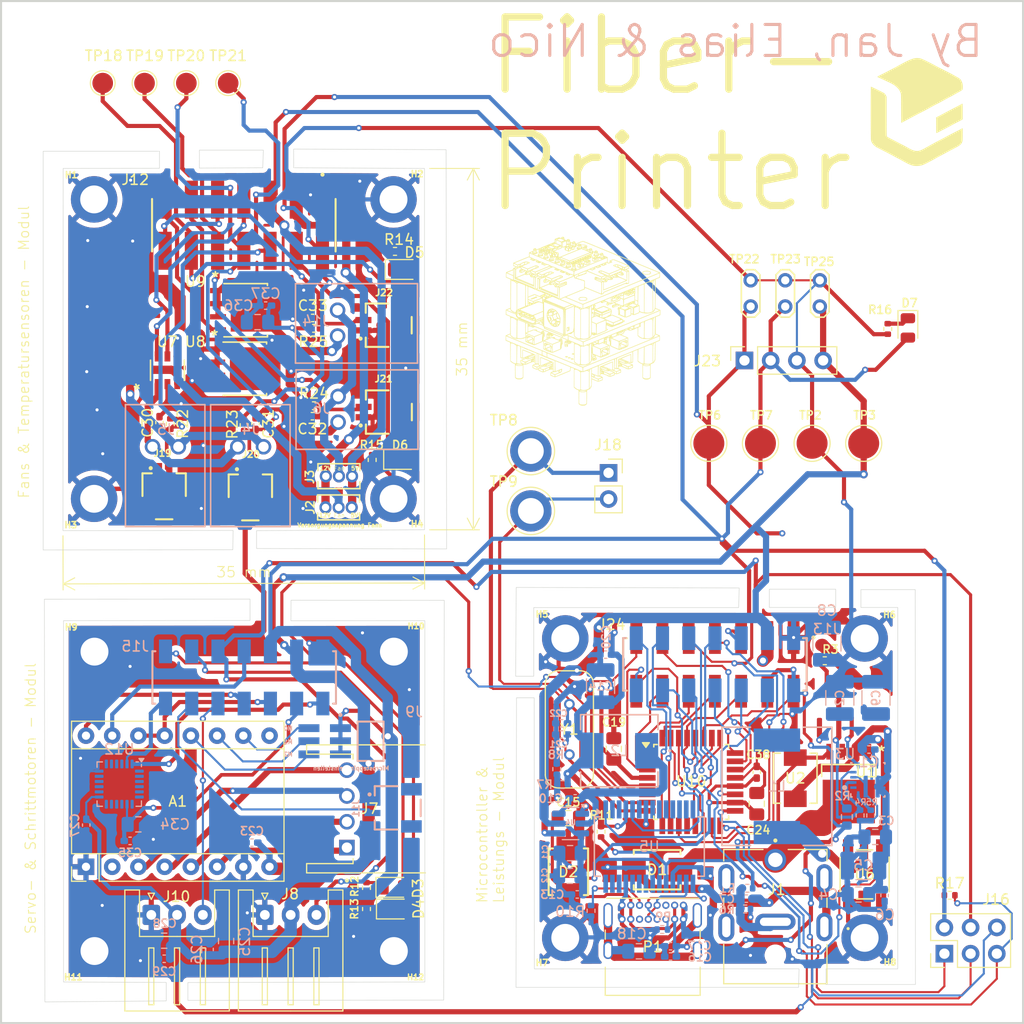
<source format=kicad_pcb>
(kicad_pcb (version 20240108) (generator "pcbnew") (generator_version "8.0")
  (layers (0 "F.Cu" signal) (31 "B.Cu" signal) (34 "B.Paste" user) (35 "F.Paste" user) (36 "B.SilkS" user "B.Silkscreen") (37 "F.SilkS" user "F.Silkscreen") (38 "B.Mask" user) (39 "F.Mask" user) (44 "Edge.Cuts" user))
  (net 0 "")
  (net 1 "GND")
  (net 2 "+12V")
  (net 3 "ADC0")
  (net 4 "ADC1")
  (net 5 "ADC2")
  (net 6 "ADC3")
  (net 7 "SCL")
  (net 8 "AREF")
  (net 9 "FAN_01_PWM_clockwise")
  (net 10 "FAN_01_PWM_counterclockwise")
  (net 11 "FAN_2_PWM")
  (net 12 "FAN_3_PWM")
  (net 13 "Net-(D6-K)")
  (net 14 "Net-(U7-OUT1)")
  (net 15 "Net-(U7-OUT2)")
  (net 16 "Net-(U8-D)")
  (net 17 "Net-(U9-D)")
  (net 18 "STEP")
  (net 19 "M1")
  (net 20 "DIR")
  (net 22 "STP_A1")
  (net 23 "STP_B1")
  (net 24 "M0")
  (net 25 "M2")
  (net 26 "STP_B2")
  (net 28 "STP_A2")
  (net 29 "RESET")
  (net 30 "MOSI")
  (net 31 "BLT_Switch")
  (net 32 "TXD")
  (net 33 "RXD")
  (net 34 "SDA")
  (net 35 "BLT_Servo")
  (net 55 "Net-(U3-SW)")
  (net 56 "Net-(U3-BOOT)")
  (net 57 "Net-(U3-FB)")
  (net 58 "PWR_IN_PROT")
  (net 59 "GND2")
  (net 60 "GND3")
  (net 61 "Net-(U3-SS)")
  (net 62 "Net-(U4-SW)")
  (net 63 "Net-(U4-VBST)")
  (net 64 "Net-(P1-SHIELD)")
  (net 65 "Quartz_1")
  (net 66 "Quartz_2")
  (net 67 "+24V")
  (net 68 "Net-(D7-K)")
  (net 69 "MISO")
  (net 70 "SCK")
  (net 71 "USBD+")
  (net 72 "USBD-")
  (net 73 "Net-(U1-G)")
  (net 74 "Net-(U3-PG)")
  (net 75 "Net-(U3-MODE)")
  (net 76 "Net-(U4-VFB)")
  (net 96 "+5V_POW")
  (net 97 "Fan_Versorgung_01")
  (net 98 "Fan_Versorgung_23")
  (net 99 "Net-(D3-K)")
  (net 100 "Net-(P1-CC1)")
  (net 101 "Net-(P1-CC2)")
  (net 102 "LED_MOT1")
  (net 103 "Net-(D4-K)")
  (net 104 "LED_MOT0")
  (net 105 "LED_FAN0")
  (net 106 "Net-(D5-K)")
  (net 107 "LED_FAN1")
  (footprint "TestPoint:TestPoint_Pad_D3.0mm" (layer "F.Cu") (at 129.56 93.84 90)
    (property "Reference" "TP2")
    (property "Value" "GND_Test")
  )
  (footprint "Imported_Component_Footprints:824521241" (layer "F.Cu") (at 105.9525 135.3425 -90)
    (property "Reference" "D2")
    (property "Value" "WE-TVSP_DO-214AA_600W_BI")
  )
  (footprint "TestPoint:TestPoint_2Pads_Pitch2.54mm_Drill0.8mm" (layer "F.Cu") (at 126.96 80.59 90)
    (property "Reference" "TP23")
    (property "Value" "I_Sense_5V")
  )
  (footprint "TestPoint:TestPoint_Pad_D2.0mm" (layer "F.Cu") (at 73 58.95 90)
    (property "Reference" "TP21")
    (property "Value" "ADC0")
  )
  (footprint "Resistor_SMD:R_0402_1005Metric" (layer "F.Cu") (at 81.3325 82.7)
    (property "Reference" "R25")
    (property "Value" "4k7")
  )
  (footprint "Resistor_SMD:R_0402_1005Metric" (layer "F.Cu") (at 81.315 90.2)
    (property "Reference" "R24")
    (property "Value" "4k7")
  )
  (footprint "Imported_Component_Footprints:MountingHole_2.7mm_M2.5_ISO7380_Pad_TopBottom_111mm" (layer "F.Cu") (at 134.6525 141.7425)
    (property "Reference" "H8")
    (property "Value" "MountHole" (hide yes))
  )
  (footprint "Resistor_SMD:R_0402_1005Metric" (layer "F.Cu") (at 89.16 75.25)
    (property "Reference" "R14")
    (property "Value" "330")
  )
  (footprint "Imported_Component_Footprints:824521241" (layer "F.Cu") (at 114.5525 135.1425)
    (property "Reference" "D1")
    (property "Value" "WE-TVSP_DO-214AA_600W_BI")
  )
  (footprint "Connector_PinHeader_2.54mm:PinHeader_2x03_P2.54mm_Vertical" (layer "F.Cu") (at 142.375 143.275 90)
    (property "Reference" "J16")
    (property "Value" "ISP")
  )
  (footprint "Capacitor_SMD:C_0805_2012Metric_Pad1.18x1.45mm_HandSolder" (layer "F.Cu") (at 110.3525 123.4425 90)
    (property "Reference" "C19")
    (property "Value" "4.7uF")
  )
  (footprint "LED_SMD:LED_0805_2012Metric" (layer "F.Cu") (at 89.9 77)
    (property "Reference" "D5")
    (property "Value" "YELLOW" (hide yes))
  )
  (footprint "TestPoint:TestPoint_Loop_D3.80mm_Drill2.5mm" (layer "F.Cu") (at 102.32 94.59 -90)
    (property "Reference" "TP8")
    (property "Value" "Quartz_1")
  )
  (footprint "Imported_Component_Footprints:Logo_FiberPrinter_V2" (layer "F.Cu") (at 139.712786 61.594849)
    (property "Reference" "G***" (hide yes))
    (property "Value" "LOGO" (hide yes))
  )
  (footprint "Imported_Component_Footprints:gesamtbaugruppev3" (layer "F.Cu") (at 107.37 82)
    (property "Reference" "G***" (hide yes))
    (property "Value" "LOGO" (hide yes))
  )
  (footprint "Imported_Component_Footprints:MountingHole_2.7mm_M2.5_ISO7380_Pad_TopBottom_7mm" (layer "F.Cu") (at 89.017 70.215)
    (property "Reference" "H2")
    (property "Value" "MountHole" (hide yes))
  )
  (footprint "Imported_Component_Footprints:RJK0456DPB_00_J5" (layer "F.Cu") (at 74.6967 80.95)
    (property "Reference" "U9")
    (property "Value" "RJK0456DPB-00-J5")
  )
  (footprint "Imported_Component_Footprints:MountingHole_2.7mm_M2.5_ISO7380_Pad_TopBottom_7mm" (layer "F.Cu") (at 89.017 99.215)
    (property "Reference" "H4")
    (property "Value" "MountHole" (hide yes))
  )
  (footprint "Imported_Component_Footprints:SAMTEC_TSM-107-04-L-DV" (layer "F.Cu") (at 74.517 72.715)
    (property "Reference" "J12")
    (property "Value" "Steckverbinder_Male_Fans")
  )
  (footprint "Capacitor_SMD:C_0805_2012Metric_Pad1.18x1.45mm_HandSolder" (layer "F.Cu") (at 105.9525 130.1425)
    (property "Reference" "C15")
    (property "Value" "10µF")
  )
  (footprint "Imported_Component_Footprints:FTS_103_01_F_S" (layer "F.Cu") (at 84.97 100.05)
    (property "Reference" "J2")
    (property "Value" "Fan_12/5V_Regelung" (hide yes))
  )
  (footprint "Capacitor_SMD:C_0402_1005Metric_Pad0.74x0.62mm_HandSolder" (layer "F.Cu") (at 81.1575 91.21325 180)
    (property "Reference" "C32")
    (property "Value" "0.1µF")
  )
  (footprint "Imported_Component_Footprints:665102131822" (layer "F.Cu") (at 75.150699 98.549774)
    (property "Reference" "J20")
    (property "Value" "T2")
  )
  (footprint "Imported_Component_Footprints:drv8825" (layer "F.Cu") (at 59.23015 134.859261 90)
    (property "Reference" "A1")
    (property "Value" "Pololu_Breakout_DRV8825")
  )
  (footprint "Imported_Component_Footprints:RJK0456DPB_00_J5" (layer "F.Cu") (at 74.6137 86.615)
    (property "Reference" "U8")
    (property "Value" "RJK0456DPB-00-J5")
  )
  (footprint "Imported_Component_Footprints:665102131822" (layer "F.Cu") (at 88.0225 82.4 90)
    (property "Reference" "J22")
    (property "Value" "T3")
  )
  (footprint "Imported_Component_Footprints:MountingHole_2.7mm_M2.5_ISO7380_Pad_TopBottom_7mm" (layer "F.Cu") (at 60.017 70.215)
    (property "Reference" "H1")
    (property "Value" "MountHole" (hide yes))
  )
  (footprint "Capacitor_SMD:C_0805_2012Metric_Pad1.18x1.45mm_HandSolder" (layer "F.Cu") (at 124.2 128.75 90)
    (property "Reference" "C24")
    (property "Value" "10µF")
  )
  (footprint "LED_SMD:LED_0805_2012Metric" (layer "F.Cu") (at 89.75 95.4)
    (property "Reference" "D6")
    (property "Value" "YELLOW" (hide yes))
  )
  (footprint "Resistor_SMD:R_0402_1005Metric" (layer "F.Cu") (at 74.546999 92.092924 -90)
    (property "Reference" "R23")
    (property "Value" "4k7")
  )
  (footprint "Imported_Component_Footprints:SZ1SMB5927BT3G" (layer "F.Cu") (at 127.93 126.28 90)
    (property "Reference" "U2")
    (property "Value" "SZ1SMB5927BT3G")
  )
  (footprint "Resistor_SMD:R_0402_1005Metric" (layer "F.Cu") (at 130.79 114.9 180)
    (property "Reference" "R3")
    (property "Value" "30k")
  )
  (footprint "Resistor_SMD:R_0402_1005Metric" (layer "F.Cu") (at 86.4 138.95 90)
    (property "Reference" "R13")
    (property "Value" "330")
  )
  (footprint "Resistor_SMD:R_0402_1005Metric" (layer "F.Cu") (at 86.4 136.9 -90)
    (property "Reference" "R12")
    (property "Value" "330")
  )
  (footprint "LED_SMD:LED_0805_2012Metric" (layer "F.Cu") (at 138.84 82.6625 -90)
    (property "Reference" "D7")
    (property "Value" "GREEN")
  )
  (footprint "LED_SMD:LED_0805_2012Metric" (layer "F.Cu") (at 89.05 138.95)
    (property "Reference" "D4")
    (property "Value" "YELLOW" (hide yes))
  )
  (footprint "MountingHole:MountingHole_2.7mm_M2.5_ISO7380_Pad_TopBottom" (layer "F.Cu") (at 89.05265 143.019261)
    (property "Reference" "H12")
    (property "Value" "MountHole" (hide yes))
  )
  (footprint "TestPoint:TestPoint_Pad_D3.0mm" (layer "F.Cu") (at 134.56 93.84 90)
    (property "Reference" "TP3")
    (property "Value" "12V_Test")
  )
  (footprint "Package_QFP:TQFP-32_7x7mm_P0.8mm" (layer "F.Cu") (at 117.8525 126.642512)
    (property "Reference" "U10")
    (property "Value" "ATmega328PB-A")
  )
  (footprint "Resistor_SMD:R_0402_1005Metric" (layer "F.Cu") (at 142.885 137.619988)
    (property "Reference" "R17")
    (property "Value" "10k")
  )
  (footprint "Imported_Component_Footprints:SW_PTS647SM38SMTR2LFS_CNK" (layer "F.Cu") (at 134.650001 135.595001 90)
    (property "Reference" "U6")
    (property "Value" "PTS647SM38SMTR2LFS")
  )
  (footprint "Connector_PinSocket_2.54mm:PinSocket_1x02_P2.54mm_Vertical" (layer "F.Cu") (at 109.845 96.7)
    (property "Reference" "J18")
    (property "Value" "Quartz")
  )
  (footprint "Imported_Component_Footprints:SQJ409EP_T1_GE3" (layer "F.Cu") (at 133.115 127.3168 180)
    (property "Reference" "U1")
    (property "Value" "SQJ409EP-T1_GE3")
  )
  (footprint "MountingHole:MountingHole_2.7mm_M2.5_ISO7380_Pad_TopBottom" (layer "F.Cu") (at 60.05265 114.019261)
    (property "Reference" "H9")
    (property "Value" "MountHole" (hide yes))
  )
  (footprint "TestPoint:TestPoint_Loop_D3.80mm_Drill2.5mm" (layer "F.Cu") (at 102.32 100.39 -90)
    (property "Reference" "TP9")
    (property "Value" "Quartz_2")
  )
  (footprint "Imported_Component_Footprints:MountingHole_2.7mm_M2.5_ISO7380_Pad_TopBottom_111mm" (layer "F.Cu") (at 105.6525 112.7425)
    (property "Reference" "H5")
    (property "Value" "MountHole" (hide yes))
  )
  (footprint "Capacitor_SMD:C_0402_1005Metric_Pad0.74x0.62mm_HandSolder" (layer "F.Cu") (at 81.1825 81.7 180)
    (property "Reference" "C33")
    (property "Value" "0.1µF")
  )
  (footprint "Resistor_SMD:R_0402_1005Metric" (layer "F.Cu") (at 86.95 95.45 -90)
    (property "Reference" "R15")
    (property "Value" "330")
  )
  (footprint "Imported_Component_Footprints:MountingHole_2.7mm_M2.5_ISO7380_Pad_TopBottom_111mm" (layer "F.Cu") (at 105.6525 141.7425)
    (property "Reference" "H7")
    (property "Value" "MountHole" (hide yes))
  )
  (footprint "TestPoint:TestPoint_Pad_D2.0mm" (layer "F.Cu") (at 64.9 58.95 90)
    (property "Reference" "TP19")
    (property "Value" "ADC3")
  )
  (footprint "TestPoint:TestPoint_Pad_D2.0mm" (layer "F.Cu") (at 60.85 58.95 90)
    (property "Reference" "TP18")
    (property "Value" "ADC2")
  )
  (footprint "MountingHole:MountingHole_2.7mm_M2.5_ISO7380_Pad_TopBottom" (layer "F.Cu") (at 60.05265 143.019261)
    (property "Reference" "H11")
    (property "Value" "MountHole" (hide yes))
  )
  (footprint "LED_SMD:LED_0805_2012Metric" (layer "F.Cu") (at 89 136.85)
    (property "Reference" "D3")
    (property "Value" "YELLOW" (hide yes))
  )
  (footprint "Capacitor_SMD:C_0402_1005Metric_Pad0.74x0.62mm_HandSolder" (layer "F.Cu") (at 75.648849 91.932274 90)
    (property "Reference" "C31")
    (property "Value" "0.1µF")
  )
  (footprint "TestPoint:TestPoint_Pad_D2.0mm" (layer "F.Cu") (at 68.95 58.95 90)
    (property "Reference" "TP20")
    (property "Value" "ADC1")
  )
  (footprint "Imported_Component_Footprints:CUI_PJ-082BH" (layer "F.Cu") (at 126.0025 143.4357)
    (property "Reference" "J1")
    (property "Value" "PJ-082BH")
  )
  (footprint "Imported_Component_Footprints:FTS_103_01_F_S" (layer "F.Cu") (at 85 97.0246)
    (property "Reference" "J3")
    (property "Value" "Fan_12/5V_Regelung" (hide yes))
  )
  (footprint "Imported_Component_Footprints:JST_S4B-XH-A-1" (layer "F.Cu") (at 86.35 129.25 90)
    (property "Reference" "J7")
    (property "Value" "Stepper Motor")
  )
  (footprint "Capacitor_SMD:C_0402_1005Metric_Pad0.74x0.62mm_HandSolder" (layer "F.Cu") (at 66.348849 91.825424 90)
    (property "Reference" "C30")
    (property "Value" "0.1µF")
  )
  (footprint "Imported_Component_Footprints:JST_XH_S3B-XH-A_1x03_P2.50mm_Horizontal" (layer "F.Cu") (at 76.55265 139.519261)
    (property "Reference" "J8")
    (property "Value" "Servo Motor SM")
  )
  (footprint "Resistor_SMD:R_0402_1005Metric" (layer "F.Cu") (at 109.12 131.46 -90)
    (property "Reference" "R11")
    (property "Value" "10k")
  )
  (footprint "Imported_Component_Footprints:MountingHole_2.7mm_M2.5_ISO7380_Pad_TopBottom_111mm" (layer "F.Cu") (at 134.6525 112.7425)
    (property "Reference" "H6")
    (property "Value" "MountHole" (hide yes))
  )
  (footprint "Imported_Component_Footprints:MountingHole_2.7mm_M2.5_ISO7380_Pad_TopBottom_7mm" (layer "F.Cu") (at 60.017 99.215)
    (property "Reference" "H3")
    (property "Value" "MountHole" (hide yes))
  )
  (footprint "Imported_Component_Footprints:XTAL_ECS-160-18-4X-CKM" (layer "F.Cu") (at 106.0525 121.55 90)
    (property "Reference" "Y1")
    (property "Value" "ECS-160-18-4X-CKM")
  )
  (footprint "TestPoint:TestPoint_2Pads_Pitch2.54mm_Drill0.8mm" (layer "F.Cu") (at 130.31 80.59 90)
    (property "Reference" "TP25")
    (property "Value" "I_Sense_12V")
  )
  (footprint "Connector_USB:USB_C_Receptacle_GCT_USB4085" (layer "F.Cu") (at 111.1475 138.5857)
    (property "Reference" "P1")
    (property "Value" "USB_C_Receptacle_USB2.0_14P" (hide yes))
  )
  (footprint "TestPoint:TestPoint_2Pads_Pitch2.54mm_Drill0.8mm" (layer "F.Cu") (at 123.61 80.59 90)
    (property "Reference" "TP22")
    (property "Value" "I_Sense_5V")
  )
  (footprint "Capacitor_SMD:C_0402_1005Metric_Pad0.74x0.62mm_HandSolder" (layer "F.Cu") (at 124.2 125.7 90)
    (property "Reference" "C38")
    (property "Value" "100nF")
  )
  (footprint "Imported_Component_Footprints:665102131822" (layer "F.Cu") (at 66.798849 98.442924)
    (property "Reference" "J19" (hide yes))
    (property "Value" "T2")
  )
  (footprint "Imported_Component_Footprints:JST_XH_S3B-XH-A_1x03_P2.50mm_Horizontal" (layer "F.Cu") (at 65.55265 139.519261)
    (property "Reference" "J10")
    (property "Value" "Servo Motor BL Touch")
  )
  (footprint "TestPoint:TestPoint_Pad_D3.0mm" (layer "F.Cu") (at 124.56 93.84 90)
    (property "Reference" "TP7")
    (property "Value" "5V_POW_Test")
  )
  (footprint "Connector_PinSocket_2.54mm:PinSocket_1x04_P2.54mm_Vertical" (layer "F.Cu") (at 123.01 85.815 90)
    (property "Reference" "J23")
    (property "Value" "Conn_01x04_Socket" (hide yes))
  )
  (footprint "MountingHole:MountingHole_2.7mm_M2.5_ISO7380_Pad_TopBottom" (layer "F.Cu") (at 89.05265 114.019261)
    (property "Reference" "H10")
    (property "Value" "MountHole" (hide yes))
  )
  (footprint "Imported_Component_Footprints:TPM16050_S6TR" (layer "F.Cu") (at 67.117 86.765 90)
    (property "Reference" "U7")
    (property "Value" "TPM16050-S6TR")
  )
  (footprint "Imported_Component_Footprints:665102131822" (layer "F.Cu") (at 88.03825 90.81325 90)
    (property "Reference" "J21")
    (property "Value" "T2")
  )
  (footprint "Resistor_SMD:R_0402_1005Metric" (layer "F.Cu") (at 67.398849 91.975424 -90)
    (property "Reference" "R22")
    (property "Value" "4k7")
  )
  (footprint "Imported_Component_Footprints:SAMTEC_HW-07-08-L-D-250-SM" (layer "F.Cu") (at 127.77 112.65 180)
    (property "Reference" "J24")
    (property "Value" "Steckverbinder_Male_Leistung")
  )
  (footprint "Resistor_SMD:R_0402_1005Metric" (layer "F.Cu") (at 136.89 82.76 -90)
    (property "Reference" "R16")
    (property "Value" "1k")
  )
  (footprint "TestPoint:TestPoint_Pad_D3.0mm" (layer "F.Cu") (at 119.56 93.84 90)
    (property "Reference" "TP6")
    (property "Value" "5V_USBC_Test")
  )
  (footprint "Resistor_SMD:R_0402_1005Metric" (layer "B.Cu") (at 134.21 129.8825 -90)
    (property "Reference" "R4")
    (property "Value" "1k58")
  )
  (footprint "Imported_Component_Footprints:SPM10040T_4R7M_HZ" (layer "B.Cu") (at 126.1525 127.06575 90)
    (property "Reference" "L1")
    (property "Value" "4.7µH")
  )
  (footprint "Sensor_Motion:InvenSense_QFN-24_4x4mm_P0.5mm" (layer "B.Cu") (at 62.45 126.85 180)
    (property "Reference" "U12")
    (property "Value" "MPU-6050")
  )
  (footprint "Imported_Component_Footprints:CONN_S2B-XH-A-1LFSN_JST" (layer "B.Cu") (at 83.6 80.950001 -90)
    (property "Reference" "J14")
    (property "Value" "FAN3")
  )
  (footprint "Resistor_SMD:R_0603_1608Metric" (layer "B.Cu") (at 132.93 130.04 90)
    (property "Reference" "R2")
    (property "Value" "100k")
  )
  (footprint "Capacitor_SMD:C_0402_1005Metric_Pad0.74x0.62mm_HandSolder" (layer "B.Cu") (at 105.3 120.96 180)
    (property "Reference" "C22")
    (property "Value" "18pF")
  )
  (footprint "Capacitor_SMD:C_1210_3225Metric_Pad1.33x2.70mm_HandSolder" (layer "B.Cu") (at 109.07 117.3625 90)
    (property "Reference" "C14")
    (property "Value" "22µF")
  )
  (footprint "Capacitor_SMD:C_0805_2012Metric_Pad1.18x1.45mm_HandSolder" (layer "B.Cu") (at 106.0925 135.7357 180)
    (property "Reference" "C12")
    (property "Value" "10µF")
  )
  (footprint "Imported_Component_Footprints:SAMTEC_HLE-107-02-L-DV" (layer "B.Cu") (at 120.1525 115.2425)
    (property "Reference" "J13")
    (property "Value" "Steckverbinder_Female_Leistung")
  )
  (footprint "Resistor_SMD:R_0402_1005Metric" (layer "B.Cu") (at 105.39 126.89 180)
    (property "Reference" "R7")
    (property "Value" "54.9k")
  )
  (footprint "Capacitor_SMD:C_0805_2012Metric_Pad1.18x1.45mm_HandSolder" (layer "B.Cu") (at 112.79 143.0425)
    (property "Reference" "C18")
    (property "Value" "1uF")
  )
  (footprint "Capacitor_SMD:C_0805_2012Metric_Pad1.18x1.45mm_HandSolder" (layer "B.Cu") (at 66.80265 142.019261 180)
    (property "Reference" "C28")
    (property "Value" "4.7uF")
  )
  (footprint "Package_TO_SOT_SMD:SOT-23-6" (layer "B.Cu") (at 106.1625 130.67 180)
    (property "Reference" "U4")
    (property "Value" "TPS565208")
  )
  (footprint "Resistor_SMD:R_0402_1005Metric" (layer "B.Cu") (at 108.15 139.12 -90)
    (property "Reference" "R10")
    (property "Value" "5k1")
  )
  (footprint "Imported_Component_Footprints:CONN_S2B-XH-A-1LFSN_JST" (layer "B.Cu") (at 76.425699 94.176274 180)
    (property "Reference" "J4")
    (property "Value" "FAN0")
  )
  (footprint "Resistor_SMD:R_0402_1005Metric" (layer "B.Cu") (at 123.082702 138.9425)
    (property "Reference" "R6")
    (property "Value" "10")
  )
  (footprint "Capacitor_SMD:C_0402_1005Metric_Pad0.74x0.62mm_HandSolder" (layer "B.Cu") (at 115.85 142.55 180)
    (property "Reference" "C17")
    (property "Value" "100nF")
  )
  (footprint "Capacitor_SMD:C_0805_2012Metric_Pad1.18x1.45mm_HandSolder" (layer "B.Cu") (at 75.845 82.1 180)
    (property "Reference" "C36")
    (property "Value" "10µF")
  )
  (footprint "Resistor_SMD:R_0402_1005Metric" (layer "B.Cu") (at 104.83 125.4 90)
    (property "Reference" "R8")
    (property "Value" "10k")
  )
  (footprint "Imported_Component_Footprints:TPS56837HRPAR" (layer "B.Cu") (at 134.960001 126.4425)
    (property "Reference" "U3")
    (property "Value" "TPS56837HRPAR")
  )
  (footprint "Capacitor_SMD:C_0402_1005Metric_Pad0.74x0.62mm_HandSolder" (layer "B.Cu") (at 135.0675 123.5)
    (property "Reference" "C1")
    (property "Value" "100nF")
  )
  (footprint "Capacitor_SMD:C_1210_3225Metric_Pad1.33x2.70mm_HandSolder" (layer "B.Cu") (at 135.75 118.5 90)
    (property "Reference" "C9")
    (property "Value" "22nF")
  )
  (footprint "Imported_Component_Footprints:665102131822" (layer "B.Cu") (at 88.895 129.15 -90)
    (property "Reference" "J11")
    (property "Value" "T3")
  )
  (footprint "Capacitor_SMD:C_0402_1005Metric_Pad0.74x0.62mm_HandSolder" (layer "B.Cu") (at 63.5 132.35)
    (property "Reference" "C35")
    (property "Value" "100nF")
  )
  (footprint "Capacitor_SMD:C_0402_1005Metric_Pad0.74x0.62mm_HandSolder" (layer "B.Cu") (at 75.30265 132.519261 180)
    (property "Reference" "C23")
    (property "Value" "100nF")
  )
  (footprint "Capacitor_SMD:C_0805_2012Metric_Pad1.18x1.45mm_HandSolder" (layer "B.Cu") (at 72.8 142.05 90)
    (property "Reference" "C25")
    (property "Value" "4.7uF")
  )
  (footprint "Imported_Component_Footprints:CONN_S2B-XH-A-1LFSN_JST" (layer "B.Cu") (at 68.175 94.1715 180)
    (property "Reference" "J5")
    (property "Value" "FAN1")
  )
  (footprint "Capacitor_SMD:C_1210_3225Metric_Pad1.33x2.70mm_HandSolder" (layer "B.Cu") (at 134.5225 134.7425 180)
    (property "Reference" "C5")
    (property "Value" "10µF")
  )
  (footprint "Capacitor_SMD:C_0402_1005Metric_Pad0.74x0.62mm_HandSolder" (layer "B.Cu") (at 71.2 142.8675 90)
    (property "Reference" "C26")
    (property "Value" "100nF")
  )
  (footprint "Capacitor_SMD:C_0805_2012Metric_Pad1.18x1.45mm_HandSolder" (layer "B.Cu") (at 64.3 130.75)
    (property "Reference" "C34")
    (property "Value" "10µF")
  )
  (footprint "Capacitor_SMD:C_0402_1005Metric_Pad0.74x0.62mm_HandSolder" (layer "B.Cu") (at 115.85 143.55 180)
    (property "Reference" "C16")
    (property "Value" "100nF")
  )
  (footprint "Imported_Component_Footprints:FTSH-103-01-L-DH" (layer "B.Cu") (at 82.35 122.7 90)
    (property "Reference" "J9")
    (property "Value" "Microstepping")
  )
  (footprint "Capacitor_SMD:C_0805_2012Metric_Pad1.18x1.45mm_HandSolder" (layer "B.Cu") (at 106.115 133.5357 180)
    (property "Reference" "C11")
    (property "Value" "10µF")
  )
  (footprint "Imported_Component_Footprints:CONN_S2B-XH-A-1LFSN_JST" (layer "B.Cu") (at 83.65 89.300001 -90)
    (property "Reference" "J6")
    (property "Value" "FAN2")
  )
  (footprint "Capacitor_SMD:C_1210_3225Metric_Pad1.33x2.70mm_HandSolder" (layer "B.Cu") (at 132.25 118.5 -90)
    (property "Reference" "C2")
    (property "Value" "22nF")
  )
  (footprint "Capacitor_SMD:C_0402_1005Metric_Pad0.74x0.62mm_HandSolder" (layer "B.Cu") (at 123.192702 137.9425 180)
    (property "Reference" "C7")
    (property "Value" "100nF")
  )
  (footprint "Resistor_SMD:R_0402_1005Metric" (layer "B.Cu") (at 115.0475 140.9357 180)
    (property "Reference" "R9")
    (property "Value" "5k1")
  )
  (footprint "Capacitor_SMD:C_0402_1005Metric_Pad0.74x0.62mm_HandSolder" (layer "B.Cu") (at 105.29 122.04 180)
    (property "Reference" "C21")
    (property "Value" "18pF")
  )
  (footprint "Capacitor_SMD:C_0402_1005Metric_Pad0.74x0.62mm_HandSolder" (layer "B.Cu") (at 76.6325 80.5 180)
    (property "Reference" "C37")
    (property "Value" "100nF")
  )
  (footprint "Capacitor_SMD:C_0402_1005Metric_Pad0.74x0.62mm_HandSolder" (layer "B.Cu") (at 136.585 137.6425 -90)
    (property "Reference" "C6")
    (property "Value" "100nF")
  )
  (footprint "Capacitor_SMD:C_0805_2012Metric_Pad1.18x1.45mm_HandSolder" (layer "B.Cu") (at 134.0525 137.5425 180)
    (property "Reference" "C4")
    (property "Value" "10µF")
  )
  (footprint "Imported_Component_Footprints:SAMTEC_HLE-107-02-L-DV" (layer "B.Cu") (at 74.55265 116.519261)
    (property "Reference" "J15")
    (property "Value" "Steckverbinder_Female_Motoren")
  )
  (footprint "Imported_Component_Footprints:IHLP2525CZER3R3M11" (layer "B.Cu") (at 110.8857 123.62 180)
    (property "Reference" "L2")
    (property "Value" "3.3µH")
  )
  (footprint "Capacitor_SMD:C_0805_2012Metric_Pad1.18x1.45mm_HandSolder" (layer "B.Cu") (at 135.68 131.97 180)
    (property "Reference" "C3")
    (property "Value" "10µF")
  )
  (footprint "Capacitor_SMD:C_0402_1005Metric_Pad0.74x0.62mm_HandSolder" (layer "B.Cu") (at 59.25265 130.819261 -90)
    (property "Reference" "C27")
    (property "Value" "100nF")
  )
  (footprint "Capacitor_SMD:C_0402_1005Metric_Pad0.74x0.62mm_HandSolder" (layer "B.Cu") (at 109.57 114.31 180)
    (property "Reference" "C20")
    (property "Value" "100nF")
  )
  (footprint "Capacitor_SMD:C_1210_3225Metric_Pad1.33x2.70mm_HandSolder" (layer "B.Cu") (at 131 113.25 90)
    (property "Reference" "C8")
    (property "Value" "47µF")
  )
  (footprint "Resistor_SMD:R_0402_1005Metric" (layer "B.Cu") (at 135.24 129.89 -90)
    (property "Reference" "R5")
    (property "Value" "30.1k")
  )
  (footprint "Capacitor_SMD:C_0402_1005Metric_Pad0.74x0.62mm_HandSolder" (layer "B.Cu") (at 66.80265 143.769261 180)
    (property "Reference" "C29")
    (property "Value" "100nF")
  )
  (footprint "Package_SO:SSOP-28_5.3x10.2mm_P0.65mm" (layer "B.Cu") (at 113.795 132.9 -90)
    (property "Reference" "U5")
    (property "Value" "FT232RL")
  )
  (footprint "Resistor_SMD:R_0402_1005Metric" (layer "B.Cu") (at 123.292702 136.9425 180)
    (property "Reference" "R1")
    (property "Value" "100k")
  )
  (footprint "Capacitor_SMD:C_0402_1005Metric_Pad0.74x0.62mm_HandSolder" (layer "B.Cu") (at 106.815 137.5357 180)
    (property "Reference" "C13")
    (property "Value" "100nF")
  )
  (footprint "Capacitor_SMD:C_0402_1005Metric_Pad0.74x0.62mm_HandSolder" (layer "B.Cu") (at 106.61 128.23)
    (property "Reference" "C10")
    (property "Value" "100nF")
  )
  (gr_poly (pts (xy 75.12 111) (xy 75.12 108.93) (xy 55.2 108.94) (xy 55.25 147.95) (xy 67 147.85) (xy 67 146.06) (xy 57.05265 146.019261) (xy 57.05265 111.019261)) (stroke (width 0.05)) (fill none) (layer "Edge.Cuts"))
  (gr_poly (pts (xy 102.6425 118.49) (xy 100.93 118.49) (xy 100.8825 146.54) (xy 128.25 146.54) (xy 128.3 144.7425) (xy 102.66 144.75)) (stroke (width 0.05)) (fill none) (layer "Edge.Cuts"))
  (gr_poly (pts (xy 79.35 67.15) (xy 79.34 65.34) (xy 94.11 65.4) (xy 94.16 104.07) (xy 75.75 104.03) (xy 75.75 102.3) (xy 92.017 102.215) (xy 92.017 67.215)) (stroke (width 0.05)) (fill none) (layer "Edge.Cuts"))
  (gr_poly (pts (xy 92.05265 111.019261) (xy 79.08 111.03) (xy 79.09 109.04) (xy 93.93 109.05) (xy 93.88 147.77) (xy 69.1 147.8) (xy 69.1 146.07) (xy 92.05265 146.019261)) (stroke (width 0.05)) (fill none) (layer "Edge.Cuts"))
  (gr_poly (pts (xy 73.45 104.15) (xy 73.48 102.28) (xy 57 102.3) (xy 57.017 67.215) (xy 66.35 67.2) (xy 66.35 65.55) (xy 55.08 65.55) (xy 55.08 104.17)) (stroke (width 0.05)) (fill none) (layer "Edge.Cuts"))
  (gr_poly (pts (xy 130.91 144.7425) (xy 137.86 144.75) (xy 137.86 109.74) (xy 134.29 109.74) (xy 134.29 108.01) (xy 139.55 108.01) (xy 139.5725 146.26) (xy 130.91 146.26)) (stroke (width 0.05)) (fill none) (layer "Edge.Cuts"))
  (gr_poly (pts (xy 102.6 116.4) (xy 100.85 116.4) (xy 100.9 107.8) (xy 122.5 107.85) (xy 122.45 109.75) (xy 102.6 109.75)) (stroke (width 0.05)) (fill none) (layer "Edge.Cuts"))
  (gr_poly (pts (xy 70.22 65.98) (xy 70.21 67.18) (xy 76.35 67.15) (xy 76.41 65.44) (xy 70.21 65.44)) (stroke (width 0.05)) (fill none) (layer "Edge.Cuts"))
  (gr_rect (start 51 51) (end 150 150) (stroke (width 0.2)) (fill none) (layer "Edge.Cuts"))
  (gr_rect (start 125.42 107.97) (end 131.85 109.74) (stroke (width 0.05)) (fill none) (layer "Edge.Cuts"))
  (gr_text "Microstepping einstellen" (at 88.65 125.55 0) (layer "B.SilkS") (effects (font (size 0.4 0.4) (thickness 0.1) (bold yes)) (justify left bottom mirror)))
  (gr_text "M2" (at 79.3 124.2 0) (layer "B.SilkS") (effects (font (size 0.4 0.4) (thickness 0.1) (bold yes)) (justify left bottom mirror)))
  (gr_text "By Jan, Elias & Nico" (at 146.35 56.65 -0) (layer "B.SilkS") (effects (font (size 3 3) (thickness 0.3)) (justify left bottom mirror)))
  (gr_text "M0" (at 79.3 121.7 0) (layer "B.SilkS") (effects (font (size 0.4 0.4) (thickness 0.1) (bold yes)) (justify left bottom mirror)))
  (gr_text "M1" (at 79.3 123 0) (layer "B.SilkS") (effects (font (size 0.4 0.4) (thickness 0.1) (bold yes)) (justify left bottom mirror)))
  (gr_text "Servo- & Schrittmotoren - Modul" (at 54.45 141.45 90) (layer "F.SilkS") (effects (font (size 1 1) (thickness 0.1)) (justify left bottom)))
  (gr_text "Fan" (at 83.2 96.5 0) (layer "F.SilkS") (effects (font (size 0.4 0.4) (thickness 0.05)) (justify left bottom)))
  (gr_text "J19" (at 66.650699 94.799774 -0) (layer "F.SilkS") (effects (font (size 0.64 0.64))))
  (gr_text "Fiber-\nPrinter" (at 97.7 71.7 0) (layer "F.SilkS") (effects (font (size 7 7) (thickness 0.7)) (justify left bottom)))
  (gr_text "12V" (at 81.8 96.5 0) (layer "F.SilkS") (effects (font (size 0.4 0.4) (thickness 0.1) (bold yes)) (justify left bottom)))
  (gr_text "5V" (at 84.85 96.5 0) (layer "F.SilkS") (effects (font (size 0.4 0.4) (thickness 0.1) (bold yes)) (justify left bottom)))
  (gr_text "12V" (at 81.75 101.05 0) (layer "F.SilkS") (effects (font (size 0.4 0.4) (thickness 0.1) (bold yes)) (justify left bottom)))
  (gr_text "Fans & Temperatursensoren - Modul" (at 53.8 99.25 90) (layer "F.SilkS") (effects (font (size 1 1) (thickness 0.1)) (justify left bottom)))
  (gr_text "Versorgungsspannung Fans" (at 79.65 102 0) (layer "F.SilkS") (effects (font (size 0.4 0.4) (thickness 0.1) (bold yes)) (justify left bottom)))
  (gr_text "5V" (at 84.8 101.05 0) (layer "F.SilkS") (effects (font (size 0.4 0.4) (thickness 0.1) (bold yes)) (justify left bottom)))
  (gr_text "Fan" (at 83.2 101.05 0) (layer "F.SilkS") (effects (font (size 0.4 0.4) (thickness 0.05)) (justify left bottom)))
  (gr_text "Microcontroller &\nLeistungs - Modul" (at 99.8 138.45 90) (layer "F.SilkS") (effects (font (size 1 1) (thickness 0.1)) (justify left bottom)))
  (dimension (type aligned) (layer "F.SilkS") (pts (xy 57 102.3) (xy 92.017 102.215)) (height 5.15671) (gr_text "35 mm" (at 74.518347 106.314198 0.1390790671) (layer "F.SilkS") (effects (font (size 1 1) (thickness 0.1)))) (format (prefix "") (suffix "") (units 3) (units_format 1) (precision 4) (override_value "35")) (style (thickness 0.1) (arrow_length 1.27) (text_position_mode 0) (extension_height 0.58642) (extension_offset 0.5) keep_text_aligned))
  (dimension (type aligned) (layer "F.SilkS") (pts (xy 92.017 102.215) (xy 92.017 67.215)) (height 4.733) (gr_text "35 mm" (at 95.65 84.715 90) (layer "F.SilkS") (effects (font (size 1 1) (thickness 0.1)))) (format (prefix "") (suffix "") (units 3) (units_format 1) (precision 4) (override_value "35")) (style (thickness 0.1) (arrow_length 1.27) (text_position_mode 0) (extension_height 0.58642) (extension_offset 0.5) keep_text_aligned))
  (segment (start 71.934 87.25) (end 71.934 85.98) (width 0.2) (layer "F.Cu") (net 1))
  (segment (start 60.05265 143.019261) (end 66.369261 143.019261) (width 0.5) (layer "F.Cu") (net 1))
  (segment (start 71.934 85.98) (end 71.934 84.71) (width 0.2) (layer "F.Cu") (net 1))
  (segment (start 59.23015 133.659261) (end 60.689411 132.2) (width 0.4) (layer "F.Cu") (net 1))
  (segment (start 67.117 90.489773) (end 67.117 88.10485) (width 0.4) (layer "F.Cu") (net 1))
  (segment (start 69.517 87.989386) (end 69.517 87.765) (width 0.2) (layer "F.Cu") (net 1))
  (segment (start 72.794 83.85) (end 77.25 83.85) (width 0.2) (layer "F.Cu") (net 1))
  (segment (start 127.77 112.65) (end 127.77 112.650026) (width 0.2) (layer "F.Cu") (net 1))
  (segment (start 81.447802 70.24) (end 80.978901 69.771099) (width 0.4) (layer "F.Cu") (net 1))
  (segment (start 67.317 88.30485) (end 67.117 88.10485) (width 0.2) (layer "F.Cu") (net 1))
  (segment (start 74.650699 106.450699) (end 74.650699 96.629774) (width 0.5) (layer "F.Cu") (net 1))
  (segment (start 64.571773 98.25) (end 60.982 98.25) (width 0.4) (layer "F.Cu") (net 1))
  (segment (start 119.7 135.75) (end 119.84 135.89) (width 0.4) (layer "F.Cu") (net 1))
  (segment (start 124.1 141.126888) (end 124.1 142.935202) (width 0.4) (layer "F.Cu") (net 1))
  (segment (start 107.6625 129.47) (end 106.99 130.1425) (width 0.4) (layer "F.Cu") (net 1))
  (segment (start 86.99325 92.993246) (end 87.850008 93.850004) (width 0.4) (layer "F.Cu") (net 1))
  (segment (start 104.933926 126.953926) (end 106.99 129.01) (width 0.3) (layer "F.Cu") (net 1))
  (segment (start 124.21 121.23) (end 124.21 124.94) (width 0.2) (layer "F.Cu") (net 1))
  (segment (start 85.64 77.88) (end 85.64 73.592) (width 0.2) (layer "F.Cu") (net 1))
  (segment (start 74.85265 140.10265) (end 77.769261 143.019261) (width 0.4) (layer "F.Cu") (net 1))
  (segment (start 119.84 139.41) (end 119.7 139.55) (width 0.4) (layer "F.Cu") (net 1))
  (segment (start 119.84 135.89) (end 119.84 139.41) (width 0.4) (layer "F.Cu") (net 1))
  (segment (start 124.21 124.94) (end 122.9075 126.2425) (width 0.2) (layer "F.Cu") (net 1))
  (segment (start 105.01 115.85147) (end 105.01 113.385) (width 0.4) (layer "F.Cu") (net 1))
  (segment (start 133.050002 138.220002) (end 133.050002 140.140002) (width 0.4) (layer "F.Cu") (net 1))
  (segment (start 59.23015 134.859261) (end 59.23015 133.659261) (width 0.4) (layer "F.Cu") (net 1))
  (segment (start 86.4 138.44) (end 86.4 137.41) (width 0.3) (layer "F.Cu") (net 1))
  (segment (start 87.29325 91.01325) (end 87.29325 84.09075) (width 0.4) (layer "F.Cu") (net 1))
  (segment (start 130.31 78.05) (end 123.61 78.05) (width 0.2) (layer "F.Cu") (net 1))
  (segment (start 74.85265 139.319261) (end 74.85265 140.10265) (width 0.4) (layer "F.Cu") (net 1))
  (segment (start 112.459326 141.7425) (end 113.8525 141.7425) (width 0.4) (layer "F.Cu") (net 1))
  (segment (start 71.934 85.98) (end 70.671755 85.98) (width 0.2) (layer "F.Cu") (net 1))
  (segment (start 124.1 142.935202) (end 123.592702 143.4425) (width 0.4) (layer "F.Cu") (net 1))
  (segment (start 80.867652 113.2) (end 80.917652 113.25) (width 0.3) (layer "F.Cu") (net 1))
  (segment (start 68.86 148.9) (end 128.02 148.9) (width 0.5) (layer "F.Cu") (net 1))
  (segment (start 67.841386 89.665) (end 69.517 87.989386) (width 0.2) (layer "F.Cu") (net 1))
  (segment (start 111.176334 127.0425) (end 113.6025 127.0425) (width 0.3) (layer "F.Cu") (net 1))
  (segment (start 72.017 79.045) (end 73.062 78) (width 0.35) (layer "F.Cu") (net 1))
  (segment (start 125.2475 120.1925) (end 124.21 121.23) (width 0.2) (layer "F.Cu") (net 1))
  (segment (start 76.453623 90.56) (end 75.648849 91.364774) (width 0.4) (layer "F.Cu") (net 1))
  (segment (start 60.689411 132.2) (end 65.75 132.2) (width 0.4) (layer "F.Cu") (net 1))
  (segment (start 89.017 97.221654) (end 89.017 99.215) (width 0.4) (layer "F.Cu") (net 1))
  (segment (start 110.07 117.56) (end 110.3525 117.8425) (width 0.3) (layer "F.Cu") (net 1))
  (segment (start 70.671755 85.98) (end 70.333 85.641245) (width 0.2) (layer "F.Cu") (net 1))
  (segment (start 107.6625 128.989975) (end 107.6625 129.47) (width 0.4) (layer "F.Cu") (net 1))
  (segment (start 136.89 83.27) (end 135.53 83.27) (width 0.4) (layer "F.Cu") (net 1))
  (segment (start 113.91 141.8) (end 113.8525 141.7425) (width 0.4) (layer "F.Cu") (net 1))
  (segment (start 113.952502 131.212502) (end 113.952502 135.135004) (width 0.3) (layer "F.Cu") (net 1))
  (segment (start 66.298849 96.522924) (end 64.571773 98.25) (width 0.4) (layer "F.Cu") (net 1))
  (segment (start 133.050002 140.140002) (end 134.6525 141.7425) (width 0.4) (layer "F.Cu") (net 1))
  (segment (start 86.95 95.96) (end 87.755346 95.96) (width 0.4) (layer "F.Cu") (net 1))
  (segment (start 85.64 73.592) (end 89.017 70.215) (width 0.2) (layer "F.Cu") (net 1))
  (segment (start 87.755346 95.96) (end 89.017 97.221654) (width 0.4) (layer "F.Cu") (net 1))
  (segment (start 76.350699 97.804774) (end 74.950699 97.804774) (width 0.4) (layer "F.Cu") (net 1))
  (segment (start 117.0975 140.3025) (end 115.6 141.8) (width 0.4) (layer "F.Cu") (net 1))
  (segment (start 71.934 84.71) (end 72.794 83.85) (width 0.2) (layer "F.Cu") (net 1))
  (segment (start 76.45 112) (end 76.45 108.25) (width 0.5) (layer "F.Cu") (net 1))
  (segment (start 104.933926 123.451258) (end 104.933926 126.953926) (width 0.3) (layer "F.Cu") (net 1))
  (segment (start 133.1025 111.1925) (end 129.227526 111.1925) (width 0.4) (layer "F.Cu") (net 1))
  (segment (start 127.65 120.05) (end 126.458186 120.05) (width 0.2) (layer "F.Cu") (net 1))
  (segment (start 80.615 80.415) (end 80.615 81.7) (width 0.35) (layer "F.Cu") (net 1))
  (segment (start 111.1475 139.9357) (end 111.1475 138.5857) (width 0.4) (layer "F.Cu") (net 1))
  (segment (start 117.0975 139.9357) (end 117.0975 138.5857) (width 0.4) (layer "F.Cu") (net 1))
  (segment (start 73.062 78) (end 78.2 78) (width 0.35) (layer "F.Cu") (net 1))
  (segment (start 67.97 144.62) (end 67.97 148.01) (width 0.5) (layer "F.Cu") (net 1))
  (segment (start 78.41 92.2) (end 78.455325 92.245325) (width 0.4) (layer "F.Cu") (net 1))
  (segment (start 129.56 93.84) (end 129.56 87.285) (width 0.4) (layer "F.Cu") (net 1))
  (segment (start 106.99 130.1425) (end 106.99 132.055) (width 1) (layer "F.Cu") (net 1))
  (segment (start 128.02 148.9) (end 128.46 148.46) (width 0.5) (layer "F.Cu") (net 1))
  (segment (start 123.61 78.05) (end 108.86 63.3) (width 0.4) (layer "F.Cu") (net 1))
  (segment (start 132.6525 96.9325) (end 129.56 93.84) (width 0.4) (layer "F.Cu") (net 1))
  (segment (start 88.283389 113.25) (end 89.05265 114.019261) (width 0.3) (layer "F.Cu") (net 1))
  (segment (start 87.29325 84.09075) (end 86.1025 82.9) (width 0.4) (layer "F.Cu") (net 1))
  (segment (start 74.650699 96.629774) (end 73.030473 98.25) (width 0.4) (layer "F.Cu") (net 1))
  (segment (start 61.60265 112.469261) (end 75.980739 112.469261) (width 0.5) (layer "F.Cu") (net 1))
  (segment (start 80.04 90.66325) (end 80.59 91.21325) (width 0.4) (layer "F.Cu") (net 1))
  (segment (start 108.06 117.66) (end 108.2 117.8) (width 0.3) (layer "F.Cu") (net 1))
  (segment (start 124.2 127.7125) (end 124.96 126.9525) (width 0.3) (layer "F.Cu") (net 1))
  (segment (start 67.317 89.665) (end 67.841386 89.665) (width 0.2) (layer "F.Cu") (net 1))
  (segment (start 105.01 113.385) (end 105.6525 112.7425) (width 0.4) (layer "F.Cu") (net 1))
  (segment (start 66.348849 91.257924) (end 67.117 90.489773) (width 0.4) (layer "F.Cu") (net 1))
  (segment (start 124.3825 125.1325) (end 124.2 125.1325) (width 0.3) (layer "F.Cu") (net 1))
  (segment (start 110.3525 117.8425) (end 110.3525 122.405) (width 0.3) (layer "F.Cu") (net 1))
  (segment (start 132.6525 99.54) (end 132.6525 96.9325) (width 0.4) (layer "F.Cu") (net 1))
  (segment (start 111.1475 140.430674) (end 112.459326 141.7425) (width 0.4) (layer "F.Cu") (net 1))
  (segment (start 124.96 125.71) (end 124.3825 125.1325) (width 0.3) (layer "F.Cu") (net 1))
  (segment (start 78.385 92.175) (end 78.385 90.965) (width 0.4) (layer "F.Cu") (net 1))
  (segment (start 74.650699 97.504774) (end 74.650699 96.629774) (width 0.4) (layer "F.Cu") (net 1))
  (segment (start 86.11825 91.31325) (end 86.99325 91.31325) (width 0.4) (layer "F.Cu") (net 1))
  (segment (start 78.2 78) (end 80.615 80.415) (width 0.35) (layer "F.Cu") (net 1))
  (segment (start 122.9075 126.2425) (end 122.1025 126.2425) (width 0.2) (layer "F.Cu") (net 1))
  (segment (start 73.030473 98.25) (end 60.982 98.25) (width 0.4) (layer "F.Cu") (net 1))
  (segment (start 129.227526 111.1925) (end 127.77 112.650026) (width 0.4) (layer "F.Cu") (net 1))
  (segment (start 60.05265 143.019261) (end 89.05265 143.019261) (width 0.4) (layer "F.Cu") (net 1))
  (segment (start 107.9725 133.0925) (end 105.9525 133.0925) (width 0.4) (layer "F.Cu") (net 1))
  (segment (start 106.050629 133.190629) (end 105.9525 133.0925) (width 0.4) (layer "F.Cu") (net 1))
  (segment (start 80.917652 113.25) (end 88.283389 113.25) (width 0.3) (layer "F.Cu") (net 1))
  (segment (start 67.317 89.665) (end 67.317 88.30485) (width 0.2) (layer "F.Cu") (net 1))
  (segment (start 108.2 124.066166) (end 111.176334 127.0425) (width 0.3) (layer "F.Cu") (net 1))
  (segment (start 111.1475 139.9357) (end 111.1475 140.430674) (width 0.4) (layer "F.Cu") (net 1))
  (segment (start 78.455325 95.700148) (end 76.350699 97.804774) (width 0.4) (layer "F.Cu") (net 1))
  (segment (start 60.982 98.25) (end 60.017 99.215) (width 0.4) (layer "F.Cu") (net 1))
  (segment (start 134.6525 112.7425) (end 133.1025 111.1925) (width 0.4) (layer "F.Cu") (net 1))
  (segment (start 77.98 90.56) (end 76.453623 90.56) (width 0.4) (layer "F.Cu") (net 1))
  (segment (start 108.2 117.8) (end 108.2 124.066166) (width 0.3) (layer "F.Cu") (net 1))
  (segment (start 126.315686 120.1925) (end 125.2475 120.1925) (width 0.2) (layer "F.Cu") (net 1))
  (segment (start 77.769261 143.019261) (end 89.05265 143.019261) (width 0.4) (layer "F.Cu") (net 1))
  (segment (start 66.369261 143.019261) (end 67.97 144.62) (width 0.5) (layer "F.Cu") (net 1))
  (segment (start 135.53 83.27) (end 130.31 78.05) (width 0.4) (layer "F.Cu") (net 1))
  (segment (start 75.980739 112.469261) (end 76.45 112) (width 0.5) (layer "F.Cu") (net 1))
  (segment (start 67.97 148.01) (end 68.86 148.9) (width 0.5) (layer "F.Cu") (net 1))
  (segment (start 80.04 89.41) (end 80.04 90.66325) (width 0.4) (layer "F.Cu") (net 1))
  (segment (start 82.137 70.24) (end 81.447802 70.24) (width 0.4) (layer "F.Cu") (net 1))
  (segment (start 86.99325 91.31325) (end 87.29325 91.01325) (width 0.4) (layer "F.Cu") (net 1))
  (segment (start 106.554265 117.395735) (end 105.01 115.85147) (width 0.4) (layer "F.Cu") (net 1))
  (segment (start 129.56 87.285) (end 128.09 85.815) (width 0.4) (layer "F.Cu") (net 1))
  (segment (start 108.86 63.3) (end 85.65 63.3) (width 0.4) (layer "F.Cu") (net 1))
  (segment (start 86.99325 91.31325) (end 86.99325 92.993246) (width 0.4) (layer "F.Cu") (net 1))
  (segment (start 115.6 141.8) (end 113.91 141.8) (width 0.4) (layer "F.Cu") (net 1))
  (segment (start 117.0975 139.9357) (end 117.0975 140.3025) (width 0.4) (layer "F.Cu") (net 1))
  (segment (start 106.99 129.01) (end 106.99 130.1425) (width 0.3) (layer "F.Cu") (net 1))
  (segment (start 123.592702 140.61959) (end 124.1 141.126888) (width 0.4) (layer "F.Cu") (net 1))
  (segment (start 78.385 90.965) (end 77.98 90.56) (width 0.4) (layer "F.Cu") (net 1))
  (segment (start 126.458186 120.05) (end 126.315686 120.1925) (width 0.2) (layer "F.Cu") (net 1))
  (segment (start 78.41 92.2) (end 78.385 92.175) (width 0.4) (layer "F.Cu") (net 1))
  (segment (start 84.03 78.83) (end 84.69 78.83) (width 0.2) (layer "F.Cu") (net 1))
  (segment (start 84.69 78.83) (end 85.64 77.88) (width 0.2) (layer "F.Cu") (net 1))
  (segment (start 72.017 81.585) (end 72.017 79.045) (width 0.35) (layer "F.Cu") (net 1))
  (segment (start 76.45 108.25) (end 74.650699 106.450699) (width 0.5) (layer "F.Cu") (net 1))
  (segment (start 124.96 126.9525) (end 124.96 125.71) (width 0.3) (layer "F.Cu") (net 1))
  (segment (start 60.05265 114.019261) (end 61.60265 112.469261) (width 0.5) (layer "F.Cu") (net 1))
  (segment (start 123.592702 139.7425) (end 123.592702 140.61959) (width 0.4) (layer "F.Cu") (net 1))
  (segment (start 106.99 132.055) (end 105.9525 133.0925) (width 1) (layer "F.Cu") (net 1))
  (segment (start 113.47 130.73) (end 113.952502 131.212502) (width 0.3) (layer "F.Cu") (net 1))
  (segment (start 106.050629 134.841311) (end 106.050629 133.190629) (width 0.4) (layer "F.Cu") (net 1))
  (segment (start 109.76 134.88) (end 107.9725 133.0925) (width 0.4) (layer "F.Cu") (net 1))
  (segment (start 74.950699 97.804774) (end 74.650699 97.504774) (width 0.4) (layer "F.Cu") (net 1))
  (segment (start 78.455325 92.245325) (end 78.455325 95.700148) (width 0.4) (layer "F.Cu") (net 1))
  (via (at 79.25 81.8) (size 0.6) (drill 0.3) (layers "F.Cu" "B.Cu") (net 1))
  (via (at 59.4 74.2) (size 0.6) (drill 0.3) (layers "F.Cu" "B.Cu") (net 1))
  (via (at 70.4 100.15) (size 0.6) (drill 0.3) (layers "F.Cu" "B.Cu") (net 1))
  (via (at 127.65 120.05) (size 0.6) (drill 0.3) (layers "F.Cu" "B.Cu") (net 1))
  (via (at 80.978901 69.771099) (size 0.6) (drill 0.3) (layers "F.Cu" "B.Cu") (net 1))
  (via (at 85.65 63.3) (size 0.6) (drill 0.3) (layers "F.Cu" "B.Cu") (net 1))
  (via (at 65.75 132.2) (size 0.6) (drill 0.3) (layers "F.Cu" "B.Cu") (net 1))
  (via (at 113.952502 135.135004) (size 0.6) (drill 0.3) (layers "F.Cu" "B.Cu") (net 1))
  (via (at 130.26 122.58) (size 0.6) (drill 0.3) (layers "F.Cu" "B.Cu") (net 1))
  (via (at 80.315885 79.007426) (size 0.6) (drill 0.3) (layers "F.Cu" "B.Cu") (net 1))
  (via (at 58.7 124.35) (size 0.6) (drill 0.3) (layers "F.Cu" "B.Cu") (net 1))
  (via (at 63.5 115.45) (size 0.6) (drill 0.3) (layers "F.Cu" "B.Cu") (net 1))
  (via (at 59.35 80.6) (size 0.6) (drill 0.3) (layers "F.Cu" "B.Cu") (net 1))
  (via (at 64.5 143.95) (size 0.6) (drill 0.3) (layers "F.Cu" "B.Cu") (net 1))
  (via (at 110.07 117.56) (size 0.6) (drill 0.3) (layers "F.Cu" "B.Cu") (net 1))
  (via (at 87.850008 93.850004) (size 0.6) (drill 0.3) (layers "F.Cu" "B.Cu") (net 1))
  (via (at 85.75 68.45) (size 0.6) (drill 0.3) (layers "F.Cu" "B.Cu") (net 1))
  (via (at 80.25 100.15) (size 0.6) (drill 0.3) (layers "F.Cu" "B.Cu") (net 1))
  (via (at 85.15 141.6) (size 0.6) (drill 0.3) (layers "F.Cu" "B.Cu") (net 1))
  (via (at 119.7 135.75) (size 0.6) (drill 0.3) (layers "F.Cu" "B.Cu") (net 1))
  (via (at 80.867652 113.2) (size 0.6) (drill 0.3) (layers "F.Cu" "B.Cu") (net 1))
  (via (at 69.517 87.765) (size 0.6) (drill 0.3) (layers "F.Cu" "B.Cu") (net 1))
  (via (at 79.1 86.85) (size 0.6) (drill 0.3) (layers "F.Cu" "B.Cu") (net 1))
  (via (at 106.554265 117.395735) (size 0.6) (drill 0.3) (layers "F.Cu" "B.Cu") (net 1))
  (via (at 123.592702 139.7425) (size 0.6) (drill 0.3) (layers "F.Cu" "B.Cu") (net 1))
  (via (at 60.3 90.6) (size 0.6) (drill 0.3) (layers "F.Cu" "B.Cu") (net 1))
  (via (at 106.050629 134.841311) (size 0.6) (drill 0.3) (layers "F.Cu" "B.Cu") (net 1))
  (via (at 104.933926 123.451258) (size 0.6) (drill 0.3) (layers "F.Cu" "B.Cu") (net 1))
  (via (at 70.333 85.641245) (size 0.6) (drill 0.3) (layers "F.Cu" "B.Cu") (net 1))
  (via (at 90.55 117.7) (size 0.6) (drill 0.3) (layers "F.Cu" "B.Cu") (net 1))
  (via (at 113.8525 141.7425) (size 0.6) (drill 0.3) (layers "F.Cu" "B.Cu") (net 1))
  (via (at 63.55 68.35) (size 0.6) (drill 0.3) (layers "F.Cu" "B.Cu") (net 1))
  (via (at 63.75 74.25) (size 0.6) (drill 0.3) (layers "F.Cu" "B.Cu") (net 1))
  (via (at 134.53 135.9) (size 0.6) (drill 0.3) (layers "F.Cu" "B.Cu") (net 1))
  (via (at 128.46 148.46) (size 0.6) (drill 0.3) (layers "F.Cu" "B.Cu") (net 1))
  (via (at 77.25 83.85) (size 0.6) (drill 0.3) (layers "F.Cu" "B.Cu") (net 1))
  (via (at 107.6625 128.989975) (size 0.6) (drill 0.3) (layers "F.Cu" "B.Cu") (net 1))
  (via (at 90.2 86.55) (size 0.6) (drill 0.3) (layers "F.Cu" "B.Cu") (net 1))
  (via (at 127.77 112.650026) (size 0.6) (drill 0.3) (layers "F.Cu" "B.Cu") (net 1))
  (via (at 108.06 117.66) (size 0.6) (drill 0.3) (layers "F.Cu" "B.Cu") (net 1))
  (via (at 80.04 89.41) (size 0.6) (drill 0.3) (layers "F.Cu" "B.Cu") (net 1))
  (via (at 59.3 86.9) (size 0.6) (drill 0.3) (layers "F.Cu" "B.Cu") (net 1))
  (via (at 74.85265 139.319261) (size 0.6) (drill 0.3) (layers "F.Cu" "B.Cu") (net 1))
  (via (at 86.01 112.2) (size 0.6) (drill 0.3) (layers "F.Cu" "B.Cu") (net 1))
  (via (at 60.8 138.6) (size 0.6) (drill 0.3) (layers "F.Cu" "B.Cu") (net 1))
  (via (at 81 95.65) (size 0.6) (drill 0.3) (layers "F.Cu" "B.Cu") (net 1))
  (via (at 70.6 94.05) (size 0.6) (drill 0.3) (layers "F.Cu" "B.Cu") (net 1))
  (via (at 123.592702 143.4425) (size 0.6) (drill 0.3) (layers "F.Cu" "B.Cu") (net 1))
  (via (at 84.03 78.83) (size 0.6) (drill 0.3) (layers "F.Cu" "B.Cu") (net 1))
  (via (at 103.75 115) (size 0.6) (drill 0.3) (layers "F.Cu" "B.Cu") (net 1))
  (via (at 109.76 134.88) (size 0.6) (drill 0.3) (layers "F.Cu" "B.Cu") (net 1))
  (via (at 60.85 94.85) (size 0.6) (drill 0.3) (layers "F.Cu" "B.Cu") (net 1))
  (via (at 68.45 90) (size 0.6) (drill 0.3) (layers "F.Cu" "B.Cu") (net 1))
  (via (at 78.41 92.2) (size 0.6) (drill 0.3) (layers "F.Cu" "B.Cu") (net 1))
  (via (at 127.64 143.8) (size 0.6) (drill 0.3) (layers "F.Cu" "B.Cu") (net 1))
  (via (at 113.47 130.73) (size 0.6) (drill 0.3) (layers "F.Cu" "B.Cu") (net 1))
  (via (at 119.7 139.55) (size 0.6) (drill 0.3) (layers "F.Cu" "B.Cu") (net 1))
  (via (at 132.6525 99.54) (size 0.6) (drill 0.3) (layers "F.Cu" "B.Cu") (net 1))
  (segment (start 117.0975 139.9357) (end 117.0975 140.7975) (width 0.5) (layer "B.Cu") (net 1))
  (segment (start 109.0025 114.31) (end 109.0025 115.7325) (width 0.2) (layer "B.Cu") (net 1))
  (segment (start 128.09 80.27) (end 130.31 78.05) (width 0.2) (layer "B.Cu") (net 1))
  (segment (start 134.084999 126.1925) (end 134.750001 126.857502) (width 0.2) (layer "B.Cu") (net 1))
  (segment (start 106.554265 117.395735) (end 106.472759 117.395735) (width 0.4) (layer "B.Cu") (net 1))
  (segment (start 114.5375 141.0575) (end 113.8525 141.7425) (width 0.4) (layer "B.Cu") (net 1))
  (segment (start 114.5375 141.0932) (end 114.5375 140.9357) (width 0.4) (layer "B.Cu") (net 1))
  (segment (start 84.03 78.573155) (end 83.093042 77.636197) (width 0.2) (layer "B.Cu") (net 1))
  (segment (start 81.661913 113.994261) (end 82.17265 113.994261) (width 0.3) (layer "B.Cu") (net 1))
  (segment (start 105.055 135.7357) (end 105.055 133.5582) (width 0.4) (layer "B.Cu") (net 1))
  (segment (start 113.952502 135.135004) (end 113.759998 134.9425) (width 0.4) (layer "B.Cu") (net 1))
  (segment (start 104.933926 123.451258) (end 104.83 123.555184) (width 0.6) (layer "B.Cu") (net 1))
  (segment (start 65.6 132.35) (end 65.75 132.2) (width 0.2) (layer "B.Cu") (net 1))
  (segment (start 113.952502 135.135004) (end 114.12 135.302502) (width 0.3) (layer "B.Cu") (net 1))
  (segment (start 66.23515 143.769261) (end 66.23515 142.489261) (width 0.4) (layer "B.Cu") (net 1))
  (segment (start 60.05265 143.019261) (end 60.05265 141.119261) (width 0.2) (layer "B.Cu") (net 1))
  (segment (start 127.79 143.95) (end 129.2775 143.95) (width 0.2) (layer "B.Cu") (net 1))
  (segment (start 113.47 130.73) (end 113.47 129.3) (width 0.4) (layer "B.Cu") (net 1))
  (segment (start 113.8275 141.7675) (end 113.8525 141.7425) (width 0.4) (layer "B.Cu") (net 1))
  (segment (start 108.06 117.66) (end 108.06 116.81) (width 0.3) (layer "B.Cu") (net 1))
  (segment (start 80.867652 113.2) (end 81.661913 113.994261) (width 0.3) (layer "B.Cu") (net 1))
  (segment (start 134.750001 127.840001) (end 135.86 128.95) (width 0.2) (layer "B.Cu") (net 1))
  (segment (start 84.03 78.83) (end 84.03 78.573155) (width 0.2) (layer "B.Cu") (net 1))
  (segment (start 80.978901 69.771099) (end 81.422801 70.215) (width 0.4) (layer "B.Cu") (net 1))
  (segment (start 74.73515 132.519261) (end 74.73515 134.594261) (width 0.4) (layer "B.Cu") (net 1))
  (segment (start 65.76515 141.831761) (end 65.55265 141.619261) (width 0.4) (layer "B.Cu") (net 1))
  (segment (start 114.5375 140.9357) (end 114.5375 141.0575) (width 0.4) (layer "B.Cu") (net 1))
  (segment (start 105.6993 141.6957) (end 113.8057 141.6957) (width 0.4) (layer "B.Cu") (net 1))
  (segment (start 132.96 134.59) (end 132.96 134.7425) (width 0.5) (layer "B.Cu") (net 1))
  (segment (start 129.57 147.35) (end 128.46 148.46) (width 0.2) (layer "B.Cu") (net 1))
  (segment (start 104.933926 123.451258) (end 104.933926 122.251426) (width 0.3) (layer "B.Cu") (net 1))
  (segment (start 58.7 124.8) (end 58.7 124.35) (width 0.2) (layer "B.Cu") (net 1))
  (segment (start 134.750001 127.092501) (end 134.750001 127.840001) (width 0.2) (layer "B.Cu") (net 1))
  (segment (start 108.06 116.81) (end 109.07 115.8) (width 0.3) (layer "B.Cu") (net 1))
  (segment (start 129.57 144.2425) (end 129.57 147.35) (width 0.2) (layer "B.Cu") (net 1))
  (segment (start 129.2775 143.95) (end 129.57 144.2425) (width 0.2) (layer "B.Cu") (net 1))
  (segment (start 113.8275 143.0425) (end 113.8275 141.7675) (width 0.4) (layer "B.Cu") (net 1))
  (segment (start 132.96 134.7425) (end 132.96 137.4875) (width 0.5) (layer "B.Cu") (net 1))
  (segment (start 136.585 139.81) (end 134.6525 141.7425) (width 0.3) (layer "B.Cu") (net 1))
  (segment (start 59.23015 140.296761) (end 59.23015 134.859261) (width 0.2) (layer "B.Cu") (net 1))
  (segment (start 70.333 86.949) (end 70.333 85.641245) (width 0.2) (layer "B.Cu") (net 1))
  (segment (start 78.41 92.2) (end 80.04 90.57) (width 0.4) (layer "B.Cu") (net 1))
  (segment (start 71.2 142.3) (end 71.5125 142.3) (width 0.4) (layer "B.Cu") (net 1))
  (segment (start 136.375 138.98) (end 136.585 138.77) (width 0.5) (layer "B.Cu") (net 1))
  (segment (start 116.07 136.5) (end 116.07 135.444988) (width 0.4) (layer "B.Cu") (net 1))
  (segment (start 111.1475 138.5857) (end 111.1475 138.090726) (width 0.4) (layer "B.Cu") (net 1))
  (segment (start 107.78 139.63) (end 108.15 139.63) (width 0.4) (layer "B.Cu") (net 1))
  (segment (start 132.505 143.89) (end 129.9225 143.89) (width 0.2) (layer "B.Cu") (net 1))
  (segment (start 135.86 129.92) (end 135.38 130.4) (width 0.2) (layer "B.Cu") (net 1))
  (segment (start 72.8 141.0125) (end 73.7875 141.0125) (width 0.4) (layer "B.Cu") (net 1))
  (segment (start 74.8075 81.7575) (end 76.065 80.5) (width 0.4) (layer "B.Cu") (net 1))
  (segment (start 104.7225 122.04) (end 104.7225 120.97) (width 0.3) (layer "B.Cu") (net 1))
  (segment (start 107.3 129.352475) (end 107.6625 128.989975) (width 0.4) (layer "B.Cu") (net 1))
  (segment (start 146.195 141.995) (end 146.195 145.205) (width 0.2) (layer "B.Cu") (net 1))
  (segment (start 63.55265 139.519261) (end 60.05265 143.019261) (width 0.4) (layer "B.Cu") (net 1))
  (segment (start 104.39 114.005) (end 105.6525 112.7425) (width 0.4) (layer "B.Cu") (net 1))
  (segment (start 144.08 147.32) (end 130.26 147.32) (width 0.2) (layer "B.Cu") (net 1))
  (segment (start 74.47015 134.859261) (end 74.47015 137.436761) (width 0.4) (layer "B.Cu") (net 1))
  (segment (start 107.3 129.72) (end 107.3 129.352475) (width 0.4) (layer "B.Cu") (net 1))
  (segment (start 105.055 136.935) (end 105.055 135.7357) (width 0.6) (layer "B.Cu") (net 1))
  (segment (start 118.85 134.9) (end 119.7 135.75) (width 0.4) (layer "B.Cu") (net 1))
  (segment (start 135.86 128.95) (end 135.86 129.92) (width 0.2) (layer "B.Cu") (net 1))
  (segment (start 80.387801 63.3) (end 78.638409 65.049392) (width 0.4) (layer "B.Cu") (net 1))
  (segment (start 116.614988 134.9) (end 118.85 134.9) (width 0.4) (layer "B.Cu") (net 1))
  (segment (start 134.2175 130.4) (end 134.21 130.3925) (width 0.2) (layer "B.Cu") (net 1))
  (segment (start 64.0675 132.02) (end 65.3375 130.75) (width 0.2) (layer "B.Cu") (net 1))
  (segment (start 106.2475 137.5357) (end 106.2475 138.0975) (width 0.4) (layer "B.Cu") (net 1))
  (segment (start 127.64 143.8) (end 127.79 143.95) (width 0.2) (layer "B.Cu") (net 1))
  (segment (start 127.7725 112.652526) (end 127.77 112.650026) (width 0.2) (layer "B.Cu") (net 1))
  (segment (start 86.975 127.025) (end 86.975 128.65) (width 0.4) (layer "B.Cu") (net 1))
  (segment (start 133.35 100.2375) (end 133.35 111.44) (width 0.4) (layer "B.Cu") (net 1))
  (segment (start 134.21 130.3925) (end 134.21 131.5375) (width 0.2) (layer "B.Cu") (net 1))
  (segment (start 132.96 137.4875) (end 133.015 137.5425) (width 0.5) (layer "B.Cu") (net 1))
  (segment (start 130.26 147.32) (end 129.57 146.63) (width 0.2) (layer "B.Cu") (net 1))
  (segment (start 65.55265 139.519261) (end 63.55265 139.519261) (width 0.4) (layer "B.Cu") (net 1))
  (segment (start 146.195 145.205) (end 144.08 147.32) (width 0.2) (layer "B.Cu") (net 1))
  (segment (start 147.455 140.735) (end 146.195 141.995) (width 0.2) (layer "B.Cu") (net 1))
  (segment (start 60.05265 141.119261) (end 59.23015 140.296761) (width 0.2) (layer "B.Cu") (net 1))
  (segment (start 59.25265 134.836761) (end 59.23015 134.859261) (width 0.2) (layer "B.Cu") (net 1))
  (segment (start 64.0675 132.35) (end 64.0675 132.02) (width 0.2) (layer "B.Cu") (net 1))
  (segment (start 106.81853 117.66) (end 108.06 117.66) (width 0.3) (layer "B.Cu") (net 1))
  (segment (start 104.933926 122.251426) (end 104.7225 122.04) (width 0.3) (layer "B.Cu") (net 1))
  (segment (start 76.55265 139.519261) (end 75.05265 139.519261) (width 0.4) (layer "B.Cu") (net 1))
  (segment (start 128.09 85.815) (end 128.09 80.27) (width 0.2) (layer "B.Cu") (net 1))
  (segment (start 117.65 141.35) (end 119 141.35) (width 0.5) (layer "B.Cu") (net 1))
  (segment (start 110.07 117.56) (end 110.07 116.8) (width 0.3) (layer "B.Cu") (net 1))
  (segment (start 80.04 90.57) (end 80.04 89.41) (width 0.4) (layer "B.Cu") (net 1))
  (segment (start 105.0775 133.868182) (end 106.050629 134.841311) (width 0.4) (layer "B.Cu") (net 1))
  (segment (start 78.638409 67.430608) (end 80.978901 69.771099) (width 0.4) (layer "B.Cu") (net 1))
  (segment (start 73.7875 141.0125) (end 74.85265 139.94735) (width 0.4) (layer "B.Cu") (net 1))
  (segment (start 75.05265 139.519261) (end 74.85265 139.319261) (width 0.4) (layer "B.Cu") (net 1))
  (segment (start 116.07 135.444988) (end 116.614988 134.9) (width 0.4) (layer "B.Cu") (net 1))
  (segment (start 134.21 131.5375) (end 134.6425 131.97) (width 0.2) (layer "B.Cu") (net 1))
  (segment (start 113.759998 134.9425) (end 109.8225 134.9425) (width 0.4) (layer "B.Cu") (net 1))
  (segment (start 85.65 63.3) (end 80.387801 63.3) (width 0.4) (layer "B.Cu") (net 1))
  (segment (start 114.32 142.55) (end 113.8275 143.0425) (width 0.4) (layer "B.Cu") (net 1))
  (segment (start 74.47015 137.436761) (end 76.55265 139.519261) (width 0.4) (layer "B.Cu") (net 1))
  (segment (start 113.8057 141.6957) (end 113.8525 141.7425) (width 0.4) (layer "B.Cu") (net 1))
  (segment (start 123.592702 138.9425) (end 123.592702 139.7425) (width 0.4) (layer "B.Cu") (net 1))
  (segment (start 71.5125 142.3) (end 72.8 141.0125) (width 0.4) (layer "B.Cu") (net 1))
  (segment (start 114.12 135.302502) (end 114.12 136.5) (width 0.3) (layer "B.Cu") (net 1))
  (segment (start 81.683311 77.64) (end 80.315885 79.007426) (width 0.2) (layer "B.Cu") (net 1))
  (segment (start 104.7225 120.97) (end 104.7325 120.96) (width 0.3) (layer "B.Cu") (net 1))
  (segment (start 134.6425 132.9075) (end 132.96 134.59) (width 0.5) (layer "B.Cu") (net 1))
  (segment (start 83.093042 77.636197) (end 82.554564 77.636197) (width 0.2) (layer "B.Cu") (net 1))
  (segment (start 106.2475 138.0975) (end 107.78 139.63) (width 0.4) (layer "B.Cu") (net 1))
  (segment (start 133.35 111.44) (end 134.6525 112.7425) (width 0.4) (layer "B.Cu") (net 1))
  (segment (start 119.7 140.65) (end 119.7 139.55) (width 0.5) (layer "B.Cu") (net 1))
  (segment (start 133.560001 126.1925) (end 134.084999 126.1925) (width 0.2) (layer "B.Cu") (net 1))
  (segment (start 134.750001 126.857502) (end 134.750001 127.092501) (width 0.2) (layer "B.Cu") (net 1))
  (segment (start 110.07 116.8) (end 109.07 115.8) (width 0.3) (layer "B.Cu") (net 1))
  (segment (start 133.015 137.865) (end 134.13 138.98) (width 0.5) (layer "B.Cu") (net 1))
  (segment (start 107.765 139.63) (end 105.6525 141.7425) (width 0.4) (layer "B.Cu") (net 1))
  (segment (start 66.23515 142.489261) (end 65.76515 142.019261) (width 0.4) (layer "B.Cu") (net 1))
  (segment (start 105.6557 137.5357) (end 105.055 136.935) (width 0.6) (layer "B.Cu") (net 1))
  (segment (start 74.8075 82.1) (end 74.8075 81.7575) (width 0.4) (layer "B.Cu") (net 1))
  (segment (start 106.554265 117.395735) (end 106.81853 117.66) (width 0.3) (layer "B.Cu") (net 1))
  (segment (start 109.8225 134.9425) (end 109.76 134.88) (width 0.4) (layer "B.Cu") (net 1))
  (segment (start 65.55265 141.619261) (end 65.55265 139.519261) (width 0.4) (layer "B.Cu") (net 1))
  (segment (start 74.73515 134.594261) (end 74.47015 134.859261) (width 0.4) (layer "B.Cu") (net 1))
  (segment (start 111.52 137.718226) (end 111.52 136.5) (width 0.4) (layer "B.Cu") (net 1))
  (segment (start 119 141.35) (end 119.7 140.65) (width 0.5) (layer "B.Cu") (net 1))
  (segment (start 59.5 125.6) (end 58.7 124.8) (width 0.2) (layer "B.Cu") (net 1))
  (segment (start 59.25265 131.386761) (end 59.25265 134.836761) (width 0.2) (layer "B.Cu") (net 1))
  (segment (start 134.6425 131.97) (end 134.6425 132.9075) (width 0.5) (layer "B.Cu") (net 1))
  (segment (start 135.38 130.4) (end 135.24 130.4) (width 0.2) (layer "B.Cu") (net 1))
  (segment (start 89.017 95.016996) (end 87.850008 93.850004) (width 0.4) (layer "B.Cu") (net 1))
  (segment (start 69.517 87.765) (end 70.333 86.949) (width 0.2) (layer "B.Cu") (net 1))
  (segment (start 127.7725 112.7175) (end 127.7725 112.652526) (width 0.2) (layer "B.Cu") (net 1))
  (segment (start 82.554564 77.636197) (end 82.550761 77.64) (width 0.2) (layer "B.Cu") (net 1))
  (segment (start 106.472759 117.395735) (end 104.7325 119.135994) (width 0.4) (layer "B.Cu") (net 1))
  (segment (start 81.422801 70.215) (end 89.017 70.215) (width 0.4) (layer "B.Cu") (net 1))
  (segment (start 104.7325 119.135994) (end 104.7325 120.96) (width 0.4) (layer "B.Cu") (net 1))
  (segment (start 78.638409 65.049392) (end 78.638409 67.430608) (width 0.4) (layer "B.Cu") (net 1))
  (segment (start 108.15 139.63) (end 107.765 139.63) (width 0.4) (layer "B.Cu") (net 1))
  (segment (start 134.13 138.98) (end 136.375 138.98) (width 0.5) (layer "B.Cu") (net 1))
  (segment (start 129.9225 143.89) (end 129.57 144.2425) (width 0.2) (layer "B.Cu") (net 1))
  (segment (start 106.2475 137.5357) (end 105.6557 137.5357) (width 0.6) (layer "B.Cu") (net 1))
  (segment (start 134.6525 141.7425) (end 132.505 143.89) (width 0.2) (layer "B.Cu") (net 1))
  (segment (start 115.2825 142.55) (end 114.32 142.55) (width 0.4) (layer "B.Cu") (net 1))
  (segment (start 65.76515 142.019261) (end 65.76515 141.831761) (width 0.4) (layer "B.Cu") (net 1))
  (segment (start 136.585 138.21) (end 136.585 139.81) (width 0.3) (layer "B.Cu") (net 1))
  (segment (start 136.585 138.77) (end 136.585 138.21) (width 0.5) (layer "B.Cu") (net 1))
  (segment (start 105.6525 141.7425) (end 105.6993 141.6957) (width 0.4) (layer "B.Cu") (net 1))
  (segment (start 115.2825 143.55) (end 115.2825 142.55) (width 0.4) (layer "B.Cu") (net 1))
  (segment (start 89.017 99.215) (end 89.017 95.016996) (width 0.4) (layer "B.Cu") (net 1))
  (segment (start 64.0675 132.35) (end 65.6 132.35) (width 0.2) (layer "B.Cu") (net 1))
  (segment (start 105.0775 133.5357) (end 105.0775 133.868182) (width 0.4) (layer "B.Cu") (net 1))
  (segment (start 117.0975 140.7975) (end 117.65 141.35) (width 0.5) (layer "B.Cu") (net 1))
  (segment (start 74.85265 139.94735) (end 74.85265 139.319261) (width 0.4) (layer "B.Cu") (net 1))
  (segment (start 129.57 146.63) (end 129.57 144.2425) (width 0.2) (layer "B.Cu") (net 1))
  (segment (start 133.015 137.5425) (end 133.015 137.865) (width 0.5) (layer "B.Cu") (net 1))
  (segment (start 104.83 123.555184) (end 104.83 124.89) (width 0.6) (layer "B.Cu") (net 1))
  (segment (start 109.0025 115.7325) (end 109.07 115.8) (width 0.2) (layer "B.Cu") (net 1))
  (segment (start 105.055 133.5582) (end 105.0775 133.5357) (width 0.4) (layer "B.Cu") (net 1))
  (segment (start 60.5 125.6) (end 59.5 125.6) (width 0.2) (layer "B.Cu") (net 1))
  (segment (start 111.1475 138.090726) (end 111.52 137.718226) (width 0.4) (layer "B.Cu") (net 1))
  (segment (start 135.24 130.4) (end 134.2175 130.4) (width 0.2) (layer "B.Cu") (net 1))
  (segment (start 132.6525 99.54) (end 133.35 100.2375) (width 0.4) (layer "B.Cu") (net 1))
  (segment (start 82.550761 77.64) (end 81.683311 77.64) (width 0.2) (layer "B.Cu") (net 1))
  (segment (start 84.44 73.818) (end 84.44 77.25) (width 0.8) (layer "F.Cu") (net 2))
  (segment (start 85.5 135.05) (end 77.200889 135.05) (width 1.2) (layer "F.Cu") (net 2))
  (segment (start 77.3 112.256535) (end 77.3 107.889364) (width 0.6) (layer "F.Cu") (net 2))
  (segment (start 134.56 96.84) (end 134.56 93.84) (width 0.6) (layer "F.Cu") (net 2))
  (segment (start 82.43 97.08) (end 82.46 97.05) (width 0.8) (layer "F.Cu") (net 2))
  (segment (start 134.56 89.745) (end 130.63 85.815) (width 0.6) (layer "F.Cu") (net 2))
  (segment (start 77.3 107.889364) (end 78.369682 106.819682) (width 0.6) (layer "F.Cu") (net 2))
  (segment (start 131.3625 114.7425) (end 132.0125 114.7425) (width 0) (layer "F.Cu") (net 2))
  (segment (start 130.63 85.815) (end 130.63 80.91) (width 0.6) (layer "F.Cu") (net 2))
  (segment (start 125.23 114.46) (end 125.23 112.65) (width 1.2) (layer "F.Cu") (net 2))
  (segment (start 82.43 100.05) (end 82.43 97.08) (width 0.8) (layer "F.Cu") (net 2))
  (segment (start 124.8 114.89) (end 125.23 114.46) (width 1.2) (layer "F.Cu") (net 2))
  (segment (start 82.46 95.69) (end 82.46 97.05) (width 0.8) (layer "F.Cu") (net 2))
  (segment (start 78.427652 113.384187) (end 77.3 112.256535) (width 0.6) (layer "F.Cu") (net 2))
  (segment (start 80.832 72.68) (end 80.44 72.68) (width 0.8) (layer "F.Cu") (net 2))
  (segment (start 86.6 124.85) (end 86.6 133.95) (width 1.2) (layer "F.Cu") (net 2))
  (segment (start 106.78 115.84) (end 107.03 115.84) (width 1) (layer "F.Cu") (net 2))
  (segment (start 84.7 93.45) (end 82.46 95.69) (width 0.8) (layer "F.Cu") (net 2))
  (segment (start 132.0125 114.7425) (end 134.4125 117.1425) (width 0) (layer "F.Cu") (net 2))
  (segment (start 83.302 72.68) (end 84.44 73.818) (width 0.8) (layer "F.Cu") (net 2))
  (segment (start 80.44 72.68) (end 79.597 71.837) (width 0.8) (layer "F.Cu") (net 2))
  (segment (start 84.44 77.25) (end 84.39 77.3) (width 0.8) (layer "F.Cu") (net 2))
  (segment (start 134.4125 117.1425) (end 134.415 117.1425) (width 0) (layer "F.Cu") (net 2))
  (segment (start 79.597 71.837) (end 79.597 70.24) (width 0.8) (layer "F.Cu") (net 2))
  (segment (start 80.872 72.72) (end 80.832 72.68) (width 0.65) (layer "F.Cu") (net 2))
  (segment (start 83.262 72.72) (end 80.872 72.72) (width 0.65) (layer "F.Cu") (net 2))
  (segment (start 86.6 133.95) (end 85.5 135.05) (width 1.2) (layer "F.Cu") (net 2))
  (segment (start 130.45995 113.38) (end 130.57 113.38) (width 1.2) (layer "F.Cu") (net 2))
  (segment (start 134.56 93.84) (end 134.56 89.745) (width 0.6) (layer "F.Cu") (net 2))
  (segment (start 83.302 72.68) (end 83.262 72.72) (width 0.65) (layer "F.Cu") (net 2))
  (segment (start 130.63 80.91) (end 130.31 80.59) (width 0.6) (layer "F.Cu") (net 2))
  (segment (start 134.1025 116.9125) (end 134.1025 117.12) (width 1.2) (layer "F.Cu") (net 2))
  (segment (start 130.57 113.38) (end 132.09 114.9) (width 1.2) (layer "F.Cu") (net 2))
  (segment (start 132.09 114.9) (end 131.3 114.9) (width 0.8) (layer "F.Cu") (net 2))
  (segment (start 107.03 115.84) (end 108.91 113.96) (width 1) (layer "F.Cu") (net 2))
  (segment (start 77.200889 135.05) (end 77.01015 134.859261) (width 1.2) (layer "F.Cu") (net 2))
  (segment (start 108.91 113.96) (end 108.91 111.67) (width 1) (layer "F.Cu") (net 2))
  (segment (start 132.09 114.9) (end 134.1025 116.9125) (width 1.2) (layer "F.Cu") (net 2))
  (via (at 106.78 115.84) (size 0.8) (drill 0.4) (layers "F.Cu" "B.Cu") (net 2))
  (via (at 78.369682 106.819682) (size 0.8) (drill 0.4) (layers "F.Cu" "B.Cu") (net 2))
  (via (at 124.8 114.89) (size 1) (drill 0.6) (layers "F.Cu" "B.Cu") (net 2))
  (via (at 108.91 111.67) (size 0.8) (drill 0.4) (layers "F.Cu" "B.Cu") (net 2))
  (via (at 84.39 77.3) (size 1) (drill 0.6) (layers "F.Cu" "B.Cu") (net 2))
  (via (at 134.56 96.84) (size 0.8) (drill 0.4) (layers "F.Cu" "B.Cu") (net 2))
  (via (at 78.427652 113.384187) (size 0.8) (drill 0.4) (layers "F.Cu" "B.Cu") (net 2))
  (via (at 86.6 124.85) (size 1) (drill 0.6) (layers "F.Cu" "B.Cu") (net 2))
  (via (at 84.7 93.45) (size 1) (drill 0.6) (layers "F.Cu" "B.Cu") (net 2))
  (segment (start 86.15 124.4) (end 86.15 119.12) (width 1.2) (layer "B.Cu") (net 2))
  (segment (start 106.610894 131.62) (end 105.660894 130.67) (width 0.4) (layer "B.Cu") (net 2))
  (segment (start 84.39 77.3) (end 86.15 79.06) (width 0.8) (layer "B.Cu") (net 2))
  (segment (start 106.78 115.84) (end 106.06 115.84) (width 1) (layer "B.Cu") (net 2))
  (segment (start 124.1 101.88) (end 125.1 102.88) (width 0.6) (layer "B.Cu") (net 2))
  (segment (start 77.01015 133.659261) (end 75.87015 132.519261) (width 0.6) (layer "B.Cu") (net 2))
  (segment (start 83.49 116.46) (end 80.19 116.46) (width 1.2) (layer "B.Cu") (net 2))
  (segment (start 125.1 102.88) (end 125.1 107.158629) (width 0.6) (layer "B.Cu") (net 2))
  (segment (start 79.63265 115.90265) (end 79.63265 113.994261) (width 1.2) (layer "B.Cu") (net 2))
  (segment (start 96.180318 106.819682) (end 78.369682 106.819682) (width 0.6) (layer "B.Cu") (net 2))
  (segment (start 86.6 124.85) (end 86.15 124.4) (width 1.2) (layer "B.Cu") (net 2))
  (segment (start 107.1525 131.7675) (end 107.3 131.62) (width 0.6) (layer "B.Cu") (net 2))
  (segment (start 107.3825 137.5357) (end 107.3925 137.5257) (width 0.8) (layer "B.Cu") (net 2))
  (segment (start 107.1525 133.5357) (end 107.1525 131.7675) (width 0.6) (layer "B.Cu") (net 2))
  (segment (start 107.3 131.62) (end 106.610894 131.62) (width 0.4) (layer "B.Cu") (net 2))
  (segment (start 86.15 79.06) (end 86.15 92) (width 0.8) (layer "B.Cu") (net 2))
  (segment (start 103.99 130.67) (end 105.025 130.67) (width 0.6) (layer "B.Cu") (net 2))
  (segment (start 106.06 115.84) (end 103.65 118.25) (width 1) (layer "B.Cu") (net 2))
  (segment (start 108.91 111.67) (end 109.82 110.76) (width 1) (layer "B.Cu") (net 2))
  (segment (start 125.2325 112.2075) (end 125.2325 111.5225) (width 0.8) (layer "B.Cu") (net 2))
  (segment (start 124.1 110.39) (end 125.2325 111.5225) (width 0.6) (layer "B.Cu") (net 2))
  (segment (start 124.1 101.88) (end 120.68 105.3) (width 0.6) (layer "B.Cu") (net 2))
  (segment (start 77.01015 134.859261) (end 77.01015 133.659261) (width 0.6) (layer "B.Cu") (net 2))
  (segment (start 103.65 118.25) (end 103.6 118.3) (width 0.9) (layer "B.Cu") (net 2))
  (segment (start 125.1 107.158629) (end 124.1 108.158629) (width 0.6) (layer "B.Cu") (net 2))
  (segment (start 80.19 116.46) (end 79.63265 115.90265) (width 1.2) (layer "B.Cu") (net 2))
  (segment (start 103.6 118.3) (end 103.6 130.022316) (width 0.9) (layer "B.Cu") (net 2))
  (segment (start 103.65 130.072316) (end 103.65 130.33) (width 0.6) (layer "B.Cu") (net 2))
  (segment (start 107.3925 137.5257) (end 107.3925 135.9982) (width 0.8) (layer "B.Cu") (net 2))
  (segment (start 103.65 130.33) (end 103.99 130.67) (width 0.6) (layer "B.Cu") (net 2))
  (segment (start 86.15 92) (end 84.7 93.45) (width 0.8) (layer "B.Cu") (net 2))
  (segment (start 129.14 96.84) (end 124.1 101.88) (width 0.6) (layer "B.Cu") (net 2))
  (segment (start 105.660894 130.67) (end 105.025 130.67) (width 0.4) (layer "B.Cu") (net 2))
  (segment (start 124.1 108.158629) (end 124.1 110.39) (width 0.6) (layer "B.Cu") (net 2))
  (segment (start 79.037726 113.994261) (end 79.63265 113.994261) (width 0.6) (layer "B.Cu") (net 2))
  (segment (start 86.15 119.12) (end 83.49 116.46) (width 1.2) (layer "B.Cu") (net 2))
  (segment (start 109.82 110.76) (end 124.47 110.76) (width 1) (layer "B.Cu") (net 2))
  (segment (start 107.13 133.5582) (end 107.1525 133.5357) (width 0.6) (layer "B.Cu") (net 2))
  (segment (start 134.56 96.84) (end 129.14 96.84) (width 0.6) (layer "B.Cu") (net 2))
  (segment (start 120.68 105.3) (end 97.7 105.3) (width 0.6) (layer "B.Cu") (net 2))
  (segment (start 125.2325 112.7175) (end 125.2325 111.5225) (width 0.6) (layer "B.Cu") (net 2))
  (segment (start 107.13 135.7357) (end 107.13 133.5582) (width 0.6) (layer "B.Cu") (net 2))
  (segment (start 97.7 105.3) (end 96.180318 106.819682) (width 0.6) (layer "B.Cu") (net 2))
  (segment (start 124.47 110.76) (end 125.2325 111.5225) (width 1) (layer "B.Cu") (net 2))
  (segment (start 78.427652 113.384187) (end 79.037726 113.994261) (width 0.6) (layer "B.Cu") (net 2))
  (segment (start 107.3925 135.9982) (end 107.13 135.7357) (width 0.8) (layer "B.Cu") (net 2))
  (segment (start 125.2325 112.7175) (end 125.2325 112.2075) (width 0.6) (layer "B.Cu") (net 2))
  (segment (start 77.057 75.19) (end 76.01 75.19) (width 0.4) (layer "F.Cu") (net 3))
  (segment (start 67.398849 92.485424) (end 66.441349 92.485424) (width 0.35) (layer "F.Cu") (net 3))
  (segment (start 67.668849 92.215424) (end 67.398849 92.485424) (width 0.4) (layer "F.Cu") (net 3))
  (segment (start 123.2025 124.5425) (end 123.2025 122.6025) (width 0.2) (layer "F.Cu") (net 3))
  (segment (start 67.049549 96.273624) (end 67.298849 96.522924) (width 0.35) (layer "F.Cu") (net 3))
  (segment (start 123.1025 124.6425) (end 123.2025 124.5425) (width 0.2) (layer "F.Cu") (net 3))
  (segment (start 76.01 75.19) (end 75.85 75.35) (width 0.4) (layer "F.Cu") (net 3))
  (segment (start 74.5 60.45) (end 73 58.95) (width 0.4) (layer "F.Cu") (net 3))
  (segment (start 123.2025 122.6025) (end 122.35 121.75) (width 0.2) (layer "F.Cu") (net 3))
  (segment (start 75.7 73.833) (end 75.7 69.75) (width 0.4) (layer "F.Cu") (net 3))
  (segment (start 77.057 75.19) (end 75.7 73.833) (width 0.4) (layer "F.Cu") (net 3))
  (segment (start 67.049549 93.093624) (end 67.049549 96.273624) (width 0.35) (layer "F.Cu") (net 3))
  (segment (start 68.52 92.215424) (end 67.668849 92.215424) (width 0.4) (layer "F.Cu") (net 3))
  (segment (start 122.1025 124.6425) (end 123.1025 124.6425) (width 0.2) (layer "F.Cu") (net 3))
  (segment (start 66.348849 92.392924) (end 67.049549 93.093624) (width 0.35) (layer "F.Cu") (net 3))
  (segment (start 66.441349 92.485424) (end 66.348849 92.392924) (width 0.35) (layer "F.Cu") (net 3))
  (segment (start 74.5 60.8) (end 74.5 60.45) (width 0.4) (layer "F.Cu") (net 3))
  (via (at 68.52 92.215424) (size 0.6) (drill 0.3) (layers "F.Cu" "B.Cu") (net 3))
  (via (at 75.85 75.35) (size 0.6) (drill 0.3) (layers "F.Cu" "B.Cu") (net 3))
  (via (at 74.5 60.8) (size 0.6) (drill 0.3) (layers "F.Cu" "B.Cu") (net 3))
  (via (at 122.35 121.75) (size 0.6) (drill 0.3) (layers "F.Cu" "B.Cu") (net 3))
  (via (at 75.7 69.75) (size 0.6) (drill 0.3) (layers "F.Cu" "B.Cu") (net 3))
  (segment (start 122.6925 117.7675) (end 122.6925 121.4075) (width 0.2) (layer "B.Cu") (net 3))
  (segment (start 74.5 63) (end 74.5 60.8) (width 0.4) (layer "B.Cu") (net 3))
  (segment (start 66.45 84.2) (end 68.6 82.05) (width 0.4) (layer "B.Cu") (net 3))
  (segment (start 75.7 69.75) (end 76.95 69.75) (width 0.4) (layer "B.Cu") (net 3))
  (segment (start 77.85 64.75) (end 76.65 63.55) (width 0.4) (layer "B.Cu") (net 3))
  (segment (start 68.52 92.215424) (end 66.45 90.145424) (width 0.4) (layer "B.Cu") (net 3))
  (segment (start 66.45 90.145424) (end 66.45 84.2) (width 0.4) (layer "B.Cu") (net 3))
  (segment (start 77.85 68.85) (end 77.85 64.75) (width 0.4) (layer "B.Cu") (net 3))
  (segment (start 69.85 75.35) (end 75.85 75.35) (width 0.4) (layer "B.Cu") (net 3))
  (segment (start 122.6925 121.4075) (end 122.35 121.75) (width 0.2) (layer "B.Cu") (net 3))
  (segment (start 68.6 76.6) (end 69.85 75.35) (width 0.4) (layer "B.Cu") (net 3))
  (segment (start 75.05 63.55) (end 74.5 63) (width 0.4) (layer "B.Cu") (net 3))
  (segment (start 68.6 82.05) (end 68.6 76.6) (width 0.4) (layer "B.Cu") (net 3))
  (segment (start 76.65 63.55) (end 75.05 63.55) (width 0.4) (layer "B.Cu") (net 3))
  (segment (start 76.95 69.75) (end 77.85 68.85) (width 0.4) (layer "B.Cu") (net 3))
  (segment (start 74.517 75.19) (end 74.517 75.883) (width 0.4) (layer "F.Cu") (net 4))
  (segment (start 75.650699 95.094774) (end 75.05 94.494075) (width 0.35) (layer "F.Cu") (net 4))
  (segment (start 77.63 91.28) (end 76.410226 92.499774) (width 0.35) (layer "F.Cu") (net 4))
  (segment (start 76.410226 92.499774) (end 75.648849 92.499774) (width 0.35) (layer "F.Cu") (net 4))
  (segment (start 121.427501 121.7425) (end 121.427501 123.167501) (width 0.2) (layer "F.Cu") (net 4))
  (segment (start 74.546999 92.602924) (end 75.545699 92.602924) (width 0.35) (layer "F.Cu") (net 4))
  (segment (start 121.427501 123.167501) (end 122.1025 123.8425) (width 0.2) (layer "F.Cu") (net 4))
  (segment (start 75.545699 92.602924) (end 75.648849 92.499774) (width 0.35) (layer "F.Cu") (net 4))
  (segment (start 74.517 75.883) (end 73.2 77.2) (width 0.4) (layer "F.Cu") (net 4))
  (segment (start 68.95 58.95) (end 68.95 60.45) (width 0.4) (layer "F.Cu") (net 4))
  (segment (start 74.517 75.19) (end 73.2 73.873) (width 0.4) (layer "F.Cu") (net 4))
  (segment (start 75.650699 96.629774) (end 75.650699 95.094774) (width 0.35) (layer "F.Cu") (net 4))
  (segment (start 75.05 94.494075) (end 75.05 93.105925) (width 0.35) (layer "F.Cu") (net 4))
  (segment (start 73.2 73.873) (end 73.2 69.1) (width 0.4) (layer "F.Cu") (net 4))
  (segment (start 68.95 60.45) (end 68.1 61.3) (width 0.4) (layer "F.Cu") (net 4))
  (segment (start 75.05 93.105925) (end 74.546999 92.602924) (width 0.35) (layer "F.Cu") (net 4))
  (via (at 73.2 69.1) (size 0.6) (drill 0.3) (layers "F.Cu" "B.Cu") (net 4))
  (via (at 77.63 91.28) (size 0.6) (drill 0.3) (layers "F.Cu" "B.Cu") (net 4))
  (via (at 121.427501 121.7425) (size 0.6) (drill 0.3) (layers "F.Cu" "B.Cu") (net 4))
  (via (at 68.1 61.3) (size 0.6) (drill 0.3) (layers "F.Cu" "B.Cu") (net 4))
  (via (at 73.2 77.2) (size 0.6) (drill 0.3) (layers "F.Cu" "B.Cu") (net 4))
  (segment (start 68.1 67.85) (end 68.1 61.3) (width 0.4) (layer "B.Cu") (net 4))
  (segment (start 71.55 77.2) (end 73.2 77.2) (width 0.35) (layer "B.Cu") (net 4))
  (segment (start 71.025 77.725) (end 71.55 77.2) (width 0.35) (layer "B.Cu") (net 4))
  (segment (start 77.63 91.14) (end 71.025 84.535) (width 0.35) (layer "B.Cu") (net 4))
  (segment (start 77.63 91.28) (end 77.63 91.14) (width 0.35) (layer "B.Cu") (net 4))
  (segment (start 120.1525 120.467499) (end 120.1525 117.7675) (width 0.2) (layer "B.Cu") (net 4))
  (segment (start 71.025 84.535) (end 71.025 77.725) (width 0.35) (layer "B.Cu") (net 4))
  (segment (start 69.35 69.1) (end 68.1 67.85) (width 0.4) (layer "B.Cu") (net 4))
  (segment (start 73.2 69.1) (end 69.35 69.1) (width 0.4) (layer "B.Cu") (net 4))
  (segment (start 121.427501 121.7425) (end 120.1525 120.467499) (width 0.2) (layer "B.Cu") (net 4))
  (segment (start 70.472 72.01) (end 70.472 68.154667) (width 0.4) (layer "F.Cu") (net 5))
  (segment (start 71.977 75.19) (end 71.977 77.773) (width 0.4) (layer "F.Cu") (net 5))
  (segment (start 81.825 91.11325) (end 81.725 91.21325) (width 0.35) (layer "F.Cu") (net 5))
  (segment (start 85.86895 90.56255) (end 86.11825 90.31325) (width 0.35) (layer "F.Cu") (net 5))
  (segment (start 81.825 88.515) (end 81.01 87.7) (width 0.4) (layer "F.Cu") (net 5))
  (segment (start 81.825 90.2) (end 81.825 91.11325) (width 0.35) (layer "F.Cu") (net 5))
  (segment (start 68.55 64.15) (end 64.9 60.5) (width 0.4) (layer "F.Cu") (net 5))
  (segment (start 70.472 68.154667) (end 70.198742 67.881409) (width 0.4) (layer "F.Cu") (net 5))
  (segment (start 70.198742 67.881409) (end 69.231409 67.881409) (width 0.4) (layer "F.Cu") (net 5))
  (segment (start 81.725 91.21325) (end 82.3757 90.56255) (width 0.35) (layer "F.Cu") (net 5))
  (segment (start 71.977 73.515) (end 70.472 72.01) (width 0.4) (layer "F.Cu") (net 5))
  (segment (start 81.825 90.2) (end 81.825 88.515) (width 0.4) (layer "F.Cu") (net 5))
  (segment (start 82.3757 90.56255) (end 85.86895 90.56255) (width 0.35) (layer "F.Cu") (net 5))
  (segment (start 118.8525 125.520779) (end 118.8525 125.1075) (width 0.2) (layer "F.Cu") (net 5))
  (segment (start 64.9 60.5) (end 64.9 58.95) (width 0.4) (layer "F.Cu") (net 5))
  (segment (start 118.8525 125.1075) (end 120.6525 123.3075) (width 0.2) (layer "F.Cu") (net 5))
  (segment (start 120.6525 123.3075) (end 120.6525 122.3925) (width 0.2) (layer "F.Cu") (net 5))
  (segment (start 71.977 77.773) (end 71.7 78.05) (width 0.4) (layer "F.Cu") (net 5))
  (segment (start 68.55 67.2) (end 68.55 64.15) (width 0.4) (layer "F.Cu") (net 5))
  (segment (start 71.977 75.19) (end 71.977 73.515) (width 0.4) (layer "F.Cu") (net 5))
  (segment (start 81.01 87.7) (end 80.149998 87.7) (width 0.4) (layer "F.Cu") (net 5))
  (segment (start 69.231409 67.881409) (end 68.55 67.2) (width 0.4) (layer "F.Cu") (net 5))
  (via (at 80.149998 87.7) (size 0.6) (drill 0.3) (layers "F.Cu" "B.Cu") (net 5))
  (via (at 71.7 78.05) (size 0.6) (drill 0.3) (layers "F.Cu" "B.Cu") (net 5))
  (via (at 118.8525 125.520779) (size 0.6) (drill 0.3) (layers "F.Cu" "B.Cu") (net 5))
  (segment (start 78.668834 87.7) (end 80.149998 87.7) (width 0.4) (layer "B.Cu") (net 5))
  (segment (start 118.8525 124.136865) (end 118.35 123.634365) (width 0.2) (layer "B.Cu") (net 5))
  (segment (start 118.35 123.634365) (end 118.35 118.505) (width 0.2) (layer "B.Cu") (net 5))
  (segment (start 71.7 80.731166) (end 78.668834 87.7) (width 0.4) (layer "B.Cu") (net 5))
  (segment (start 71.7 78.05) (end 71.7 80.731166) (width 0.4) (layer "B.Cu") (net 5))
  (segment (start 118.8525 125.520779) (end 118.8525 124.136865) (width 0.2) (layer "B.Cu") (net 5))
  (segment (start 118.35 118.505) (end 117.6125 117.7675) (width 0.2) (layer "B.Cu") (net 5))
  (segment (start 69.437 75.19) (end 69.437 77.737) (width 0.4) (layer "F.Cu") (net 6))
  (segment (start 60.85 60.7) (end 60.85 58.95) (width 0.4) (layer "F.Cu") (net 6))
  (segment (start 119.8525 123.441029) (end 119.8525 122.3925) (width 0.2) (layer "F.Cu") (net 6))
  (segment (start 67.95 72.028) (end 67.95 64.7) (width 0.4) (layer "F.Cu") (net 6))
  (segment (start 69.437 77.737) (end 69.55 77.85) (width 0.4) (layer "F.Cu") (net 6))
  (segment (start 81.8425 81.7925) (end 81.75 81.7) (width 0.35) (layer "F.Cu") (net 6))
  (segment (start 118.2 126.04) (end 118.2 125.093529) (width 0.2) (layer "F.Cu") (net 6))
  (segment (start 118.2 125.093529) (end 119.8525 123.441029) (width 0.2) (layer "F.Cu") (net 6))
  (segment (start 81.8425 82.7) (end 82.2925 82.25) (width 0.35) (layer "F.Cu") (net 6))
  (segment (start 81.8425 82.7) (end 81.8425 81.7925) (width 0.35) (layer "F.Cu") (net 6))
  (segment (start 82.2925 82.25) (end 85.05 82.25) (width 0.35) (layer "F.Cu") (net 6))
  (segment (start 85.05 82.25) (end 85.4 81.9) (width 0.35) (layer "F.Cu") (net 6))
  (segment (start 81.75 79.3) (end 80.125 77.675) (width 0.4) (layer "F.Cu") (net 6))
  (segment (start 66.35 63.1) (end 63.25 63.1) (width 0.4) (layer "F.Cu") (net 6))
  (segment (start 63.25 63.1) (end 60.85 60.7) (width 0.4) (layer "F.Cu") (net 6))
  (segment (start 81.75 81.7) (end 81.75 79.3) (width 0.4) (layer "F.Cu") (net 6))
  (segment (start 85.4 81.9) (end 86.1025 81.9) (width 0.35) (layer "F.Cu") (net 6))
  (segment (start 69.437 73.515) (end 67.95 72.028) (width 0.4) (layer "F.Cu") (net 6))
  (segment (start 69.437 75.19) (end 69.437 73.515) (width 0.4) (layer "F.Cu") (net 6))
  (segment (start 67.95 64.7) (end 66.35 63.1) (width 0.4) (layer "F.Cu") (net 6))
  (via (at 69.55 77.85) (size 0.6) (drill 0.3) (layers "F.Cu" "B.Cu") (net 6))
  (via (at 80.125 77.675) (size 0.6) (drill 0.3) (layers "F.Cu" "B.Cu") (net 6))
  (via (at 118.2 126.04) (size 0.6) (drill 0.3) (layers "F.Cu" "B.Cu") (net 6))
  (segment (start 117.95 120.75) (end 116.65 119.45) (width 0.2) (layer "B.Cu") (net 6))
  (segment (start 70.93 76.47) (end 78.92 76.47) (width 0.4) (layer "B.Cu") (net 6))
  (segment (start 69.55 77.85) (end 70.93 76.47) (width 0.4) (layer "B.Cu") (net 6))
  (segment (start 118.2 126.04) (end 118.2 125.164239) (width 0.2) (layer "B.Cu") (net 6))
  (segment (start 116.65 118.28) (end 116.1375 117.7675) (width 0.2) (layer "B.Cu") (net 6))
  (segment (start 118.4525 124.911739) (end 118.4525 124.373261) (width 0.2) (layer "B.Cu") (net 6))
  (segment (start 116.1375 117.7675) (end 115.0725 117.7675) (width 0.2) (layer "B.Cu") (net 6))
  (segment (start 118.4525 124.373261) (end 117.95 123.870761) (width 0.2) (layer "B.Cu") (net 6))
  (segment (start 118.2 125.164239) (end 118.4525 124.911739) (width 0.2) (layer "B.Cu") (net 6))
  (segment (start 116.65 119.45) (end 116.65 118.28) (width 0.2) (layer "B.Cu") (net 6))
  (segment (start 78.92 76.47) (end 80.125 77.675) (width 0.4) (layer "B.Cu") (net 6))
  (segment (start 117.95 123.870761) (end 117.95 120.75) (width 0.2) (layer "B.Cu") (net 6))
  (segment (start 112.53 117.31) (end 112.53 117.855) (width 0.2) (layer "F.Cu") (net 7))
  (segment (start 117.7525 124.692502) (end 118.2525 124.192502) (width 0.2) (layer "F.Cu") (net 7))
  (segment (start 118.2525 124.192502) (end 118.2525 122.3925) (width 0.2) (layer "F.Cu") (net 7))
  (segment (start 114.16 115.68) (end 112.53 117.31) (width 0.2) (layer "F.Cu") (net 7))
  (segment (start 116.495049 120.143579) (end 116.495049 116.522549) (width 0.2) (layer "F.Cu") (net 7))
  (segment (start 115.6525 115.68) (end 114.16 115.68) (width 0.2) (layer "F.Cu") (net 7))
  (segment (start 116.535784 120.184314) (end 116.495049 120.143579) (width 0.2) (layer "F.Cu") (net 7))
  (segment (start 116.495049 116.522549) (end 115.6525 115.68) (width 0.2) (layer "F.Cu") (net 7))
  (via (at 117.7525 124.692502) (size 0.6) (drill 0.3) (layers "F.Cu" "B.Cu") (net 7))
  (via (at 116.535784 120.184314) (size 0.6) (drill 0.3) (layers "F.Cu" "B.Cu") (net 7))
  (segment (start 65.51015 119.99985) (end 65.51015 123.33985) (width 0.4) (layer "B.Cu") (net 7))
  (segment (start 116.96 123.900002) (end 117.7525 124.692502) (width 0.2) (layer "B.Cu") (net 7))
  (segment (start 63.2 124.24) (end 63.543705 123.896295) (width 0.2) (layer "B.Cu") (net 7))
  (segment (start 63.2 124.9) (end 63.2 124.24) (width 0.2) (layer "B.Cu") (net 7))
  (segment (start 66.93265 119.044261) (end 66.465739 119.044261) (width 0.4) (layer "B.Cu") (net 7))
  (segment (start 66.465739 119.044261) (end 65.51015 119.99985) (width 0.4) (layer "B.Cu") (net 7))
  (segment (start 65.51015 123.33985) (end 64.953705 123.896295) (width 0.4) (layer "B.Cu") (net 7))
  (segment (start 64.953705 123.896295) (end 63.543705 123.896295) (width 0.4) (layer "B.Cu") (net 7))
  (segment (start 116.535784 120.184314) (end 116.96 120.60853) (width 0.2) (layer "B.Cu") (net 7))
  (segment (start 116.96 120.60853) (end 116.96 123.900002) (width 0.2) (layer "B.Cu") (net 7))
  (segment (start 124.23 102.56) (end 119.56 97.89) (width 0.4) (layer "F.Cu") (net 8))
  (segment (start 124.2 129.7875) (end 123.055012 128.642512) (width 0.4) (layer "F.Cu") (net 8))
  (segment (start 111.9975 138.5857) (end 111.9975 139.9357) (width 0.3) (layer "F.Cu") (net 8))
  (segment (start 74.429499 91.465424) (end 74.546999 91.582924) (width 0.4) (layer "F.Cu") (net 8))
  (segment (start 79.25 82.7) (end 79.2 82.65) (width 0.4) (layer "F.Cu") (net 8))
  (segment (start 80.8225 82.7) (end 79.25 82.7) (width 0.4) (layer "F.Cu") (net 8))
  (segment (start 131.205874 132.464) (end 130.116 132.464) (width 0.4) (layer "F.Cu") (net 8))
  (segment (start 104.4025 130.655) (end 104.4025 136.0425) (width 0.3) (layer "F.Cu") (net 8))
  (segment (start 126.25 115.8175) (end 125.23 116.8375) (width 0.4) (layer "F.Cu") (net 8))
  (segment (start 112.409326 140.8425) (end 115.7 140.8425) (width 0.3) (layer "F.Cu") (net 8))
  (segment (start 118.074708 141.6457) (end 119.3957 141.6457) (width 0.4) (layer "F.Cu") (net 8))
  (segment (start 120.25 127.057106) (end 120.25 127.042512) (width 0.3) (layer "F.Cu") (net 8))
  (segment (start 78.462 70.949998) (end 78.462 63.388) (width 0.4) (layer "F.Cu") (net 8))
  (segment (start 120.25 127.042512) (end 122.1025 127.042512) (width 0.3) (layer "F.Cu") (net 8))
  (segment (start 119.6 128.642512) (end 119.6 127.707106) (width 0.3) (layer "F.Cu") (net 8))
  (segment (start 123.01 85.815) (end 123.01 81.19) (width 0.4) (layer "F.Cu") (net 8))
  (segment (start 72.35 125.95) (end 69.15 129.15) (width 0.35) (layer "F.Cu") (net 8))
  (segment (start 120.2607 142.5107) (end 122.56384 142.5107) (width 0.4) (layer "F.Cu") (net 8))
  (segment (start 125.23 116.8375) (end 125.23 117.855) (width 0.4) (layer "F.Cu") (net 8))
  (segment (start 109.6525 137.5425) (end 109.4525 137.7425) (width 0.3) (layer "F.Cu") (net 8))
  (segment (start 117.435825 142.284583) (end 118.074708 141.6457) (width 0.4) (layer "F.Cu") (net 8))
  (segment (start 111.9975 137.9875) (end 111.5525 137.5425) (width 0.3) (layer "F.Cu") (net 8))
  (segment (start 127.699998 115.8175) (end 126.25 115.8175) (width 0.4) (layer "F.Cu") (net 8))
  (segment (start 78.361998 71.05) (end 78.462 70.949998) (width 0.4) (layer "F.Cu") (net 8))
  (segment (start 123.055012 128.642512) (end 122.1025 128.642512) (width 0.4) (layer "F.Cu") (net 8))
  (segment (start 81.907002 75.19) (end 82.137 75.19) (width 0.4) (layer "F.Cu") (net 8))
  (segment (start 82.823803 78.286197) (end 82.137 77.599394) (width 0.4) (layer "F.Cu") (net 8))
  (segment (start 78.85 122.45) (end 75.35 125.95) (width 0.35) (layer "F.Cu") (net 8))
  (segment (start 104.4025 136.0425) (end 105.9525 137.5925) (width 0.3) (layer "F.Cu") (net 8))
  (segment (start 126.67 102.56) (end 124.23 102.56) (width 0.4) (layer "F.Cu") (net 8))
  (segment (start 78.39 71.05) (end 78.361998 71.05) (width 0.4) (layer "F.Cu") (net 8))
  (segment (start 119.6 128.642512) (end 122.1025 128.642512) (width 0.3) (layer "F.Cu") (net 8))
  (segment (start 128.9275 133.6525) (end 128.9275 135.2725) (width 0.4) (layer "F.Cu") (net 8))
  (segment (start 119.56 89.265) (end 119.56 92.0075) (width 0.4) (layer "F.Cu") (net 8))
  (segment (start 69.15 129.15) (end 65.75 129.15) (width 0.35) (layer "F.Cu") (net 8))
  (segment (start 123.01 81.19) (end 123.61 80.59) (width 0.4) (layer "F.Cu") (net 8))
  (segment (start 75.35 125.95) (end 72.35 125.95) (width 0.35) (layer "F.Cu") (net 8))
  (segment (start 104.915 130.1425) (end 104.4025 130.655) (width 0.3) (layer "F.Cu") (net 8))
  (segment (start 129.450002 139.9852) (end 127.492716 141.942486) (width 0.4) (layer "F.Cu") (net 8))
  (segment (start 109.4525 137.7425) (end 106.1025 137.7425) (width 0.3) (layer "F.Cu") (net 8))
  (segment (start 122.56384 142.5107) (end 123.132061 141.942479) (width 0.4) (layer "F.Cu") (net 8))
  (segment (start 116.2475 139.9357) (end 116.2475 138.5857) (width 0.3) (layer "F.Cu") (net 8))
  (segment (start 119.56 97.89) (end 119.56 93.84) (width 0.4) (layer "F.Cu") (net 8))
  (segment (start 131.85 132.19) (end 131.479874 132.19) (width 0.4) (layer "F.Cu") (net 8))
  (segment (start 111.5525 137.5425) (end 109.6525 137.5425) (width 0.3) (layer "F.Cu") (net 8))
  (segment (start 80.805 88.805) (end 80.805 90.2) (width 0.4) (layer "F.Cu") (net 8))
  (segment (start 76.016229 89.77) (end 74.546999 91.23923) (width 0.4) (layer "F.Cu") (net 8))
  (segment (start 117.435825 142.622323) (end 117.435825 142.284583) (width 0.4) (layer "F.Cu") (net 8))
  (segment (start 106.1025 137.7425) (end 105.9525 137.5925) (width 0.3) (layer "F.Cu") (net 8))
  (segment (start 119.3957 141.6457) (end 120.2607 142.5107) (width 0.4) (layer "F.Cu") (net 8))
  (segment (start 77.47 89.77) (end 76.016229 89.77) (width 0.4) (layer "F.Cu") (net 8))
  (segment (start 80.782002 74.065) (end 81.907002 75.19) (width 0.4) (layer "F.Cu") (net 8))
  (segment (start 115.7 140.8425) (end 116.2475 140.295) (width 0.3) (layer "F.Cu") (net 8))
  (segment (start 128.81 118.140002) (end 128.890002 118.06) (width 0.3) (layer "F.Cu") (net 8))
  (segment (start 111.9975 139.9357) (end 111.9975 140.430674) (width 0.3) (layer "F.Cu") (net 8))
  (segment (start 80.625 88.625) (end 80.805 88.805) (width 0.4) (layer "F.Cu") (net 8))
  (segment (start 82.137 77.599394) (end 82.137 75.19) (width 0.4) (layer "F.Cu") (net 8))
  (segment (start 116.2475 140.295) (end 116.2475 139.9357) (width 0.3) (layer "F.Cu") (net 8))
  (segment (start 108.48 135.97) (end 107.575 135.97) (width 0.3) (layer "F.Cu") (net 8))
  (segment (start 123.131322 127.042512) (end 123.906334 126.2675) (width 0.3) (layer "F.Cu") (net 8))
  (segment (start 107.575 135.97) (end 105.9525 137.5925) (width 0.3) (layer "F.Cu") (net 8))
  (segment (start 67.398849 91.465424) (end 74.429499 91.465424) (width 0.4) (layer "F.Cu") (net 8))
  (segment (start 130.116 132.464) (end 128.9275 133.6525) (width 0.4) (layer "F.Cu") (net 8))
  (segment (start 118.59 91.0375) (end 119.56 92.0075) (width 0.4) (layer "F.Cu") (net 8))
  (segment (start 127.75 115.767498) (end 127.699998 115.8175) (width 0.4) (layer "F.Cu") (net 8))
  (segment (start 122.1025 127.042512) (end 123.131322 127.042512) (width 0.3) (layer "F.Cu") (net 8))
  (segment (start 119.56 92.0075) (end 119.56 93.84) (width 0.4) (layer "F.Cu") (net 8))
  (segment (start 81.55 60.3) (end 83.3 60.3) (width 0.4) (layer "F.Cu") (net 8))
  (segment (start 119.6 127.707106) (end 120.25 127.057106) (width 0.3) (layer "F.Cu") (net 8))
  (segment (start 111.9975 140.430674) (end 112.409326 140.8425) (width 0.3) (layer "F.Cu") (net 8))
  (segment (start 131.479874 132.19) (end 131.205874 132.464) (width 0.4) (layer "F.Cu") (net 8))
  (segment (start 123.906334 126.2675) (end 124.2 126.2675) (width 0.3) (layer "F.Cu") (net 8))
  (segment (start 129.450002 138.392498) (end 129.450002 139.9852) (width 0.4) (layer "F.Cu") (net 8))
  (segment (start 123.01 85.815) (end 119.56 89.265) (width 0.4) (layer "F.Cu") (net 8))
  (segment (start 78.85 120.85) (end 78.85 122.45) (width 0.35) (layer "F.Cu") (net 8))
  (segment (start 74.546999 91.23923) (end 74.546999 91.582924) (width 0.4) (layer "F.Cu") (net 8))
  (segment (start 128.81 121.92) (end 128.81 118.140002) (width 0.3) (layer "F.Cu") (net 8))
  (segment (start 118.4025 91.0375) (end 118.59 91.0375) (width 0.4) (layer "F.Cu") (net 8))
  (segment (start 129.45 122.56) (end 128.81 121.92) (width 0.3) (layer "F.Cu") (net 8))
  (segment (start 111.9975 138.5857) (end 111.9975 137.9875) (width 0.3) (layer "F.Cu") (net 8))
  (segment (start 129.45 123.1) (end 129.45 122.56) (width 0.3) (layer "F.Cu") (net 8))
  (segment (start 78.462 63.388) (end 81.55 60.3) (width 0.4) (layer "F.Cu") (net 8))
  (via (at 80.782002 74.065) (size 0.6) (drill 0.3) (layers "F.Cu" "B.Cu") (net 8))
  (via (at 117.435825 142.622323) (size 0.6) (drill 0.3) (layers "F.Cu" "B.Cu") (net 8))
  (via (at 118.4025 91.0375) (size 0.6) (drill 0.3) (layers "F.Cu" "B.Cu") (net 8))
  (via (at 80.625 88.625) (size 0.6) (drill 0.3) (layers "F.Cu" "B.Cu") (net 8))
  (via (at 83.3 60.3) (size 0.6) (drill 0.3) (layers "F.Cu" "B.Cu") (net 8))
  (via (at 78.361998 71.05) (size 0.6) (drill 0.3) (layers "F.Cu" "B.Cu") (net 8))
  (via (at 78.85 120.85) (size 0.6) (drill 0.3) (layers "F.Cu" "B.Cu") (net 8))
  (via (at 82.823803 78.286197) (size 0.6) (drill 0.3) (layers "F.Cu" "B.Cu") (net 8))
  (via (at 127.75 115.767498) (size 0.6) (drill 0.3) (layers "F.Cu" "B.Cu") (net 8))
  (via (at 65.75 129.15) (size 0.6) (drill 0.3) (layers "F.Cu" "B.Cu") (net 8))
  (via (at 119.6 128.642512) (size 0.6) (drill 0.3) (layers "F.Cu" "B.Cu") (net 8))
  (via (at 79.2 82.65) (size 0.6) (drill 0.3) (layers "F.Cu" "B.Cu") (net 8))
  (via (at 129.450002 138.392498) (size 0.6) (drill 0.3) (layers "F.Cu" "B.Cu") (net 8))
  (via (at 123.132061 141.942479) (size 0.6) (drill 0.3) (layers "F.Cu" "B.Cu") (net 8))
  (via (at 127.492716 141.942486) (size 0.6) (drill 0.3) (layers "F.Cu" "B.Cu") (net 8))
  (via (at 126.67 102.56) (size 0.6) (drill 0.3) (layers "F.Cu" "B.Cu") (net 8))
  (via (at 128.890002 118.06) (size 0.6) (drill 0.3) (layers "F.Cu" "B.Cu") (net 8))
  (via (at 77.47 89.77) (size 0.6) (drill 0.3) (layers "F.Cu" "B.Cu") (net 8))
  (via (at 128.9275 135.2725) (size 0.6) (drill 0.3) (layers "F.Cu" "B.Cu") (net 8))
  (via (at 129.45 123.1) (size 0.6) (drill 0.3) (layers "F.Cu" "B.Cu") (net 8))
  (via (at 108.48 135.97) (size 0.6) (drill 0.3) (layers "F.Cu" "B.Cu") (net 8))
  (via (at 131.85 132.19) (size 0.6) (drill 0.3) (layers "F.Cu" "B.Cu") (net 8))
  (segment (start 108.48 135.97) (end 108.48 134.472951) (width 0.3) (layer "B.Cu") (net 8))
  (segment (start 79.2 82.65) (end 82.1 85.55) (width 0.4) (layer "B.Cu") (net 8))
  (segment (start 129.63 123.28) (end 131.07 123.28) (width 0.3) (layer "B.Cu") (net 8))
  (segment (start 79.63265 119.044261) (end 79.63265 120.06735) (width 0.35) (layer "B.Cu") (net 8))
  (segment (start 129.45 123.1) (end 129.63 123.28) (width 0.3) (layer "B.Cu") (net 8))
  (segment (start 116.4175 142.55) (end 117.363502 142.55) (width 0.4) (layer "B.Cu") (net 8))
  (segment (start 119.6 131.45) (end 119.6 128.642512) (width 0.3) (layer "B.Cu") (net 8))
  (segment (start 114.1125 134.1425) (end 114.77 134.8) (width 0.3) (layer "B.Cu") (net 8))
  (segment (start 118.4025 91.0375) (end 118.4025 80.4025) (width 0.4) (layer "B.Cu") (net 8))
  (segment (start 116.4175 143.55) (end 116.4175 142.55) (width 0.4) (layer "B.Cu") (net 8))
  (segment (start 63.2 130.6875) (end 63.2 128.8) (width 0.2) (layer "B.Cu") (net 8))
  (segment (start 80.782002 72.462002) (end 79.37 71.05) (width 0.4) (layer "B.Cu") (net 8))
  (segment (start 114.77 134.8) (end 114.77 136.5) (width 0.3) (layer "B.Cu") (net 8))
  (segment (start 63.2625 130.75) (end 63.2 130.6875) (width 0.2) (layer "B.Cu") (net 8))
  (segment (start 82.823803 78.286197) (end 82.1 79.01) (width 0.4) (layer "B.Cu") (net 8))
  (segment (start 108.48 134.472951) (end 108.810451 134.1425) (width 0.3) (layer "B.Cu") (net 8))
  (segment (start 82.1 79.01) (end 82.1 87.15) (width 0.4) (layer "B.Cu") (net 8))
  (segment (start 127.492716 141.942486) (end 123.132068 141.942486) (width 0.4) (layer "B.Cu") (net 8))
  (segment (start 131.07 123.28) (end 131.47 123.68) (width 0.3) (layer "B.Cu") (net 8))
  (segment (start 80.625 88.625) (end 82.1 87.15) (width 0.4) (layer "B.Cu") (net 8))
  (segment (start 65.75 129.15) (end 64.85 129.15) (width 0.35) (layer "B.Cu") (net 8))
  (segment (start 116.2475 142.38) (end 116.2475 139.9357) (width 0.3) (layer "B.Cu") (net 8))
  (segment (start 64.85 129.15) (end 63.2625 130.7375) (width 0.35) (layer "B.Cu") (net 8))
  (segment (start 131.85 131.88) (end 132.835 130.895) (width 0.4) (layer "B.Cu") (net 8))
  (segment (start 78.615 88.625) (end 80.625 88.625) (width 0.4) (layer "B.Cu") (net 8))
  (segment (start 108.48 134.472951) (end 110.252951 132.7) (width 0.3) (layer "B.Cu") (net 8))
  (segment (start 77.47 89.77) (end 78.615 88.625) (width 0.4) (layer "B.Cu") (net 8))
  (segment (start 79.63265 120.06735) (end 78.85 120.85) (width 0.35) (layer "B.Cu") (net 8))
  (segment (start 110.252951 132.7) (end 118.35 132.7) (width 0.3) (layer "B.Cu") (net 8))
  (segment (start 131.85 132.19) (end 131.85 131.88) (width 0.4) (layer "B.Cu") (net 8))
  (segment (start 131.47 130.34) (end 132.025 130.895) (width 0.3) (layer "B.Cu") (net 8))
  (segment (start 98.3 60.3) (end 83.3 60.3) (width 0.4) (layer "B.Cu") (net 8))
  (segment (start 62.9325 132.35) (end 62.9325 131.08) (width 0.4) (layer "B.Cu") (net 8))
  (segment (start 118.4025 80.4025) (end 98.3 60.3) (width 0.4) (layer "B.Cu") (net 8))
  (segment (start 76.8825 80.8175) (end 77.2 80.5) (width 0.4) (layer "B.Cu") (net 8))
  (segment (start 128.065 118.06) (end 127.7725 117.7675) (width 0.3) (layer "B.Cu") (net 8))
  (segment (start 128.890002 118.06) (end 128.065 118.06) (width 0.3) (layer "B.Cu") (net 8))
  (segment (start 123.132068 141.942486) (end 123.132061 141.942479) (width 0.4) (layer "B.Cu") (net 8))
  (segment (start 63.2625 130.7375) (end 63.2625 130.75) (width 0.35) (layer "B.Cu") (net 8))
  (segment (start 116.4175 142.55) (end 116.2475 142.38) (width 0.3) (layer "B.Cu") (net 8))
  (segment (start 118.35 132.7) (end 119.6 131.45) (width 0.3) (layer "B.Cu") (net 8))
  (segment (start 108.810451 134.1425) (end 114.1125 134.1425) (width 0.3) (layer "B.Cu") (net 8))
  (segment (start 128.9275 135.2725) (end 129.450002 135.795002) (width 0.4) (layer "B.Cu") (net 8))
  (segment (start 82.1 85.55) (end 82.1 87.15) (width 0.4) (layer "B.Cu") (net 8))
  (segment (start 132.025 130.895) (end 132.835 130.895) (width 0.3) (layer "B.Cu") (net 8))
  (segment (start 127.75 115.767498) (end 127.7725 115.789998) (width 0.4) (layer "B.Cu") (net 8))
  (segment (start 62.9325 131.08) (end 63.2625 130.75) (width 0.4) (layer "B.Cu") (net 8))
  (segment (start 76.8825 82.1) (end 76.8825 80.8175) (width 0.4) (layer "B.Cu") (net 8))
  (segment (start 77.4325 82.65) (end 76.8825 82.1) (width 0.4) (layer "B.Cu") (net 8))
  (segment (start 117.363502 142.55) (end 117.435825 142.622323) (width 0.4) (layer "B.Cu") (net 8))
  (segment (start 79.37 71.05) (end 78.361998 71.05) (width 0.4) (layer "B.Cu") (net 8))
  (segment (start 131.47 123.68) (end 131.47 130.34) (width 0.3) (layer "B.Cu") (net 8))
  (segment (start 129.450002 135.795002) (end 129.450002 138.392498) (width 0.4) (layer "B.Cu") (net 8))
  (segment (start 80.782002 74.065) (end 80.782002 72.462002) (width 0.4) (layer "B.Cu") (net 8))
  (segment (start 79.2 82.65) (end 77.4325 82.65) (width 0.4) (layer "B.Cu") (net 8))
  (segment (start 127.7725 115.789998) (end 127.7725 117.7675) (width 0.4) (layer "B.Cu") (net 8))
  (segment (start 74.517 70.24) (end 74.517 72.733) (width 0.4) (layer "F.Cu") (net 9))
  (segment (start 74.517 72.733) (end 74.5 72.75) (width 0.4) (layer "F.Cu") (net 9))
  (segment (start 66.1 85.358151) (end 66.166999 85.42515) (width 0.4) (layer "F.Cu") (net 9))
  (segment (start 119.15 126.263406) (end 118.120727 127.292679) (width 0.2) (layer "F.Cu") (net 9))
  (segment (start 118.120727 130.760727) (end 118.2525 130.8925) (width 0.2) (layer "F.Cu") (net 9))
  (segment (start 118.120727 127.292679) (end 118.120727 130.760727) (width 0.2) (layer "F.Cu") (net 9))
  (segment (start 66.1 82.5) (end 66.1 85.358151) (width 0.4) (layer "F.Cu") (net 9))
  (via (at 74.5 72.75) (size 0.6) (drill 0.3) (layers "F.Cu" "B.Cu") (net 9))
  (via (at 119.15 126.263406) (size 0.6) (drill 0.3) (layers "F.Cu" "B.Cu") (net 9))
  (via (at 66.1 82.5) (size 0.6) (drill 0.3) (layers "F.Cu" "B.Cu") (net 9))
  (segment (start 119.15 126.263406) (end 119.686594 126.263406) (width 0.2) (layer "B.Cu") (net 9))
  (segment (start 67.4 76.95) (end 70.05 74.3) (width 0.4) (layer "B.Cu") (net 9))
  (segment (start 119.2025 123.355493) (end 119.2025 113.6675) (width 0.2) (layer "B.Cu") (net 9))
  (segment (start 120.35 124.502993) (end 119.2025 123.355493) (width 0.2) (layer "B.Cu") (net 9))
  (segment (start 70.05 74.3) (end 72.95 74.3) (width 0.4) (layer "B.Cu") (net 9))
  (segment (start 120.35 125.6) (end 120.35 124.502993) (width 0.2) (layer "B.Cu") (net 9))
  (segment (start 67.4 81.2) (end 67.4 76.95) (width 0.4) (layer "B.Cu") (net 9))
  (segment (start 119.2025 113.6675) (end 120.1525 112.7175) (width 0.2) (layer "B.Cu") (net 9))
  (segment (start 72.95 74.3) (end 74.5 72.75) (width 0.4) (layer "B.Cu") (net 9))
  (segment (start 119.686594 126.263406) (end 120.35 125.6) (width 0.2) (layer "B.Cu") (net 9))
  (segment (start 66.1 82.5) (end 67.4 81.2) (width 0.4) (layer "B.Cu") (net 9))
  (segment (start 67.117 81.017) (end 66.05 79.95) (width 0.4) (layer "F.Cu") (net 10))
  (segment (start 119.0525 129.680978) (end 119.0525 130.8925) (width 0.2) (layer "F.Cu") (net 10))
  (segment (start 119.75 126.85) (end 118.699957 127.900043) (width 0.2) (layer "F.Cu") (net 10))
  (segment (start 71.977 72.454338) (end 72.111331 72.588669) (width 0.4) (layer "F.Cu") (net 10))
  (segment (start 71.977 70.24) (end 71.977 72.454338) (width 0.4) (layer "F.Cu") (net 10))
  (segment (start 118.699957 129.328435) (end 119.0525 129.680978) (width 0.2) (layer "F.Cu") (net 10))
  (segment (start 119.75 125.25) (end 119.75 126.85) (width 0.2) (layer "F.Cu") (net 10))
  (segment (start 118.699957 127.900043) (end 118.699957 129.328435) (width 0.2) (layer "F.Cu") (net 10))
  (segment (start 67.117 85.42515) (end 67.117 81.017) (width 0.4) (layer "F.Cu") (net 10))
  (via (at 72.111331 72.588669) (size 0.6) (drill 0.3) (layers "F.Cu" "B.Cu") (net 10))
  (via (at 66.05 79.95) (size 0.6) (drill 0.3) (layers "F.Cu" "B.Cu") (net 10))
  (via (at 119.75 125.25) (size 0.6) (drill 0.3) (layers "F.Cu" "B.Cu") (net 10))
  (segment (start 66.05 79.95) (end 66.05 75.699998) (width 0.4) (layer "B.Cu") (net 10))
  (segment (start 119.78 125.22) (end 119.78 124.498679) (width 0.2) (layer "B.Cu") (net 10))
  (segment (start 66.05 75.699998) (end 69.161329 72.588669) (width 0.4) (layer "B.Cu") (net 10))
  (segment (start 118.8025 113.9075) (end 117.6125 112.7175) (width 0.2) (layer "B.Cu") (net 10))
  (segment (start 119.78 124.498679) (end 118.8025 123.521179) (width 0.2) (layer "B.Cu") (net 10))
  (segment (start 118.8025 123.521179) (end 118.8025 113.9075) (width 0.2) (layer "B.Cu") (net 10))
  (segment (start 119.75 125.25) (end 119.78 125.22) (width 0.2) (layer "B.Cu") (net 10))
  (segment (start 69.161329 72.588669) (end 72.111331 72.588669) (width 0.4) (layer "B.Cu") (net 10))
  (segment (start 115.19 123.692514) (end 115 123.882514) (width 0.2) (layer "F.Cu") (net 11))
  (segment (start 69.583 79.267472) (end 69.583 86.6897) (width 0.4) (layer "F.Cu") (net 11))
  (segment (start 115 130.84) (end 115.0525 130.8925) (width 0.2) (layer "F.Cu") (net 11))
  (segment (start 69.583 86.6897) (end 71.4133 88.52) (width 0.4) (layer "F.Cu") (net 11))
  (segment (start 66.897 71.823528) (end 68.05 72.976528) (width 0.4) (layer "F.Cu") (net 11))
  (segment (start 71.4133 88.52) (end 71.934 88.52) (width 0.4) (layer "F.Cu") (net 11))
  (segment (start 66.897 70.24) (end 66.897 71.823528) (width 0.4) (layer "F.Cu") (net 11))
  (segment (start 68.05 77.734472) (end 69.583 79.267472) (width 0.4) (layer "F.Cu") (net 11))
  (segment (start 68.05 72.976528) (end 68.05 77.734472) (width 0.4) (layer "F.Cu") (net 11))
  (segment (start 115 123.882514) (end 115 130.84) (width 0.2) (layer "F.Cu") (net 11))
  (via (at 115.19 123.692514) (size 0.6) (drill 0.3) (layers "F.Cu" "B.Cu") (net 11))
  (segment (start 113.971815 119.6125) (end 113.6 119.240685) (width 0.2) (layer "B.Cu") (net 11))
  (segment (start 113.6 113.785) (end 112.5325 112.7175) (width 0.2) (layer "B.Cu") (net 11))
  (segment (start 115.43 119.92) (end 115.1225 119.6125) (width 0.2) (layer "B.Cu") (net 11))
  (segment (start 113.6 119.240685) (end 113.6 113.785) (width 0.2) (layer "B.Cu") (net 11))
  (segment (start 115.1225 119.6125) (end 113.971815 119.6125) (width 0.2) (layer "B.Cu") (net 11))
  (segment (start 115.19 123.692514) (end 115.43 123.452514) (width 0.2) (layer "B.Cu") (net 11))
  (segment (start 115.43 123.452514) (end 115.43 119.92) (width 0.2) (layer "B.Cu") (net 11))
  (segment (start 69.437 72.135528) (end 69.437 70.24) (width 0.4) (layer "F.Cu") (net 12))
  (segment (start 72.017 82.855) (end 71.4963 82.855) (width 0.4) (layer "F.Cu") (net 12))
  (segment (start 115.6525 124.345273) (end 115.71 124.402773) (width 0.2) (layer "F.Cu") (net 12))
  (segment (start 115.71 130.75) (end 115.8525 130.8925) (width 0.2) (layer "F.Cu") (net 12))
  (segment (start 71.4963 82.855) (end 70.472 81.8307) (width 0.4) (layer "F.Cu") (net 12))
  (segment (start 70.472 73.170528) (end 69.437 72.135528) (width 0.4) (layer "F.Cu") (net 12))
  (segment (start 115.71 124.402773) (end 115.71 130.75) (width 0.2) (layer "F.Cu") (net 12))
  (segment (start 70.472 81.8307) (end 70.472 73.170528) (width 0.4) (layer "F.Cu") (net 12))
  (via (at 115.6525 124.345273) (size 0.6) (drill 0.3) (layers "F.Cu" "B.Cu") (net 12))
  (segment (start 115.8525 123.751471) (end 115.83 123.728971) (width 0.2) (layer "B.Cu") (net 12))
  (segment (start 115.83 119.63) (end 115.4125 119.2125) (width 0.2) (layer "B.Cu") (net 12))
  (segment (start 114.1375 113.6525) (end 115.0725 112.7175) (width 0.2) (layer "B.Cu") (net 12))
  (segment (start 114.1375 119.2125) (end 114.1375 113.6525) (width 0.2) (layer "B.Cu") (net 12))
  (segment (start 115.83 123.728971) (end 115.83 119.63) (width 0.2) (layer "B.Cu") (net 12))
  (segment (start 115.4125 119.2125) (end 114.1375 119.2125) (width 0.2) (layer "B.Cu") (net 12))
  (segment (start 115.8525 124.145273) (end 115.8525 123.751471) (width 0.2) (layer "B.Cu") (net 12))
  (segment (start 115.6525 124.345273) (end 115.8525 124.145273) (width 0.2) (layer "B.Cu") (net 12))
  (segment (start 88.3525 94.94) (end 86.95 94.94) (width 0.4) (layer "F.Cu") (net 13))
  (segment (start 88.8125 95.4) (end 88.3525 94.94) (width 0.4) (layer "F.Cu") (net 13))
  (segment (start 64.39 86.72) (end 67.49 86.72) (width 0.8) (layer "F.Cu") (net 14))
  (segment (start 63.51 89.07) (end 63.51 87.6) (width 0.8) (layer "F.Cu") (net 14))
  (segment (start 67.52 86.75) (end 68.067001 87.297001) (width 0.6) (layer "F.Cu") (net 14))
  (segment (start 63.51 87.6) (end 64.39 86.72) (width 0.8) (layer "F.Cu") (net 14))
  (segment (start 68.067001 87.297001) (end 68.067001 88.10485) (width 0.6) (layer "F.Cu") (net 14))
  (segment (start 67.49 86.72) (end 67.52 86.75) (width 0.8) (layer "F.Cu") (net 14))
  (via (at 63.51 89.07) (size 0.8) (drill 0.5) (layers "F.Cu" "B.Cu") (net 14))
  (segment (start 67.9915 94.1715) (end 63.51 89.69) (width 0.8) (layer "B.Cu") (net 14))
  (segment (start 63.51 89.69) (end 63.51 89.07) (width 0.8) (layer "B.Cu") (net 14))
  (segment (start 75.376399 93.126974) (end 69.219526 93.126974) (width 0.8) (layer "B.Cu") (net 14))
  (segment (start 68.175 94.1715) (end 67.9915 94.1715) (width 0.8) (layer "B.Cu") (net 14))
  (segment (start 76.425699 94.176274) (end 75.376399 93.126974) (width 0.8) (layer "B.Cu") (net 14))
  (segment (start 69.219526 93.126974) (end 68.175 94.1715) (width 0.8) (layer "B.Cu") (net 14))
  (segment (start 66.166999 89.283001) (end 65.21 90.24) (width 0.6) (layer "F.Cu") (net 15))
  (segment (start 66.166999 88.10485) (end 66.166999 89.283001) (width 0.6) (layer "F.Cu") (net 15))
  (segment (start 65.21 90.24) (end 65.21 93.634074) (width 0.6) (layer "F.Cu") (net 15))
  (segment (start 65.21 93.634074) (end 65.67385 94.097924) (width 0.6) (layer "F.Cu") (net 15))
  (segment (start 73.9257 94.176274) (end 72.341974 95.76) (width 0.8) (layer "B.Cu") (net 15))
  (segment (start 72.341974 95.76) (end 67.335926 95.76) (width 0.8) (layer "B.Cu") (net 15))
  (segment (start 67.335926 95.76) (end 65.67385 94.097924) (width 0.8) (layer "B.Cu") (net 15))
  (segment (start 82.8472 92.687549) (end 80.247549 92.687549) (width 0.8) (layer "F.Cu") (net 16))
  (segment (start 79.185 91.625) (end 79.185 90.141497) (width 0.8) (layer "F.Cu") (net 16))
  (segment (start 75.658503 86.615) (end 75.617 86.615) (width 0.8) (layer "F.Cu") (net 16))
  (segment (start 83.5965 91.938249) (end 82.8472 92.687549) (width 0.8) (layer "F.Cu") (net 16))
  (segment (start 80.247549 92.687549) (end 79.185 91.625) (width 0.8) (layer "F.Cu") (net 16))
  (segment (start 79.185 90.141497) (end 75.658503 86.615) (width 0.8) (layer "F.Cu") (net 16))
  (segment (start 83.05 84.9) (end 79.65 84.9) (width 0.8) (layer "F.Cu") (net 17))
  (segment (start 79.65 84.9) (end 75.7 80.95) (width 0.8) (layer "F.Cu") (net 17))
  (via (at 83.05 84.9) (size 1) (drill 0.6) (layers "F.Cu" "B.Cu") (net 17))
  (segment (start 83.594 84.356) (end 83.594 83.624999) (width 0.8) (layer "B.Cu") (net 17))
  (segment (start 83.05 84.9) (end 83.594 84.356) (width 0.8) (layer "B.Cu") (net 17))
  (segment (start 116.6525 131.8925) (end 116.6525 130.8925) (width 0.2) (layer "F.Cu") (net 18))
  (segment (start 125.81 122.35) (end 125.81 130.89) (width 0.2) (layer "F.Cu") (net 18))
  (segment (start 122.35 131.6) (end 121.48 132.47) (width 0.2) (layer "F.Cu") (net 18))
  (segment (start 126.79 120.81) (end 126.79 121.37) (width 0.2) (layer "F.Cu") (net 18))
  (segment (start 125.1 131.6) (end 122.35 131.6) (width 0.2) (layer "F.Cu") (net 18))
  (segment (start 121.287502 113.16) (end 120.545 113.16) (width 0.2) (layer "F.Cu") (net 18))
  (segment (start 121.48 132.47) (end 117.23 132.47) (width 0.2) (layer "F.Cu") (net 18))
  (segment (start 117.23 132.47) (end 116.6525 131.8925) (width 0.2) (layer "F.Cu") (net 18))
  (segment (start 120.545 113.16) (end 120.1525 112.7675) (width 0.2) (layer "F.Cu") (net 18))
  (segment (start 126.79 121.37) (end 125.81 122.35) (width 0.2) (layer "F.Cu") (net 18))
  (segment (start 125.81 130.89) (end 125.1 131.6) (width 0.2) (layer "F.Cu") (net 18))
  (via (at 126.79 120.81) (size 0.6) (drill 0.3) (layers "F.Cu" "B.Cu") (net 18))
  (via (at 121.287502 113.16) (size 0.6) (drill 0.3) (layers "F.Cu" "B.Cu") (net 18))
  (segment (start 64.465586 117.406325) (end 73.593675 117.406325) (width 0.4) (layer "B.Cu") (net 18))
  (segment (start 126.79 119.265) (end 126.7875 119.2625) (width 0.2) (layer "B.Cu") (net 18))
  (segment (start 126.333185 115.9225) (end 124.2325 115.9225) (width 0.2) (layer "B.Cu") (net 18))
  (segment (start 61.77015 120.101761) (end 64.465586 117.406325) (width 0.4) (layer "B.Cu") (net 18))
  (segment (start 73.593675 117.406325) (end 74.55265 116.44735) (width 0.4) (layer "B.Cu") (net 18))
  (segment (start 124.2325 115.9225) (end 122.5725 114.2625) (width 0.2) (layer "B.Cu") (net 18))
  (segment (start 126.7875 116.376815) (end 126.333185 115.9225) (width 0.2) (layer "B.Cu") (net 18))
  (segment (start 122.5725 114.2625) (end 121.8725 114.2625) (width 0.2) (layer "B.Cu") (net 18))
  (segment (start 126.7875 119.2625) (end 126.7875 116.376815) (width 0.2) (layer "B.Cu") (net 18))
  (segment (start 121.8725 114.2625) (end 121.287502 113.677502) (width 0.2) (layer "B.Cu") (net 18))
  (segment (start 121.287502 113.677502) (end 121.287502 113.16) (width 0.2) (layer "B.Cu") (net 18))
  (segment (start 126.79 120.81) (end 126.79 119.265) (width 0.2) (layer "B.Cu") (net 18))
  (segment (start 61.77015 122.159261) (end 61.77015 120.101761) (width 0.4) (layer "B.Cu") (net 18))
  (segment (start 74.55265 116.44735) (end 74.55265 113.994261) (width 0.4) (layer "B.Cu") (net 18))
  (segment (start 74.420889 124.65) (end 78.24 124.65) (width 0.2) (layer "B.Cu") (net 19))
  (segment (start 71.93015 122.159261) (end 74.420889 124.65) (width 0.2) (layer "B.Cu") (net 19))
  (segment (start 80.19 122.7) (end 80.825 122.7) (width 0.2) (layer "B.Cu") (net 19))
  (segment (start 78.24 124.65) (end 80.19 122.7) (width 0.2) (layer "B.Cu") (net 19))
  (segment (start 62.24 118.2) (end 73.25265 118.2) (width 0.4) (layer "F.Cu") (net 20))
  (segment (start 115.2775 121.292512) (end 116.841802 121.292512) (width 0.2) (layer "F.Cu") (net 20))
  (segment (start 120.1525 117.981814) (end 120.1525 117.7175) (width 0.2) (layer "F.Cu") (net 20))
  (segment (start 59.23015 121.20985) (end 62.24 118.2) (width 0.4) (layer "F.Cu") (net 20))
  (segment (start 115.2775 122.1675) (end 115.2775 121.292512) (width 0.2) (layer "F.Cu") (net 20))
  (segment (start 116.841802 121.292512) (end 120.1525 117.981814) (width 0.2) (layer "F.Cu") (net 20))
  (segment (start 59.23015 122.159261) (end 59.23015 121.20985) (width 0.4) (layer "F.Cu") (net 20))
  (segment (start 115.0525 122.3925) (end 115.2775 122.1675) (width 0.2) (layer "F.Cu") (net 20))
  (via (at 73.25265 118.2) (size 0.6) (drill 0.3) (layers "F.Cu" "B.Cu") (net 20))
  (segment (start 74.55265 119.044261) (end 73.708389 118.2) (width 0.4) (layer "B.Cu") (net 20))
  (segment (start 73.708389 118.2) (end 73.25265 118.2) (width 0.4) (layer "B.Cu") (net 20))
  (segment (start 66.85015 134.859261) (end 67.61265 134.859261) (width 0.6) (layer "F.Cu") (net 22))
  (segment (start 76.971911 125.5) (end 84.5 125.5) (width 0.6) (layer "F.Cu") (net 22))
  (segment (start 67.61265 134.859261) (end 76.971911 125.5) (width 0.6) (layer "F.Cu") (net 22))
  (segment (start 69.71265 134.859261) (end 74.071911 130.5) (width 0.6) (layer "F.Cu") (net 23))
  (segment (start 74.071911 130.5) (end 84.5 130.5) (width 0.6) (layer "F.Cu") (net 23))
  (segment (start 69.39015 134.859261) (end 69.71265 134.859261) (width 0.6) (layer "F.Cu") (net 23))
  (segment (start 74.47015 122.159261) (end 75.800889 123.49) (width 0.2) (layer "B.Cu") (net 24))
  (segment (start 75.800889 123.49) (end 77.66 123.49) (width 0.2) (layer "B.Cu") (net 24))
  (segment (start 79.72 121.43) (end 80.825 121.43) (width 0.2) (layer "B.Cu") (net 24))
  (segment (start 77.66 123.49) (end 79.72 121.43) (width 0.2) (layer "B.Cu") (net 24))
  (segment (start 72.680889 125.45) (end 79.345 125.45) (width 0.2) (layer "B.Cu") (net 25))
  (segment (start 69.39015 122.159261) (end 72.680889 125.45) (width 0.2) (layer "B.Cu") (net 25))
  (segment (start 79.345 125.45) (end 80.825 123.97) (width 0.2) (layer "B.Cu") (net 25))
  (segment (start 84.2 133.3) (end 84.5 133) (width 0.6) (layer "F.Cu") (net 26))
  (segment (start 71.93015 134.859261) (end 73.489411 133.3) (width 0.6) (layer "F.Cu") (net 26))
  (segment (start 73.489411 133.3) (end 84.2 133.3) (width 0.6) (layer "F.Cu") (net 26))
  (segment (start 64.31015 134.859261) (end 65.018557 134.859261) (width 0.6) (layer "F.Cu") (net 28))
  (segment (start 72.377818 127.5) (end 73.45 127.5) (width 0.6) (layer "F.Cu") (net 28))
  (segment (start 65.018557 134.859261) (end 72.377818 127.5) (width 0.6) (layer "F.Cu") (net 28))
  (via (at 73.45 127.5) (size 0.6) (drill 0.3) (layers "F.Cu" "B.Cu") (net 28))
  (segment (start 73.45 127.5) (end 84 127.5) (width 0.6) (layer "B.Cu") (net 28))
  (segment (start 84 127.5) (end 84.5 128) (width 0.6) (layer "B.Cu") (net 28))
  (segment (start 129.05 143.37) (end 129.05 147.4) (width 0.2) (layer "F.Cu") (net 29))
  (segment (start 147.455 145.705) (end 147.455 143.275) (width 0.2) (layer "F.Cu") (net 29))
  (segment (start 123.42 135.79) (end 124.33 136.7) (width 0.3) (layer "F.Cu") (net 29))
  (segment (start 124.33 136.7) (end 124.98 136.7) (width 0.3) (layer "F.Cu") (net 29))
  (segment (start 120.3 120.45) (end 122.69 118.06) (width 0.2) (layer "F.Cu") (net 29))
  (segment (start 117.4525 122.392512) (end 117.4525 121.2475) (width 0.2) (layer "F.Cu") (net 29))
  (segment (start 136.25 135.47) (end 136.25 132.97) (width 0.2) (layer "F.Cu") (net 29))
  (segment (start 68.29 118.9) (end 75.85 118.9) (width 0.4) (layer "F.Cu") (net 29))
  (segment (start 143.395 138.156191) (end 143.63 138.391191) (width 0.2) (layer "F.Cu") (net 29))
  (segment (start 143.395 137.619988) (end 143.395 138.156191) (width 0.2) (layer "F.Cu") (net 29))
  (segment (start 128.689487 143.009487) (end 129.05 143.37) (width 0.2) (layer "F.Cu") (net 29))
  (segment (start 118.25 120.45) (end 120.3 120.45) (width 0.2) (layer "F.Cu") (net 29))
  (segment (start 135.15 136.57) (end 136.25 135.47) (width 0.2) (layer "F.Cu") (net 29))
  (segment (start 132.2 139.74) (end 132.2 137.200004) (width 0.2) (layer "F.Cu") (net 29))
  (segment (start 122.69 118.06) (end 122.69 117.855) (width 0.2) (layer "F.Cu") (net 29))
  (segment (start 66.85015 122.159261) (end 64.31015 122.159261) (width 0.4) (layer "F.Cu") (net 29))
  (segment (start 117.1525 123.5675) (end 117.4525 123.2675) (width 0.2) (layer "F.Cu") (net 29))
  (segment (start 144.9625 148.1975) (end 147.455 145.705) (width 0.2) (layer "F.Cu") (net 29))
  (segment (start 117.45 125.49) (end 117.1525 125.1925) (width 0.2) (layer "F.Cu") (net 29))
  (segment (start 129.05 147.4) (end 129.8475 148.1975) (width 0.2) (layer "F.Cu") (net 29))
  (segment (start 117.1525 125.1925) (end 117.1525 123.5675) (width 0.2) (layer "F.Cu") (net 29))
  (segment (start 66.85015 122.159261) (end 66.85015 120.33985) (width 0.4) (layer "F.Cu") (net 29))
  (segment (start 66.85015 120.33985) (end 68.29 118.9) (width 0.4) (layer "F.Cu") (net 29))
  (segment (start 109.12 132.062099) (end 110.500401 133.4425) (width 0.3) (layer "F.Cu") (net 29))
  (segment (start 129.8475 148.1975) (end 144.9625 148.1975) (width 0.2) (layer "F.Cu") (net 29))
  (segment (start 128.309487 143.009487) (end 128.689487 143.009487) (width 0.2) (layer "F.Cu") (net 29))
  (segment (start 122.83 135.79) (end 123.42 135.79) (width 0.3) (layer "F.Cu") (net 29))
  (segment (start 117.4525 121.2475) (end 118.25 120.45) (width 0.2) (layer "F.Cu") (net 29))
  (segment (start 117.4525 123.2675) (end 117.4525 122.3925) (width 0.2) (layer "F.Cu") (net 29))
  (segment (start 132.2 137.200004) (end 132.830004 136.57) (width 0.2) (layer "F.Cu") (net 29))
  (segment (start 132.830004 136.57) (end 135.15 136.57) (width 0.2) (layer "F.Cu") (net 29))
  (segment (start 109.12 131.97) (end 109.12 132.062099) (width 0.3) (layer "F.Cu") (net 29))
  (via (at 122.83 135.79) (size 0.6) (drill 0.3) (layers "F.Cu" "B.Cu") (net 29))
  (via (at 110.500401 133.4425) (size 0.6) (drill 0.3) (layers "F.Cu" "B.Cu") (net 29))
  (via (at 75.85 118.9) (size 0.6) (drill 0.3) (layers "F.Cu" "B.Cu") (net 29))
  (via (at 132.2 139.74) (size 0.6) (drill 0.3) (layers "F.Cu" "B.Cu") (net 29))
  (via (at 124.98 136.7) (size 0.6) (drill 0.3) (layers "F.Cu" "B.Cu") (net 29))
  (via (at 143.63 138.391191) (size 0.6) (drill 0.3) (layers "F.Cu" "B.Cu") (net 29))
  (via (at 128.309487 143.009487) (size 0.6) (drill 0.3) (layers "F.Cu" "B.Cu") (net 29))
  (via (at 117.45 125.49) (size 0.6) (drill 0.3) (layers "F.Cu" "B.Cu") (net 29))
  (segment (start 117.45 126.43) (end 117.82 126.8) (width 0.2) (layer "B.Cu") (net 29))
  (segment (start 114.190318 133.4425) (end 110.500401 133.4425) (width 0.3) (layer "B.Cu") (net 29))
  (segment (start 122.83 135.37221) (end 122.67 135.21221) (width 0.3) (layer "B.Cu") (net 29))
  (segment (start 120.4 129.052981) (end 120.109 129.343981) (width 0.2) (layer "B.Cu") (net 29))
  (segment (start 115.42 134.672182) (end 114.190318 133.4425) (width 0.3) (layer "B.Cu") (net 29))
  (segment (start 128.309487 143.009487) (end 128.56 143.26) (width 0.2) (layer "B.Cu") (net 29))
  (segment (start 121.71849 134.2607) (end 115.831482 134.2607) (width 0.3) (layer "B.Cu") (net 29))
  (segment (start 128.56 143.26) (end 130.4025 143.26) (width 0.2) (layer "B.Cu") (net 29))
  (segment (start 117.45 125.49) (end 117.45 126.43) (width 0.2) (layer "B.Cu") (net 29))
  (segment (start 122.67 135.21221) (end 121.71849 134.2607) (width 0.3) (layer "B.Cu") (net 29))
  (segment (start 117.82 126.8) (end 118.800471 126.8) (width 0.2) (layer "B.Cu") (net 29))
  (segment (start 132.1025 139.8375) (end 132.2 139.74) (width 0.2) (layer "B.Cu") (net 29))
  (segment (start 148.895 139.369988) (end 147.916203 138.391191) (width 0.2) (layer "B.Cu") (net 29))
  (segment (start 120.4 128.399529) (end 120.4 129.052981) (width 0.2) (layer "B.Cu") (net 29))
  (segment (start 75.85 118.9) (end 76.948389 118.9) (width 0.4) (layer "B.Cu") (net 29))
  (segment (start 128.309487 143.009487) (end 128.309487 139.755065) (width 0.25) (layer "B.Cu") (net 29))
  (segment (start 132.1025 141.56) (end 132.1025 139.8375) (width 0.2) (layer "B.Cu") (net 29))
  (segment (start 147.916203 138.391191) (end 143.63 138.391191) (width 0.2) (layer "B.Cu") (net 29))
  (segment (start 148.895 141.835) (end 148.895 139.369988) (width 0.2) (layer "B.Cu") (net 29))
  (segment (start 115.831482 134.2607) (end 115.42 134.672182) (width 0.3) (layer "B.Cu") (net 29))
  (segment (start 122.83 135.79) (end 122.83 135.37221) (width 0.3) (layer "B.Cu") (net 29))
  (segment (start 120.109 129.343981) (end 120.109 132.65121) (width 0.2) (layer "B.Cu") (net 29))
  (segment (start 147.455 143.275) (end 148.895 141.835) (width 0.2) (layer "B.Cu") (net 29))
  (segment (start 115.42 136.5) (end 115.42 134.672182) (width 0.3) (layer "B.Cu") (net 29))
  (segment (start 125.254422 136.7) (end 124.98 136.7) (width 0.25) (layer "B.Cu") (net 29))
  (segment (start 130.4025 143.26) (end 132.1025 141.56) (width 0.2) (layer "B.Cu") (net 29))
  (segment (start 128.309487 139.755065) (end 125.254422 136.7) (width 0.25) (layer "B.Cu") (net 29))
  (segment (start 76.948389 118.9) (end 77.09265 119.044261) (width 0.4) (layer "B.Cu") (net 29))
  (segment (start 118.800471 126.8) (end 120.4 128.399529) (width 0.2) (layer "B.Cu") (net 29))
  (segment (start 120.109 132.65121) (end 122.67 135.21221) (width 0.2) (layer "B.Cu") (net 29))
  (segment (start 144.915 108.515) (end 144.915 140.735) (width 0.3) (layer "F.Cu") (net 30))
  (segment (start 142.96 106.56) (end 144.915 108.515) (width 0.3) (layer "F.Cu") (net 30))
  (segment (start 87.32 134.99) (end 88.53 133.78) (width 0.4) (layer "F.Cu") (net 30))
  (segment (start 83.82 120.5) (end 80.026325 116.706325) (width 0.4) (layer "F.Cu") (net 30))
  (segment (start 122.35 131) (end 121.28 132.07) (width 0.2) (layer "F.Cu") (net 30))
  (segment (start 77 105.45) (end 94.750018 105.45) (width 0.4) (layer "F.Cu") (net 30))
  (segment (start 81.55265 138.17735) (end 81.55265 139.519261) (width 0.4) (layer "F.Cu") (net 30))
  (segment (start 124.655456 131) (end 122.35 131) (width 0.2) (layer "F.Cu") (net 30))
  (segment (start 125 106.56) (end 142.96 106.56) (width 0.3) (layer "F.Cu") (net 30))
  (segment (start 94.750018 105.45) (end 97.050018 107.75) (width 0.4) (layer "F.Cu") (net 30))
  (segment (start 124.06 110.588528) (end 124.06 107.5) (width 0.3) (layer "F.Cu") (net 30))
  (segment (start 80.026325 116.706325) (end 72.83 116.706325) (width 0.4) (layer "F.Cu") (net 30))
  (segment (start 123.1475 115.15) (end 123.71 114.5875) (width 0.3) (layer "F.Cu") (net 30))
  (segment (start 119.8525 131.8925) (end 119.8525 130.8925) (width 0.2) (layer "F.Cu") (net 30))
  (segment (start 122.04 115.15) (end 121.89 115) (width 0.2) (layer "F.Cu") (net 30))
  (segment (start 84.55 120.5) (end 83.82 120.5) (width 0.4) (layer "F.Cu") (net 30))
  (segment (start 124.11 108.567926) (end 124.11 105.21) (width 0.4) (layer "F.Cu") (net 30))
  (segment (start 88.53 133.78) (end 88.53 124.48) (width 0.4) (layer "F.Cu") (net 30))
  (segment (start 123.71 114.5875) (end 123.71 110.938528) (width 0.3) (layer "F.Cu") (net 30))
  (segment (start 122.04 115.15) (end 123.1475 115.15) (width 0.3) (layer "F.Cu") (net 30))
  (segment (start 124.06 107.5) (end 125 106.56) (width 0.3) (layer "F.Cu") (net 30))
  (segment (start 125.41 120.87853) (end 125.41 130.245456) (width 0.2) (layer "F.Cu") (net 30))
  (segment (start 125.42348 120.86505) (end 125.41 120.87853) (width 0.2) (layer "F.Cu") (net 30))
  (segment (start 83.95 136.29) (end 83.44 136.29) (width 0.4) (layer "F.Cu") (net 30))
  (segment (start 81.55265 139.519261) (end 82.030739 139.519261) (width 0.4) (layer "F.Cu") (net 30))
  (segment (start 124.11 105.21) (end 124.1 105.2) (width 0.4) (layer "F.Cu") (net 30))
  (segment (start 121.28 132.07) (end 120.03 132.07) (width 0.2) (layer "F.Cu") (net 30))
  (segment (start 123.71 110.938528) (end 124.06 110.588528) (width 0.3) (layer "F.Cu") (net 30))
  (segment (start 121.89 115) (end 119.845 115) (width 0.2) (layer "F.Cu") (net 30))
  (segment (start 83.44 136.29) (end 81.55265 138.17735) (width 0.4) (layer "F.Cu") (net 30))
  (segment (start 119.845 115) (end 117.6125 112.7675) (width 0.2) (layer "F.Cu") (net 30))
  (segment (start 120.03 132.07) (end 119.8525 131.8925) (width 0.2) (layer "F.Cu") (net 30))
  (segment (start 88.53 124.48) (end 84.55 120.5) (width 0.4) (layer "F.Cu") (net 30))
  (segment (start 125.41 130.245456) (end 124.655456 131) (width 0.2) (layer "F.Cu") (net 30))
  (via (at 122.04 115.15) (size 0.6) (drill 0.3) (layers "F.Cu" "B.Cu") (net 30))
  (via (at 97.050018 107.75) (size 0.6) (drill 0.3) (layers "F.Cu" "B.Cu") (net 30))
  (via (at 77 105.45) (size 0.6) (drill 0.3) (layers "F.Cu" "B.Cu") (net 30))
  (via (at 124.1 105.2) (size 0.6) (drill 0.3) (layers "F.Cu" "B.Cu") (net 30))
  (via (at 87.32 134.99) (size 0.6) (drill 0.3) (layers "F.Cu" "B.Cu") (net 30))
  (via (at 83.95 136.29) (size 0.6) (drill 0.3) (layers "F.Cu" "B.Cu") (net 30))
  (via (at 125.42348 120.86505) (size 0.6) (drill 0.3) (layers "F.Cu" "B.Cu") (net 30))
  (via (at 72.83 116.706325) (size 0.6) (drill 0.3) (layers "F.Cu" "B.Cu") (net 30))
  (segment (start 76.080739 112.449261) (end 76.4 112.13) (width 0.4) (layer "B.Cu") (net 30))
  (segment (start 122.78 115.15) (end 122.04 115.15) (width 0.2) (layer "B.Cu") (net 30))
  (segment (start 87.32 134.99) (end 87.29 134.99) (width 0.4) (layer "B.Cu") (net 30))
  (segment (start 123.9525 116.3225) (end 122.78 115.15) (width 0.2) (layer "B.Cu") (net 30))
  (segment (start 124.1 105.2) (end 123 106.3) (width 0.4) (layer "B.Cu") (net 30))
  (segment (start 76.4 106.05) (end 77 105.45) (width 0.4) (layer "B.Cu") (net 30))
  (segment (start 72.83 114.811611) (end 72.01265 113.994261) (width 0.4) (layer "B.Cu") (net 30))
  (segment (start 72.83 116.706325) (end 72.83 114.811611) (width 0.4) (layer "B.Cu") (net 30))
  (segment (start 98.500018 106.3) (end 97.050018 107.75) (width 0.4) (layer "B.Cu") (net 30))
  (segment (start 76.4 112.13) (end 76.4 106.05) (width 0.4) (layer "B.Cu") (net 30))
  (segment (start 87.29 134.99) (end 85.99 136.29) (width 0.4) (layer "B.Cu") (net 30))
  (segment (start 72.01265 113.994261) (end 73.55765 112.449261) (width 0.4) (layer "B.Cu") (net 30))
  (segment (start 125.42348 120.86505) (end 126.1675 120.12103) (width 0.2) (layer "B.Cu") (net 30))
  (segment (start 123 106.3) (end 98.500018 106.3) (width 0.4) (layer "B.Cu") (net 30))
  (segment (start 126.1675 116.3225) (end 123.9525 116.3225) (width 0.2) (layer "B.Cu") (net 30))
  (segment (start 73.55765 112.449261) (end 76.080739 112.449261) (width 0.4) (layer "B.Cu") (net 30))
  (segment (start 126.1675 120.12103) (end 126.1675 116.3225) (width 0.2) (layer "B.Cu") (net 30))
  (segment (start 85.99 136.29) (end 83.95 136.29) (width 0.4) (layer "B.Cu") (net 30))
  (segment (start 115.0725 117.7175) (end 113.8675 118.9225) (width 0.2) (layer "F.Cu") (net 31))
  (segment (start 113.8675 120.8275) (end 112.5025 122.1925) (width 0.2) (layer "F.Cu") (net 31))
  (segment (start 113.8675 118.9225) (end 113.8675 120.8275) (width 0.2) (layer "F.Cu") (net 31))
  (segment (start 112.5025 122.1925) (end 112.5025 124.5425) (width 0.2) (layer "F.Cu") (net 31))
  (segment (start 112.6025 124.6425) (end 113.6025 124.6425) (width 0.2) (layer "F.Cu") (net 31))
  (segment (start 112.5025 124.5425) (end 112.6025 124.6425) (width 0.2) (layer "F.Cu") (net 31))
  (segment (start 68.17 123.148111) (end 74.321889 129.3) (width 0.2) (layer "B.Cu") (net 31))
  (segment (start 68.17 120.346911) (end 68.17 123.148111) (width 0.2) (layer "B.Cu") (net 31))
  (segment (start 69.47265 119.044261) (end 68.17 120.346911) (width 0.2) (layer "B.Cu") (net 31))
  (segment (start 74.321889 129.3) (end 86.625 129.3) (width 0.2) (layer "B.Cu") (net 31))
  (segment (start 86.625 129.3) (end 86.975 129.65) (width 0.2) (layer "B.Cu") (net 31))
  (segment (start 116.2525 123.9225) (end 115.8525 123.5225) (width 0.2) (layer "F.Cu") (net 32))
  (segment (start 115.8525 123.5225) (end 115.8525 122.392512) (width 0.2) (layer "F.Cu") (net 32))
  (segment (start 116.2525 126.6925) (end 116.2525 123.9225) (width 0.2) (layer "F.Cu") (net 32))
  (segment (start 116.31 126.75) (end 116.2525 126.6925) (width 0.2) (layer "F.Cu") (net 32))
  (via (at 116.31 126.75) (size 0.6) (drill 0.3) (layers "F.Cu" "B.Cu") (net 32))
  (segment (start 118.945 127.959314) (end 118.945 131.395) (width 0.2) (layer "B.Cu") (net 32))
  (segment (start 118.945 131.395) (end 118.36 131.98) (width 0.2) (layer "B.Cu") (net 32))
  (segment (start 109.57 130.691739) (end 109.57 129.3) (width 0.2) (layer "B.Cu") (net 32))
  (segment (start 118.335686 127.35) (end 118.945 127.959314) (width 0.2) (layer "B.Cu") (net 32))
  (segment (start 110.858261 131.98) (end 109.57 130.691739) (width 0.2) (layer "B.Cu") (net 32))
  (segment (start 117.804314 127.35) (end 118.335686 127.35) (width 0.2) (layer "B.Cu") (net 32))
  (segment (start 117.204314 126.75) (end 117.804314 127.35) (width 0.2) (layer "B.Cu") (net 32))
  (segment (start 118.36 131.98) (end 110.858261 131.98) (width 0.2) (layer "B.Cu") (net 32))
  (segment (start 116.31 126.75) (end 117.204314 126.75) (width 0.2) (layer "B.Cu") (net 32))
  (segment (start 116.96 127.75) (end 116.96 126.401471) (width 0.2) (layer "F.Cu") (net 33))
  (segment (start 116.6525 126.093971) (end 116.6525 122.392512) (width 0.2) (layer "F.Cu") (net 33))
  (segment (start 116.96 126.401471) (end 116.6525 126.093971) (width 0.2) (layer "F.Cu") (net 33))
  (via (at 116.96 127.75) (size 0.6) (drill 0.3) (layers "F.Cu" "B.Cu") (net 33))
  (segment (start 118.545 128.125) (end 118.545 130.475) (width 0.2) (layer "B.Cu") (net 33))
  (segment (start 118.17 127.75) (end 118.545 128.125) (width 0.2) (layer "B.Cu") (net 33))
  (segment (start 118.545 130.475) (end 117.69 131.33) (width 0.2) (layer "B.Cu") (net 33))
  (segment (start 112.17 130.35) (end 112.17 129.3) (width 0.2) (layer "B.Cu") (net 33))
  (segment (start 116.96 127.75) (end 118.17 127.75) (width 0.2) (layer "B.Cu") (net 33))
  (segment (start 117.69 131.33) (end 113.15 131.33) (width 0.2) (layer "B.Cu") (net 33))
  (segment (start 113.15 131.33) (end 112.17 130.35) (width 0.2) (layer "B.Cu") (net 33))
  (segment (start 127.7725 118.17) (end 127.7725 117.7175) (width 0.2) (layer "F.Cu") (net 34))
  (segment (start 68.08 124.070004) (end 67.250004 124.9) (width 0.4) (layer "F.Cu") (net 34))
  (segment (start 78.343746 119.145593) (end 77.839339 119.65) (width 0.4) (layer "F.Cu") (net 34))
  (segment (start 69.4 119.65) (end 68.08 120.97) (width 0.4) (layer "F.Cu") (net 34))
  (segment (start 123.7075 119.7925) (end 126.15 119.7925) (width 0.2) (layer "F.Cu") (net 34))
  (segment (start 68.08 120.97) (end 68.08 124.070004) (width 0.4) (layer "F.Cu") (net 34))
  (segment (start 121.780761 120.2) (end 123.3 120.2) (width 0.2) (layer "F.Cu") (net 34))
  (segment (start 119.0525 121.3925) (end 119.3025 121.1425) (width 0.2) (layer "F.Cu") (net 34))
  (segment (start 119.0525 122.3925) (end 119.0525 121.3925) (width 0.2) (layer "F.Cu") (net 34))
  (segment (start 77.839339 119.65) (end 69.4 119.65) (width 0.4) (layer "F.Cu") (net 34))
  (segment (start 119.3025 121.1425) (end 120.838261 121.1425) (width 0.2) (layer "F.Cu") (net 34))
  (segment (start 80.926327 119.145593) (end 78.343746 119.145593) (width 0.4) (layer "F.Cu") (net 34))
  (segment (start 123.3 120.2) (end 123.7075 119.7925) (width 0.2) (layer "F.Cu") (net 34))
  (segment (start 120.838261 121.1425) (end 121.780761 120.2) (width 0.2) (layer "F.Cu") (net 34))
  (segment (start 126.15 119.7925) (end 127.7725 118.17) (width 0.2) (layer "F.Cu") (net 34))
  (via (at 80.926327 119.145593) (size 0.6) (drill 0.3) (layers "F.Cu" "B.Cu") (net 34))
  (via (at 67.250004 124.9) (size 0.6) (drill 0.3) (layers "F.Cu" "B.Cu") (net 34))
  (segment (start 80.926327 119.145593) (end 81.027659 119.044261) (width 0.4) (layer "B.Cu") (net 34))
  (segment (start 81.027659 119.044261) (end 82.17265 119.044261) (width 0.4) (layer "B.Cu") (net 34))
  (segment (start 63.8 124.9) (end 63.75 124.95) (width 0.4) (layer "B.Cu") (net 34))
  (segment (start 67.250004 124.9) (end 63.8 124.9) (width 0.4) (layer "B.Cu") (net 34))
  (segment (start 63.75 124.95) (end 63.7 124.9) (width 0.2) (layer "B.Cu") (net 34))
  (segment (start 113.6025 122.167512) (end 114.8775 120.892512) (width 0.2) (layer "F.Cu") (net 35))
  (segment (start 117.6125 119.956128) (end 117.6125 117.7175) (width 0.2) (layer "F.Cu") (net 35))
  (segment (start 116.676116 120.892512) (end 117.6125 119.956128) (width 0.2) (layer "F.Cu") (net 35))
  (segment (start 70.55265 120.519247) (end 70.55265 126.499998) (width 0.2) (layer "F.Cu") (net 35))
  (segment (start 114.8775 120.892512) (end 116.676116 120.892512) (width 0.2) (layer "F.Cu") (net 35))
  (segment (start 113.6025 123.8425) (end 113.6025 122.167512) (width 0.2) (layer "F.Cu") (net 35))
  (via (at 70.55265 126.499998) (size 0.6) (drill 0.3) (layers "F.Cu" "B.Cu") (net 35))
  (via (at 70.55265 120.519247) (size 0.6) (drill 0.3) (layers "F.Cu" "B.Cu") (net 35))
  (segment (start 70.55265 120.33735) (end 70.55265 120.519247) (width 0.2) (layer "B.Cu") (net 35))
  (segment (start 70.55265 139.519261) (end 70.55265 126.499998) (width 0.2) (layer "B.Cu") (net 35))
  (segment (start 72.01265 119.044261) (end 71.845739 119.044261) (width 0.2) (layer "B.Cu") (net 35))
  (segment (start 71.845739 119.044261) (end 70.55265 120.33735) (width 0.2) (layer "B.Cu") (net 35))
  (segment (start 131.225331 133.585331) (end 132.7 135.06) (width 0.8) (layer "F.Cu") (net 55))
  (segment (start 136.0665 131.42) (end 136.62 130.8665) (width 0.8) (layer "F.Cu") (net 55))
  (segment (start 132.7 135.06) (end 133.62 135.06) (width 0.8) (layer "F.Cu") (net 55))
  (segment (start 134.59 131.93) (end 135.1 131.42) (width 0.8) (layer "F.Cu") (net 55))
  (segment (start 130.545331 133.585331) (end 131.225331 133.585331) (width 0.8) (layer "F.Cu") (net 55))
  (segment (start 134.59 134.09) (end 134.59 131.93) (width 0.8) (layer "F.Cu") (net 55))
  (segment (start 136.62 130.8665) (end 136.62 123.19) (width 0.8) (layer "F.Cu") (net 55))
  (segment (start 133.62 135.06) (end 134.59 134.09) (width 0.8) (layer "F.Cu") (net 55))
  (segment (start 136.62 123.19) (end 135.93 122.5) (width 0.8) (layer "F.Cu") (net 55))
  (segment (start 135.1 131.42) (end 136.0665 131.42) (width 0.8) (layer "F.Cu") (net 55))
  (via (at 130.545331 133.585331) (size 1.2) (drill 0.8) (layers "F.Cu" "B.Cu") (net 55))
  (via (at 135.93 122.5) (size 0.8) (drill 0.5) (layers "F.Cu" "B.Cu") (net 55))
  (segment (start 128.5025 131.5425) (end 126.1525 131.5425) (width 1.6) (layer "B.Cu") (net 55))
  (segment (start 134.365 123.5) (end 134.365 123.115) (width 0.8) (layer "B.Cu") (net 55))
  (segment (start 130.545331 133.585331) (end 128.5025 131.5425) (width 1.6) (layer "B.Cu") (net 55))
  (segment (start 134.98 122.5) (end 135.93 122.5) (width 0.8) (layer "B.Cu") (net 55))
  (segment (start 134.365 123.825) (end 134.365 123.5) (width 0.3) (layer "B.Cu") (net 55))
  (segment (start 135.33 124.79) (end 134.365 123.825) (width 0.3) (layer "B.Cu") (net 55))
  (segment (start 135.33 125.592499) (end 135.33 124.79) (width 0.3) (layer "B.Cu") (net 55))
  (segment (start 134.365 123.115) (end 134.98 122.5) (width 0.8) (layer "B.Cu") (net 55))
  (segment (start 135.830002 124.440002) (end 135.5 124.11) (width 0.3) (layer "B.Cu") (net 56))
  (segment (start 135.5 124.11) (end 135.5 123.5) (width 0.3) (layer "B.Cu") (net 56))
  (segment (start 135.830002 125.0425) (end 135.830002 124.440002) (width 0.3) (layer "B.Cu") (net 56))
  (segment (start 130.9775 115.917499) (end 130.9775 117.12) (width 0.4) (layer "F.Cu") (net 57))
  (segment (start 130.28 114.9) (end 130.28 115.219999) (width 0.4) (layer "F.Cu") (net 57))
  (segment (start 131.845 122.609834) (end 132.144265 122.310569) (width 0.5) (layer "F.Cu") (net 57))
  (segment (start 132.144265 122.310569) (end 132.144265 118.286765) (width 0.5) (layer "F.Cu") (net 57))
  (segment (start 130.28 115.219999) (end 130.9775 115.917499) (width 0.4) (layer "F.Cu") (net 57))
  (segment (start 132.144265 118.286765) (end 130.9775 117.12) (width 0.5) (layer "F.Cu") (net 57))
  (via (at 131.845 122.609834) (size 0.6) (drill 0.3) (layers "F.Cu" "B.Cu") (net 57))
  (segment (start 133.0475 126.6925) (end 133.560001 126.6925) (width 0.3) (layer "B.Cu") (net 57))
  (segment (start 132.02 130.05) (end 133.44 130.05) (width 0.3) (layer "B.Cu") (net 57))
  (segment (start 133.44 130.05) (end 134.1175 129.3725) (width 0.3) (layer "B.Cu") (net 57))
  (segment (start 132.9 126.84) (end 133.0475 126.6925) (width 0.3) (layer "B.Cu") (net 57))
  (segment (start 132.02 122.784834) (end 132.02 125.18) (width 0.3) (layer "B.Cu") (net 57))
  (segment (start 132.02 125.18) (end 131.995 125.205) (width 0.25) (layer "B.Cu") (net 57))
  (segment (start 133.34 128.3) (end 133.19 128.3) (width 0.3) (layer "B.Cu") (net 57))
  (segment (start 134.21 129.3725) (end 134.21 129.17) (width 0.3) (layer "B.Cu") (net 57))
  (segment (start 131.995 125.205) (end 131.995 130.025) (width 0.25) (layer "B.Cu") (net 57))
  (segment (start 131.995 130.025) (end 132.02 130.05) (width 0.25) (layer "B.Cu") (net 57))
  (segment (start 134.1175 129.3725) (end 134.21 129.3725) (width 0.3) (layer "B.Cu") (net 57))
  (segment (start 133.19 128.3) (end 132.9 128.01) (width 0.3) (layer "B.Cu") (net 57))
  (segment (start 134.21 129.17) (end 133.34 128.3) (width 0.3) (layer "B.Cu") (net 57))
  (segment (start 131.845 122.609834) (end 132.02 122.784834) (width 0.3) (layer "B.Cu") (net 57))
  (segment (start 132.9 128.01) (end 132.9 126.84) (width 0.3) (layer "B.Cu") (net 57))
  (segment (start 133.75 123.71) (end 132.48 123.71) (width 0.8) (layer "F.Cu") (net 58))
  (segment (start 132.84 125.28) (end 133.75 124.37) (width 0.8) (layer "F.Cu") (net 58))
  (segment (start 133.75 124.37) (end 133.75 123.71) (width 0.8) (layer "F.Cu") (net 58))
  (segment (start 133.75 123.71) (end 133.75 123.2147) (width 0.7) (layer "F.Cu") (net 58))
  (segment (start 128.34 128.3639) (end 128.34 128.26) (width 0.6) (layer "F.Cu") (net 58))
  (segment (start 127.93 128.2739) (end 127.93 127.72) (width 0.8) (layer "F.Cu") (net 58))
  (segment (start 130.37 125.28) (end 132.84 125.28) (width 0.8) (layer "F.Cu") (net 58))
  (segment (start 127.93 127.72) (end 130.37 125.28) (width 0.8) (layer "F.Cu") (net 58))
  (segment (start 133.75 123.71) (end 135.02 123.71) (width 0.8) (layer "F.Cu") (net 58))
  (segment (start 133.75 123.2147) (end 135.4647 121.5) (width 0.7) (layer "F.Cu") (net 58))
  (segment (start 135.4647 121.5) (end 136.62995 121.5) (width 0.7) (layer "F.Cu") (net 58))
  (segment (start 136.62995 121.5) (end 136.88 121.75005) (width 0.7) (layer "F.Cu") (net 58))
  (via (at 136.88 121.75005) (size 0.8) (drill 0.4) (layers "F.Cu" "B.Cu") (net 58))
  (segment (start 135.5575 137.075) (end 135.09 137.5425) (width 0.7) (layer "B.Cu") (net 58))
  (segment (start 135.910001 127.0925) (end 136.7175 127.899999) (width 0.7) (layer "B.Cu") (net 58))
  (segment (start 136.085 134.7425) (end 136.085 136.5475) (width 0.7) (layer "B.Cu") (net 58))
  (segment (start 136.7175 127.899999) (end 136.7175 131.97) (width 0.7) (layer "B.Cu") (net 58))
  (segment (start 136.085 136.5475) (end 135.09 137.5425) (width 0.7) (layer "B.Cu") (net 58))
  (segment (start 136.585 137.075) (end 135.5575 137.075) (width 0.7) (layer "B.Cu") (net 58))
  (segment (start 136.88 125.549681) (end 136.88 121.75005) (width 0.7) (layer "B.Cu") (net 58))
  (segment (start 136.75 134.0775) (end 136.75 132.0025) (width 0.7) (layer "B.Cu") (net 58))
  (segment (start 136.085 134.7425) (end 136.75 134.0775) (width 0.7) (layer "B.Cu") (net 58))
  (segment (start 136.75 132.0025) (end 136.7175 131.97) (width 0.7) (layer "B.Cu") (net 58))
  (segment (start 135.910001 127.0925) (end 136.88 126.122501) (width 0.7) (layer "B.Cu") (net 58))
  (segment (start 118.89 136.992505) (end 114.152505 136.992505) (width 0.8) (layer "F.Cu") (net 59))
  (segment (start 114.152505 136.992505) (end 112.3025 135.1425) (width 0.8) (layer "F.Cu") (net 59))
  (via (at 118.89 136.992505) (size 0.6) (drill 0.3) (layers "F.Cu" "B.Cu") (net 59))
  (segment (start 122.572702 139.4225) (end 122.6275 139.477298) (width 0.8) (layer "B.Cu") (net 59))
  (segment (start 126.0025 140.1857) (end 125.4957 140.6925) (width 0.8) (layer "B.Cu") (net 59))
  (segment (start 119.422505 136.992505) (end 120.3907 137.9607) (width 0.8) (layer "B.Cu") (net 59))
  (segment (start 118.89 136.992505) (end 119.422505 136.992505) (width 0.8) (layer "B.Cu") (net 59))
  (segment (start 120.3907 137.9607) (end 122.607002 137.9607) (width 0.8) (layer "B.Cu") (net 59))
  (segment (start 122.6275 139.477298) (end 122.6275 140.120801) (width 0.8) (layer "B.Cu") (net 59))
  (segment (start 122.625202 137.9425) (end 122.625202 137.1) (width 0.8) (layer "B.Cu") (net 59))
  (segment (start 122.572702 138.9425) (end 122.572702 139.4225) (width 0.8) (layer "B.Cu") (net 59))
  (segment (start 122.607002 137.9607) (end 122.625202 137.9425) (width 0.8) (layer "B.Cu") (net 59))
  (segment (start 122.625202 137.9425) (end 122.625202 138.89) (width 0.8) (layer "B.Cu") (net 59))
  (segment (start 123.199199 140.6925) (end 122.6275 140.120801) (width 0.8) (layer "B.Cu") (net 59))
  (segment (start 122.625202 138.89) (end 122.572702 138.9425) (width 0.8) (layer "B.Cu") (net 59))
  (segment (start 122.625202 137.1) (end 122.782702 136.9425) (width 0.8) (layer "B.Cu") (net 59))
  (segment (start 125.4957 140.6925) (end 123.199199 140.6925) (width 0.8) (layer "B.Cu") (net 59))
  (segment (start 130.942702 140.495498) (end 130.942702 138.532702) (width 0.8) (layer "F.Cu") (net 60))
  (segment (start 125.421128 138.3425) (end 121.2525 138.3425) (width 0.8) (layer "F.Cu") (net 60))
  (segment (start 126.571128 137.1925) (end 129.786205 137.1925) (width 0.8) (layer "F.Cu") (net 60))
  (segment (start 129.786205 137.1925) (end 130.7525 138.158795) (width 0.8) (layer "F.Cu") (net 60))
  (segment (start 130.7525 138.3425) (end 130.7525 135.9857) (width 0.8) (layer "F.Cu") (net 60))
  (segment (start 130.7525 140.6857) (end 130.942702 140.495498) (width 0.8) (layer "F.Cu") (net 60))
  (segment (start 121.2525 138.3425) (end 121.2525 140.6857) (width 0.8) (layer "F.Cu") (net 60))
  (segment (start 130.7525 138.158795) (end 130.7525 138.3425) (width 0.8) (layer "F.Cu") (net 60))
  (segment (start 125.421128 138.3425) (end 126.571128 137.1925) (width 0.8) (layer "F.Cu") (net 60))
  (segment (start 130.942702 138.532702) (end 130.7525 138.3425) (width 0.8) (layer "F.Cu") (net 60))
  (segment (start 121.2525 135.9857) (end 121.2525 138.3425) (width 0.8) (layer "F.Cu") (net 60))
  (via (at 125.421128 138.3425) (size 0.6) (drill 0.3) (layers "F.Cu" "B.Cu") (net 60))
  (segment (start 124.449199 137.9425) (end 123.760202 137.9425) (width 0.8) (layer "B.Cu") (net 60))
  (segment (start 124.849199 138.3425) (end 124.449199 137.9425) (width 0.8) (layer "B.Cu") (net 60))
  (segment (start 125.421128 138.3425) (end 124.849199 138.3425) (width 0.8) (layer "B.Cu") (net 60))
  (segment (start 133.002198 122.518207) (end 133.4 122.120405) (width 0.4) (layer "F.Cu") (net 61))
  (segment (start 133.4 122.120405) (end 133.4 120.43) (width 0.4) (layer "F.Cu") (net 61))
  (via (at 133.002198 122.518207) (size 0.6) (drill 0.3) (layers "F.Cu" "B.Cu") (net 61))
  (segment (start 133.002198 122.518207) (end 133.002198 124.014698) (width 0.3) (layer "B.Cu") (net 61))
  (segment (start 134.5725 119.8975) (end 134.5725 119.4225) (width 0.6) (layer "B.Cu") (net 61))
  (segment (start 133.002198 124.014698) (end 134.03 125.0425) (width 0.3) (layer "B.Cu") (net 61))
  (segment (start 107.99 130.67) (end 107.3 130.67) (width 0.6) (layer "B.Cu") (net 62))
  (segment (start 108.010151 128.000151) (end 108.59 128.58) (width 0.6) (layer "B.Cu") (net 62))
  (segment (start 115.16 127.12) (end 114.62 127.66) (width 0.8) (layer "B.Cu") (net 62))
  (segment (start 108.59 128.58) (end 108.59 130.07) (width 0.6) (layer "B.Cu") (net 62))
  (segment (start 107.1775 128.23) (end 107.407349 128.000151) (width 0.6) (layer "B.Cu") (net 62))
  (segment (start 115.16 125.24) (end 115.16 127.12) (width 0.8) (layer "B.Cu") (net 62))
  (segment (start 107.407349 128.000151) (end 108.010151 128.000151) (width 0.6) (layer "B.Cu") (net 62))
  (segment (start 113.54 123.62) (end 115.16 125.24) (width 0.8) (layer "B.Cu") (net 62))
  (segment (start 108.59 130.07) (end 107.99 130.67) (width 0.6) (layer "B.Cu") (net 62))
  (segment (start 114.62 127.66) (end 107.7475 127.66) (width 0.8) (layer "B.Cu") (net 62))
  (segment (start 107.7475 127.66) (end 107.1775 128.23) (width 0.8) (layer "B.Cu") (net 62))
  (segment (start 106.0425 128.7025) (end 105.025 129.72) (width 0.4) (layer "B.Cu") (net 63))
  (segment (start 106.0425 128.23) (end 106.0425 128.7025) (width 0.4) (layer "B.Cu") (net 63))
  (segment (start 115.003682 143.55) (end 114.95 143.55) (width 0.75) (layer "F.Cu") (net 64))
  (segment (start 118.4475 142.954151) (end 118.4475 142.9457) (width 0.8) (layer "F.Cu") (net 64))
  (segment (start 118.4475 140.106182) (end 115.003682 143.55) (width 0.75) (layer "F.Cu") (net 64))
  (segment (start 118.4475 139.5657) (end 118.4475 140.106182) (width 0.75) (layer "F.Cu") (net 64))
  (segment (start 109.7975 139.5657) (end 109.7975 142.9457) (width 0.8) (layer "F.Cu") (net 64))
  (segment (start 117.829328 143.572323) (end 118.4475 142.954151) (width 0.8) (layer "F.Cu") (net 64))
  (segment (start 109.7975 142.9457) (end 110.424123 143.572323) (width 0.8) (layer "F.Cu") (net 64))
  (segment (start 110.424123 143.572323) (end 117.829328 143.572323) (width 0.8) (layer "F.Cu") (net 64))
  (segment (start 109.8075 142.9357) (end 109.7975 142.9457) (width 0.8) (layer "B.Cu") (net 64))
  (segment (start 111.61 142.9357) (end 109.8075 142.9357) (width 0.8) (layer "B.Cu") (net 64))
  (segment (start 105.12 118.3) (end 104.45 117.63) (width 0.2) (layer "F.Cu") (net 65))
  (segment (start 106.0525 124.4925) (end 106.0525 123.99) (width 0.3) (layer "F.Cu") (net 65))
  (segment (start 111.0025 129.4425) (end 106.0525 124.4925) (width 0.3) (layer "F.Cu") (net 65))
  (segment (start 105.67 123.6075) (end 106.0525 123.99) (width 0.2) (layer "F.Cu") (net 65))
  (segment (start 105.67 122.85) (end 105.67 123.6075) (width 0.2) (layer "F.Cu") (net 65))
  (segment (start 105.67 122.85) (end 105.12 122.3) (width 0.2) (layer "F.Cu") (net 65))
  (segment (start 104.45 117.63) (end 98.66 117.63) (width 0.2) (layer "F.Cu") (net 65))
  (segment (start 105.12 122.3) (end 105.12 118.3) (width 0.2) (layer "F.Cu") (net 65))
  (segment (start 98.45 98.46) (end 98.45 117.42) (width 0.4) (layer "F.Cu") (net 65))
  (segment (start 113.6025 129.4425) (end 111.0025 129.4425) (width 0.3) (layer "F.Cu") (net 65))
  (segment (start 102.32 94.59) (end 98.45 98.46) (width 0.4) (layer "F.Cu") (net 65))
  (segment (start 98.66 117.63) (end 98.45 117.42) (width 0.2) (layer "F.Cu") (net 65))
  (via (at 105.67 122.85) (size 0.6) (drill 0.3) (layers "F.Cu" "B.Cu") (net 65))
  (segment (start 105.8575 122.6625) (end 105.67 122.85) (width 0.3) (layer "B.Cu") (net 65))
  (segment (start 105.8575 122.04) (end 105.8575 122.6625) (width 0.3) (layer "B.Cu") (net 65))
  (segment (start 102.32 94.59) (end 104.43 96.7) (width 0.4) (layer "B.Cu") (net 65))
  (segment (start 104.43 96.7) (end 109.845 96.7) (width 0.4) (layer "B.Cu") (net 65))
  (segment (start 99.299998 103.410002) (end 99.299998 116.75) (width 0.3) (layer "F.Cu") (net 66))
  (segment (start 106.0525 118.666814) (end 104.525686 117.14) (width 0.2) (layer "F.Cu") (net 66))
  (segment (start 111.503542 128.6425) (end 107.16 124.298958) (width 0.3) (layer "F.Cu") (net 66))
  (segment (start 107.16 124.298958) (end 107.16 120.2175) (width 0.3) (layer "F.Cu") (net 66))
  (segment (start 107.16 120.2175) (end 106.0525 119.11) (width 0.3) (layer "F.Cu") (net 66))
  (segment (start 102.32 100.39) (end 99.299998 103.410002) (width 0.3) (layer "F.Cu") (net 66))
  (segment (start 99.689998 117.14) (end 99.299998 116.75) (width 0.2) (layer "F.Cu") (net 66))
  (segment (start 106.0525 119.11) (end 106.0525 118.666814) (width 0.2) (layer "F.Cu") (net 66))
  (segment (start 113.6025 128.6425) (end 111.503542 128.6425) (width 0.3) (layer "F.Cu") (net 66))
  (segment (start 104.525686 117.14) (end 99.689998 117.14) (width 0.2) (layer "F.Cu") (net 66))
  (segment (start 105.8675 120.96) (end 105.8675 119.7207) (width 0.3) (layer "B.Cu") (net 66))
  (segment (start 102.32 100.39) (end 103.47 99.24) (width 0.3) (layer "B.Cu") (net 66))
  (segment (start 103.47 99.24) (end 109.845 99.24) (width 0.3) (layer "B.Cu") (net 66))
  (segment (start 105.8675 119.7207) (end 106.0525 119.5357) (width 0.3) (layer "B.Cu") (net 66))
  (segment (start 126.0025 134.1857) (end 125.5025 133.6857) (width 1.25) (layer "F.Cu") (net 67))
  (segment (start 132.6729 128.536) (end 133.115 128.536) (width 2.5) (layer "F.Cu") (net 67))
  (segment (start 132.429 128.766) (end 132.4126 128.7824) (width 0.3) (layer "F.Cu") (net 67))
  (segment (start 133.71 128.766) (end 132.429 128.766) (width 2.5) (layer "F.Cu") (net 67))
  (segment (start 126.0025 134.087018) (end 129.465518 130.624) (width 2.5) (layer "F.Cu") (net 67))
  (segment (start 125.5025 133.6857) (end 118.2593 133.6857) (width 1.25) (layer "F.Cu") (net 67))
  (segment (start 130.5849 130.624) (end 132.6729 128.536) (width 2.5) (layer "F.Cu") (net 67))
  (segment (start 129.465518 130.624) (end 130.5849 130.624) (width 2.5) (layer "F.Cu") (net 67))
  (segment (start 126.0025 134.1857) (end 126.0025 134.087018) (width 2.5) (layer "F.Cu") (net 67))
  (segment (start 118.2593 133.6857) (end 116.8025 135.1425) (width 1.25) (layer "F.Cu") (net 67))
  (segment (start 138.315 82.25) (end 138.84 81.725) (width 0.4) (layer "F.Cu") (net 68))
  (segment (start 136.89 82.25) (end 138.315 82.25) (width 0.4) (layer "F.Cu") (net 68))
  (segment (start 130.02 146.52) (end 130.5 147) (width 0.2) (layer "F.Cu") (net 69))
  (segment (start 142.375 146.425) (end 142.375 143.275) (width 0.2) (layer "F.Cu") (net 69))
  (segment (start 141.8 147) (end 142.375 146.425) (width 0.2) (layer "F.Cu") (net 69))
  (segment (start 121.26385 131.11) (end 121.04635 130.8925) (width 0.2) (layer "F.Cu") (net 69))
  (segment (start 130.142702 142.66) (end 130.142702 143.6425) (width 0.2) (layer "F.Cu") (net 69))
  (segment (start 121.04635 130.8925) (end 120.6525 130.8925) (width 0.2) (layer "F.Cu") (net 69))
  (segment (start 130.02 143.765202) (end 130.02 146.52) (width 0.2) (layer "F.Cu") (net 69))
  (segment (start 130.142702 143.6425) (end 130.02 143.765202) (width 0.2) (layer "F.Cu") (net 69))
  (segment (start 130.5 147) (end 141.8 147) (width 0.2) (layer "F.Cu") (net 69))
  (via (at 130.142702 142.66) (size 0.6) (drill 0.3) (layers "F.Cu" "B.Cu") (net 69))
  (via (at 121.26385 131.11) (size 0.6) (drill 0.3) (layers "F.Cu" "B.Cu") (net 69))
  (segment (start 122.04 131.09) (end 122.95 132) (width 0.2) (layer "B.Cu") (net 69))
  (segment (start 128.734487 139.579025) (end 128.734487 142.234285) (width 0.2) (layer "B.Cu") (net 69))
  (segment (start 121.28385 131.09) (end 122.04 131.09) (width 0.2) (layer "B.Cu") (net 69))
  (segment (start 122.95 133.794538) (end 128.734487 139.579025) (width 0.2) (layer "B.Cu") (net 69))
  (segment (start 129.160202 142.66) (end 130.142702 142.66) (width 0.2) (layer "B.Cu") (net 69))
  (segment (start 128.734487 142.234285) (end 129.160202 142.66) (width 0.2) (layer "B.Cu") (net 69))
  (segment (start 122.95 132) (end 122.95 133.794538) (width 0.2) (layer "B.Cu") (net 69))
  (segment (start 121.26385 131.11) (end 121.28385 131.09) (width 0.2) (layer "B.Cu") (net 69))
  (segment (start 143.75 147.6) (end 144.915 146.435) (width 0.2) (layer "F.Cu") (net 70))
  (segment (start 144.915 146.435) (end 144.915 143.275) (width 0.2) (layer "F.Cu") (net 70))
  (segment (start 129.35 141.64) (end 129.542702 141.832702) (width 0.2) (layer "F.Cu") (net 70))
  (segment (start 129.542702 146.992702) (end 130.15 147.6) (width 0.2) (layer "F.Cu") (net 70))
  (segment (start 129.542702 141.832702) (end 129.542702 146.992702) (width 0.2) (layer "F.Cu") (net 70))
  (segment (start 120.709 129.59251) (end 120.858998 129.442512) (width 0.3) (layer "F.Cu") (net 70))
  (segment (start 120.858998 129.442512) (end 122.1025 129.442512) (width 0.3) (layer "F.Cu") (net 70))
  (segment (start 130.15 147.6) (end 143.75 147.6) (width 0.2) (layer "F.Cu") (net 70))
  (via (at 120.709 129.59251) (size 0.6) (drill 0.3) (layers "F.Cu" "B.Cu") (net 70))
  (via (at 129.35 141.64) (size 0.6) (drill 0.3) (layers "F.Cu" "B.Cu") (net 70))
  (segment (start 122.16 130.51) (end 123.45 131.8) (width 0.2) (layer "B.Cu") (net 70))
  (segment (start 120.709 129.59251) (end 120.709 130.349) (width 0.2) (layer "B.Cu") (net 70))
  (segment (start 123.45 131.8) (end 123.45 133.728852) (width 0.2) (layer "B.Cu") (net 70))
  (segment (start 123.45 133.728852) (end 129.35 139.628852) (width 0.2) (layer "B.Cu") (net 70))
  (segment (start 129.35 139.628852) (end 129.35 141.64) (width 0.2) (layer "B.Cu") (net 70))
  (segment (start 120.709 130.349) (end 120.87 130.51) (width 0.2) (layer "B.Cu") (net 70))
  (segment (start 120.87 130.51) (end 122.16 130.51) (width 0.2) (layer "B.Cu") (net 70))
  (segment (start 119.07 137.94) (end 119.0157 137.8857) (width 0.2) (layer "F.Cu") (net 71))
  (segment (start 113.902526 137.8857) (end 113.6975 138.090726) (width 0.2) (layer "F.Cu") (net 71))
  (segment (start 113.6975 138.090726) (end 113.6975 138.5857) (width 0.2) (layer "F.Cu") (net 71))
  (segment (start 119.0157 137.8857) (end 113.902526 137.8857) (width 0.2) (layer "F.Cu") (net 71))
  (via (at 119.07 137.94) (size 0.6) (drill 0.3) (layers "F.Cu" "B.Cu") (net 71))
  (segment (start 113.6975 139.016461) (end 113.6975 138.5857) (width 0.2) (layer "B.Cu") (net 71))
  (segment (start 118.81 137.94) (end 118.02 137.15) (width 0.2) (layer "B.Cu") (net 71))
  (segment (start 114.5475 139.9357) (end 114.5475 139.866461) (width 0.2) (layer "B.Cu") (net 71))
  (segment (start 118.02 137.15) (end 118.02 136.5) (width 0.2) (layer "B.Cu") (net 71))
  (segment (start 119.07 137.94) (end 118.81 137.94) (width 0.2) (layer "B.Cu") (net 71))
  (segment (start 114.5475 139.866461) (end 113.6975 139.016461) (width 0.2) (layer "B.Cu") (net 71))
  (segment (start 114.5475 138.654939) (end 114.5475 138.5857) (width 0.2) (layer "F.Cu") (net 72))
  (segment (start 113.6975 139.9357) (end 113.6975 139.504939) (width 0.2) (layer "F.Cu") (net 72))
  (segment (start 113.6975 139.504939) (end 114.5475 138.654939) (width 0.2) (layer "F.Cu") (net 72))
  (segment (start 117.195 137.725) (end 117.37 137.55) (width 0.2) (layer "B.Cu") (net 72))
  (segment (start 114.5475 138.090726) (end 114.913226 137.725) (width 0.2) (layer "B.Cu") (net 72))
  (segment (start 117.37 137.55) (end 117.37 136.5) (width 0.2) (layer "B.Cu") (net 72))
  (segment (start 114.5475 138.5857) (end 114.5475 138.090726) (width 0.2) (layer "B.Cu") (net 72))
  (segment (start 114.913226 137.725) (end 117.195 137.725) (width 0.2) (layer "B.Cu") (net 72))
  (segment (start 125.1893 132.4607) (end 126.285 131.365) (width 0.35) (layer "F.Cu") (net 73))
  (segment (start 127.93 124.2861) (end 130.6339 124.2861) (width 0.4) (layer "F.Cu") (net 73))
  (segment (start 126.285 126.615) (end 127.93 124.97) (width 0.35) (layer "F.Cu") (net 73))
  (segment (start 130.6339 124.2861) (end 131.21 123.71) (width 0.4) (layer "F.Cu") (net 73))
  (segment (start 126.285 131.365) (end 126.285 126.615) (width 0.35) (layer "F.Cu") (net 73))
  (segment (start 127.93 124.97) (end 127.93 124.2861) (width 0.35) (layer "F.Cu") (net 73))
  (segment (start 122.35 132.4607) (end 125.1893 132.4607) (width 0.35) (layer "F.Cu") (net 73))
  (via (at 122.35 132.4607) (size 0.6) (drill 0.3) (layers "F.Cu" "B.Cu") (net 73))
  (segment (start 122.35 132.4607) (end 122.35 134) (width 0.35) (layer "B.Cu") (net 73))
  (segment (start 123.802702 135.452702) (end 123.802702 136.9425) (width 0.35) (layer "B.Cu") (net 73))
  (segment (start 122.35 134) (end 123.802702 135.452702) (width 0.35) (layer "B.Cu") (net 73))
  (segment (start 133.560001 125.692499) (end 133.047501 125.692499) (width 0.2) (layer "B.Cu") (net 74))
  (segment (start 133.047501 125.692499) (end 132.42 126.32) (width 0.2) (layer "B.Cu") (net 74))
  (segment (start 132.42 126.32) (end 132.42 128.705) (width 0.2) (layer "B.Cu") (net 74))
  (segment (start 132.42 128.705) (end 132.93 129.215) (width 0.2) (layer "B.Cu") (net 74))
  (segment (start 135.24 129.38) (end 134.03 128.17) (width 0.3) (layer "B.Cu") (net 75))
  (segment (start 134.03 128.17) (end 134.03 127.8425) (width 0.3) (layer "B.Cu") (net 75))
  (segment (start 103.6525 128.9275) (end 103.6525 131.5425) (width 0.6) (layer "F.Cu") (net 76))
  (segment (start 104.87 128.2) (end 104.38 128.2) (width 0.6) (layer "F.Cu") (net 76))
  (segment (start 104.38 128.2) (end 103.6525 128.9275) (width 0.6) (layer "F.Cu") (net 76))
  (via (at 103.6525 131.5425) (size 0.6) (drill 0.3) (layers "F.Cu" "B.Cu") (net 76))
  (via (at 104.87 128.2) (size 0.6) (drill 0.3) (layers "F.Cu" "B.Cu") (net 76))
  (segment (start 105.025 131.62) (end 103.73 131.62) (width 0.6) (layer "B.Cu") (net 76))
  (segment (start 104.88 125.96) (end 104.83 125.91) (width 0.6) (layer "B.Cu") (net 76))
  (segment (start 104.87 126.9) (end 104.88 126.89) (width 0.6) (layer "B.Cu") (net 76))
  (segment (start 103.6975 131.5875) (end 103.6525 131.5425) (width 0.3) (layer "B.Cu") (net 76))
  (segment (start 104.87 128.2) (end 104.87 126.9) (width 0.6) (layer "B.Cu") (net 76))
  (segment (start 103.73 131.62) (end 103.6525 131.5425) (width 0.6) (layer "B.Cu") (net 76))
  (segment (start 104.88 126.89) (end 104.88 125.96) (width 0.6) (layer "B.Cu") (net 76))
  (segment (start 122.6925 111.1075) (end 122.6925 112.767512) (width 0.4) (layer "F.Cu") (net 96))
  (segment (start 77.057 70.24) (end 77.6 69.697) (width 0.4) (layer "F.Cu") (net 96))
  (segment (start 84.41 119.75) (end 85.99 119.75) (width 0.4) (layer "F.Cu") (net 96))
  (segment (start 85.99 119.75) (end 88.46 122.22) (width 0.4) (layer "F.Cu") (net 96))
  (segment (start 123.46 110.34) (end 122.6925 111.1075) (width 0.4) (layer "F.Cu") (net 96))
  (segment (start 110.73 130.9325) (end 109.1375 130.9325) (width 0.3) (layer "F.Cu") (net 96))
  (segment (start 85.01 100.01) (end 85.01 97.06) (width 0.8) (layer "F.Cu") (net 96))
  (segment (start 109.12 128.77) (end 109.12 130.95) (width 0.6) (layer "F.Cu") (net 96))
  (segment (start 120.82 103.09) (end 120.82 103.52) (width 0.4) (layer "F.Cu") (net 96))
  (segment (start 138.84 83.6) (end 135.72 86.72) (width 0.4) (layer "F.Cu") (net 96))
  (segment (start 142.375 137.619988) (end 142.375 140.735) (width 0.4) (layer "F.Cu") (net 96))
  (segment (start 120.82 103.09) (end 121.98 104.25) (width 0.4) (layer "F.Cu") (net 96))
  (segment (start 135.72 86.72) (end 134.7 86.72) (width 0.4) (layer "F.Cu") (net 96))
  (segment (start 124.56 93.84) (end 124.56 86.805) (width 0.4) (layer "F.Cu") (net 96))
  (segment (start 123.46 106.16) (end 123.46 110.34) (width 0.4) (layer "F.Cu") (net 96))
  (segment (start 106.2 125.85) (end 109.12 128.77) (width 0.6) (layer "F.Cu") (net 96))
  (segment (start 125.55 85.815) (end 125.55 82) (width 0.4) (layer "F.Cu") (net 96))
  (segment (start 105.88 125.85) (end 106.2 125.85) (width 0.6) (layer "F.Cu") (net 96))
  (segment (start 122.1 110.52) (end 122.6525 111.0725) (width 0.5) (layer "F.Cu") (net 96))
  (segment (start 110.43 111.42) (end 111.33 110.52) (width 0.5) (layer "F.Cu") (net 96))
  (segment (start 77.6 69.697) (end 77.6 62.75) (width 0.4) (layer "F.Cu") (net 96))
  (segment (start 77.6 62.75) (end 78.6 61.75) (width 0.4) (layer "F.Cu") (net 96))
  (segment (start 122.6525 111.0725) (end 122.6525 112.622512) (width 0.5) (layer "F.Cu") (net 96))
  (segment (start 111.33 110.52) (end 122.1 110.52) (width 0.5) (layer "F.Cu") (net 96))
  (segment (start 121.98 104.25) (end 140.45 104.25) (width 0.4) (layer "F.Cu") (net 96))
  (segment (start 78.44 72.74) (end 77.057 71.357) (width 0.8) (layer "F.Cu") (net 96))
  (segment (start 120.82 103.52) (end 123.46 106.16) (width 0.4) (layer "F.Cu") (net 96))
  (segment (start 121.944988 112.02) (end 122.6925 112.767512) (width 0.3) (layer "F.Cu") (net 96))
  (segment (start 109.1525 117.59) (end 109.1525 123.28) (width 0.4) (layer "F.Cu") (net 96))
  (segment (start 125.55 82) (end 126.96 80.59) (width 0.4) (layer "F.Cu") (net 96))
  (segment (start 121.43 112.02) (end 121.944988 112.02) (width 0.3) (layer "F.Cu") (net 96))
  (segment (start 84.97 100.05) (end 85.01 100.01) (width 0.4) (layer "F.Cu") (net 96))
  (segment (start 140.45 104.25) (end 141.425 105.225) (width 0.4) (layer "F.Cu") (net 96))
  (segment (start 124.56 96.63) (end 124.56 93.84) (width 0.4) (layer "F.Cu") (net 96))
  (segment (start 110.43 112.16) (end 110.43 111.42) (width 0.5) (layer "F.Cu") (net 96))
  (segment (start 109.1525 123.28) (end 110.3525 124.48) (width 0.4) (layer "F.Cu") (net 96))
  (segment (start 109.1375 130.9325) (end 109.12 130.95) (width 0.3) (layer "F.Cu") (net 96))
  (segment (start 85.01 97.06) (end 85 97.05) (width 0.4) (layer "F.Cu") (net 96))
  (segment (start 112.115 126.2425) (end 113.6025 126.2425) (width 0.4) (layer "F.Cu") (net 96))
  (segment (start 124.56 86.805) (end 125.55 85.815) (width 0.4) (layer "F.Cu") (net 96))
  (segment (start 110.3525 124.48) (end 112.115 126.2425) (width 0.4) (layer "F.Cu") (net 96))
  (segment (start 77.057 71.357) (end 77.057 70.24) (width 0.8) (layer "F.Cu") (net 96))
  (via (at 141.425 105.225) (size 0.6) (drill 0.3) (layers "F.Cu" "B.Cu") (net 96))
  (via (at 88.46 122.22) (size 1) (drill 0.6) (layers "F.Cu" "B.Cu") (net 96))
  (via (at 121.43 112.02) (size 0.6) (drill 0.3) (layers "F.Cu" "B.Cu") (net 96))
  (via (at 78.6 61.75) (size 0.6) (drill 0.3) (layers "F.Cu" "B.Cu") (net 96))
  (via (at 120.82 103.09) (size 0.6) (drill 0.3) (layers "F.Cu" "B.Cu") (net 96))
  (via (at 105.88 125.85) (size 0.6) (drill 0.3) (layers "F.Cu" "B.Cu") (net 96))
  (via (at 84.41 119.75) (size 0.6) (drill 0.3) (layers "F.Cu" "B.Cu") (net 96))
  (via (at 109.1525 117.59) (size 0.6) (drill 0.3) (layers "F.Cu" "B.Cu") (net 96))
  (via (at 124.56 96.63) (size 0.6) (drill 0.3) (layers "F.Cu" "B.Cu") (net 96))
  (via (at 78.44 72.74) (size 1) (drill 0.6) (layers "F.Cu" "B.Cu") (net 96))
  (via (at 134.7 86.72) (size 0.6) (drill 0.3) (layers "F.Cu" "B.Cu") (net 96))
  (via (at 110.43 112.16) (size 0.6) (drill 0.3) (layers "F.Cu" "B.Cu") (net 96))
  (via (at 110.73 130.9325) (size 0.6) (drill 0.3) (layers "F.Cu" "B.Cu") (net 96))
  (segment (start 106.917 122.020386) (end 106.917 120.139614) (width 0.8) (layer "B.Cu") (net 96))
  (segment (start 109.1525 118.8425) (end 109.07 118.925) (width 0.4) (layer "B.Cu") (net 96))
  (segment (start 108.2314 122.2547) (end 107.151314 122.2547) (width 0.8) (layer "B.Cu") (net 96))
  (segment (start 107.151314 122.2547) (end 106.917 122.020386) (width 0.8) (layer "B.Cu") (net 96))
  (segment (start 77.2625 143.0875) (end 79.05265 141.29735) (width 1.2) (layer "B.Cu") (net 96))
  (segment (start 78.077207 105.55) (end 96.15 105.55) (width 0.4) (layer "B.Cu") (net 96))
  (segment (start 86.9 137.47) (end 80.1 137.47) (width 1.2) (layer "B.Cu") (net 96))
  (segment (start 85.38 114.19) (end 83.22 112.03) (width 1) (layer "B.Cu") (net 96))
  (segment (start 67.37015 142.489261) (end 67.84015 142.019261) (width 0.8) (layer "B.Cu") (net 96))
  (segment (start 97.2 61.75) (end 78.6 61.75) (width 0.4) (layer "B.Cu") (net 96))
  (segment (start 108.131614 118.925) (end 109.07 118.925) (width 0.8) (layer "B.Cu") (net 96))
  (segment (start 88.85 135.52) (end 86.9 137.47) (width 1.2) (layer "B.Cu") (net 96))
  (segment (start 80.1 137.47) (end 79.05265 138.51735) (width 1.2) (layer "B.Cu") (net 96))
  (segment (start 67.84015 139.731761) (end 68.05265 139.519261) (width 1.2) (layer "B.Cu") (net 96))
  (segment (start 122.6925 112.7175) (end 122.1275 112.7175) (width 0.3) (layer "B.Cu") (net 96))
  (segment (start 61.55265 136.919261) (end 60.52015 135.886761) (width 0.4) (layer "B.Cu") (net 96))
  (segment (start 105.88 126.87) (end 105.9 126.89) (width 0.6) (layer "B.Cu") (net 96))
  (segment (start 77.92 112.03) (end 77.09265 112.85735) (width 1) (layer "B.Cu") (net 96))
  (segment (start 87.86 92.49) (end 85 95.35) (width 0.8) (layer "B.Cu") (net 96))
  (segment (start 105.88 125.85) (end 105.88 126.87) (width 0.6) (layer "B.Cu") (net 96))
  (segment (start 105.88 125.85) (end 106.03 125.85) (width 0.8) (layer "B.Cu") (net 96))
  (segment (start 111.0375 130.9325) (end 111.52 130.45) (width 0.3) (layer "B.Cu") (net 96))
  (segment (start 59.25265 128.63735) (end 59.79 128.1) (width 0.2) (layer "B.Cu") (net 96))
  (segment (start 108.06 123.702206) (end 108.06 123.61) (width 0.3) (layer "B.Cu") (net 96))
  (segment (start 117.01 81.56) (end 97.2 61.75) (width 0.4) (layer "B.Cu") (net 96))
  (segment (start 59.345044 130.251761) (end 59.25265 130.251761) (width 0.4) (layer "B.Cu") (net 96))
  (segment (start 59.30265 130.201761) (end 59.25265 130.251761) (width 0.2) (layer "B.Cu") (net 96))
  (segment (start 120.82 103.09) (end 121.41 102.5) (width 0.4) (layer "B.Cu") (net 96))
  (segment (start 142.375 106.175) (end 141.425 105.225) (width 0.4) (layer "B.Cu") (net 96))
  (segment (start 121.41 102.5) (end 121.41 99.78) (width 0.4) (layer "B.Cu") (net 96))
  (segment (start 77.09265 112.85735) (end 77.09265 113.994261) (width 1) (layer "B.Cu") (net 96))
  (segment (start 79.05265 141.29735) (end 79.05265 139.519261) (width 1.2) (layer "B.Cu") (net 96))
  (segment (start 72.4525 143.435) (end 72.8 143.0875) (width 0.8) (layer "B.Cu") (net 96))
  (segment (start 59.25265 130.251761) (end 59.25265 128.63735) (width 0.2) (layer "B.Cu") (net 96))
  (segment (start 109.07 118.925) (end 110.42 118.925) (width 0.6) (layer "B.Cu") (net 96))
  (segment (start 110.1375 114.31) (end 110.1375 112.4525) (width 0.6) (layer "B.Cu") (net 96))
  (segment (start 110.42 118.925) (end 111.1025 118.2425) (width 0.6) (layer "B.Cu") (net 96))
  (segment (start 98.61 103.09) (end 120.82 103.09) (width 0.4) (layer "B.Cu") (net 96))
  (segment (start 96.15 105.55) (end 98.61 103.09) (width 0.4) (layer "B.Cu") (net 96))
  (segment (start 67.84015 142.019261) (end 69.250889 143.43) (width 0.8) (layer "B.Cu") (net 96))
  (segment (start 121.41 99.78) (end 124.56 96.63) (width 0.4) (layer "B.Cu") (net 96))
  (segment (start 88.46 122.22) (end 88.46 118.49) (width 1) (layer "B.Cu") (net 96))
  (segment (start 111.1025 114.7625) (end 110.65 114.31) (width 0.6) (layer "B.Cu") (net 96))
  (segment (start 78.44 73.37) (end 80.27 75.2) (width 0.8) (layer "B.Cu") (net 96))
  (segment (start 59.79 128.1) (end 60.5 128.1) (width 0.2) (layer "B.Cu") (net 96))
  (segment (start 86.36 75.2) (end 87.86 76.7) (width 0.8) (layer "B.Cu") (net 96))
  (segment (start 83.875 123.97) (end 83.875 121.43) (width 0.4) (layer "B.Cu") (net 96))
  (segment (start 106.03 125.85) (end 108.2314 123.6486) (width 0.8) (layer "B.Cu") (net 96))
  (segment (start 110.1375 112.4525) (end 110.43 112.16) (width 0.6) (layer "B.Cu") (net 96))
  (segment (start 85 95.35) (end 85 97.05) (width 0.8) (layer "B.Cu") (net 96))
  (segment (start 71.195 143.43) (end 71.2 143.435) (width 0.8) (layer "B.Cu") (net 96))
  (segment (start 83.22 112.03) (end 77.92 112.03) (width 1) (layer "B.Cu") (net 96))
  (segment (start 77.09265 113.994261) (end 77.09265 106.534557) (width 0.4) (layer "B.Cu") (net 96))
  (segment (start 71.2 143.435) (end 72.4525 143.435) (width 0.8) (layer "B.Cu") (net 96))
  (segment (start 122.1275 112.7175) (end 121.43 112.02) (width 0.3) (layer "B.Cu") (net 96))
  (segment (start 83.875 120.285) (end 83.875 121.43) (width 0.4) (layer "B.Cu") (net 96))
  (segment (start 88.85 122.61) (end 88.85 135.52) (width 1.2) (layer "B.Cu") (net 96))
  (segment (start 88.46 122.22) (end 88.85 122.61) (width 1.2) (layer "B.Cu") (net 96))
  (segment (start 111.1025 118.2425) (end 111.1025 114.7625) (width 0.6) (layer "B.Cu") (net 96))
  (segment (start 108.2314 123.62) (end 108.2314 122.2547) (width 0.8) (layer "B.Cu") (net 96))
  (segment (start 110.73 130.9325) (end 111.0375 130.9325) (width 0.3) (layer "B.Cu") (net 96))
  (segment (start 72.8 143.0875) (end 77.2625 143.0875) (width 1.2) (layer "B.Cu") (net 96))
  (segment (start 142.375 140.735) (end 142.375 106.175) (width 0.4) (layer "B.Cu") (net 96))
  (segment (start 65.45265 136.919261) (end 61.55265 136.919261) (width 0.4) (layer "B.Cu") (net 96))
  (segment (start 69.250889 143.43) (end 71.195 143.43) (width 0.8) (layer "B.Cu") (net 96))
  (segment (start 84.41 119.75) (end 83.875 120.285) (width 0.4) (layer "B.Cu") (net 96))
  (segment (start 120.82 103.09) (end 117.01 99.28) (width 0.4) (layer "B.Cu") (net 96))
  (segment (start 111.52 130.45) (end 111.52 129.3) (width 0.3) (layer "B.Cu") (net 96))
  (segment (start 59.25265 130.251761) (end 59.2689 130.235511) (width 0.2) (layer "B.Cu") (net 96))
  (segment (start 106.917 120.139614) (end 108.131614 118.925) (width 0.8) (layer "B.Cu") (net 96))
  (segment (start 134.7 86.72) (end 133.73 87.69) (width 0.4) (layer "B.Cu") (net 96))
  (segment (start 68.05265 139.519261) (end 65.45265 136.919261) (width 0.4) (layer "B.Cu") (net 96))
  (segment (start 60.52015 131.426867) (end 59.345044 130.251761) (width 0.4) (layer "B.Cu") (net 96))
  (segment (start 88.46 118.49) (end 85.38 115.41) (width 1) (layer "B.Cu") (net 96))
  (segment (start 87.86 76.7) (end 87.86 92.49) (width 0.8) (layer "B.Cu") (net 96))
  (segment (start 110.65 114.31) (end 110.1375 114.31) (width 0.6) (layer "B.Cu") (net 96))
  (segment (start 78.44 72.74) (end 78.44 73.37) (width 0.8) (layer "B.Cu") (net 96))
  (segment (start 127.425 87.69) (end 125.55 85.815) (width 0.4) (layer "B.Cu") (net 96))
  (segment (start 79.05265 138.51735) (end 79.05265 139.519261) (width 1.2) (layer "B.Cu") (net 96))
  (segment (start 85.38 115.41) (end 85.38 114.19) (width 1) (layer "B.Cu") (net 96))
  (segment (start 117.01 99.28) (end 117.01 81.56) (width 0.4) (layer "B.Cu") (net 96))
  (segment (start 108.2314 123.6486) (end 108.2314 123.62) (width 0.8) (layer "B.Cu") (net 96))
  (segment (start 77.09265 106.534557) (end 78.077207 105.55) (width 0.4) (layer "B.Cu") (net 96))
  (segment (start 80.27 75.2) (end 86.36 75.2) (width 0.8) (layer "B.Cu") (net 96))
  (segment (start 109.1525 117.59) (end 109.1525 118.8425) (width 0.4) (layer "B.Cu") (net 96))
  (segment (start 133.73 87.69) (end 127.425 87.69) (width 0.4) (layer "B.Cu") (net 96))
  (segment (start 67.37015 143.769261) (end 67.37015 142.489261) (width 0.8) (layer "B.Cu") (net 96))
  (segment (start 60.52015 135.886761) (end 60.52015 131.426867) (width 0.4) (layer "B.Cu") (net 96))
  (segment (start 67.84015 142.019261) (end 67.84015 139.731761) (width 1.2) (layer "B.Cu") (net 96))
  (segment (start 68.1 85.392151) (end 68.067001 85.42515) (width 0.75) (layer "F.Cu") (net 97))
  (segment (start 68.1 83.65) (end 68.1 85.392151) (width 0.75) (layer "F.Cu") (net 97))
  (via (at 68.1 83.65) (size 0.6) (drill 0.3) (layers "F.Cu" "B.Cu") (net 97))
  (segment (start 70.3 89.8) (end 68.1 87.6) (width 0.8) (layer "B.Cu") (net 97))
  (segment (start 79.7 97.9) (end 79.7 95.022622) (width 0.8) (layer "B.Cu") (net 97))
  (segment (start 83.7 100.05) (end 83.7 99.0404) (width 0.75) (layer "B.Cu") (net 97))
  (segment (start 79.7 95.022622) (end 74.477378 89.8) (width 0.8) (layer "B.Cu") (net 97))
  (segment (start 74.477378 89.8) (end 70.3 89.8) (width 0.8) (layer "B.Cu") (net 97))
  (segment (start 83.1596 98.5) (end 80.3 98.5) (width 0.8) (layer "B.Cu") (net 97))
  (segment (start 68.1 87.6) (end 68.1 83.65) (width 0.8) (layer "B.Cu") (net 97))
  (segment (start 83.7 99.0404) (end 83.1596 98.5) (width 0.8) (layer "B.Cu") (net 97))
  (segment (start 80.3 98.5) (end 79.7 97.9) (width 0.8) (layer "B.Cu") (net 97))
  (segment (start 83.73 95.5) (end 83.73 97.05) (width 0.75) (layer "B.Cu") (net 98))
  (segment (start 84.915251 88.03475) (end 83.65 89.300001) (width 0.8) (layer "B.Cu") (net 98))
  (segment (start 85 82.531) (end 83.594 81.125) (width 0.8) (layer "B.Cu") (net 98))
  (segment (start 85 88.03475) (end 84.915251 88.03475) (width 0.8) (layer "B.Cu") (net 98))
  (segment (start 82.3 93.68) (end 83.73 95.11) (width 0.8) (layer "B.Cu") (net 98))
  (segment (start 83.73 95.11) (end 83.73 95.5) (width 0.8) (layer "B.Cu") (net 98))
  (segment (start 82.3 90.650001) (end 82.3 93.68) (width 0.8) (layer "B.Cu") (net 98))
  (segment (start 83.65 89.300001) (end 82.3 90.650001) (width 0.8) (layer "B.Cu") (net 98))
  (segment (start 85 88.03475) (end 85 82.531) (width 0.8) (layer "B.Cu") (net 98))
  (segment (start 87.6025 136.39) (end 88.0625 136.85) (width 0.3) (layer "F.Cu") (net 99))
  (segment (start 86.4 136.39) (end 87.6025 136.39) (width 0.3) (layer "F.Cu") (net 99))
  (segment (start 112.8475 138.090726) (end 112.8475 138.5857) (width 0.2) (layer "F.Cu") (net 100))
  (segment (start 108.52 136.96) (end 111.716774 136.96) (width 0.2) (layer "F.Cu") (net 100))
  (segment (start 111.716774 136.96) (end 112.8475 138.090726) (width 0.2) (layer "F.Cu") (net 100))
  (via (at 108.52 136.96) (size 0.6) (drill 0.3) (layers "F.Cu" "B.Cu") (net 100))
  (segment (start 108.52 136.96) (end 108.3275 137.1525) (width 0.2) (layer "B.Cu") (net 100))
  (segment (start 108.3275 137.1525) (end 108.3275 138.4325) (width 0.2) (layer "B.Cu") (net 100))
  (segment (start 108.3275 138.4325) (end 108.15 138.61) (width 0.2) (layer "B.Cu") (net 100))
  (segment (start 115.5575 140.9357) (end 115.5575 140.0957) (width 0.2) (layer "B.Cu") (net 101))
  (segment (start 115.5575 140.0957) (end 115.3975 139.9357) (width 0.2) (layer "B.Cu") (net 101))
  (segment (start 70.76 115.81) (end 70.97 116.02) (width 0.3) (layer "F.Cu") (net 102))
  (segment (start 122.376739 120.8575) (end 122.0425 120.8575) (width 0.2) (layer "F.Cu") (net 102))
  (segment (start 89.9375 122.0375) (end 89.9375 136.85) (width 0.3) (layer "F.Cu") (net 102))
  (segment (start 115.07 114.02) (end 115.07 112.65) (width 0.2) (layer "F.Cu") (net 102))
  (segment (start 116.45 115.4) (end 115.07 114.02) (width 0.2) (layer "F.Cu") (net 102))
  (segment (start 123.6025 122.083261) (end 122.376739 120.8575) (width 0.2) (layer "F.Cu") (net 102))
  (segment (start 83.92 116.02) (end 89.9375 122.0375) (width 0.3) (layer "F.Cu") (net 102))
  (segment (start 123.6025 124.7475) (end 123.6025 122.083261) (width 0.2) (layer "F.Cu") (net 102))
  (segment (start 70.97 116.02) (end 83.92 116.02) (width 0.3) (layer "F.Cu") (net 102))
  (segment (start 120.85 115.4) (end 116.45 115.4) (width 0.2) (layer "F.Cu") (net 102))
  (segment (start 121.45 116) (end 120.85 115.4) (width 0.2) (layer "F.Cu") (net 102))
  (segment (start 122.1025 125.4425) (end 122.9075 125.4425) (width 0.2) (layer "F.Cu") (net 102))
  (segment (start 122.9075 125.4425) (end 123.6025 124.7475) (width 0.2) (layer "F.Cu") (net 102))
  (via (at 122.0425 120.8575) (size 0.6) (drill 0.3) (layers "F.Cu" "B.Cu") (net 102))
  (via (at 70.76 115.81) (size 0.6) (drill 0.3) (layers "F.Cu" "B.Cu") (net 102))
  (via (at 121.45 116) (size 0.6) (drill 0.3) (layers "F.Cu" "B.Cu") (net 102))
  (segment (start 122.0425 120.8575) (end 121.45 120.265) (width 0.2) (layer "B.Cu") (net 102))
  (segment (start 121.45 120.265) (end 121.45 116) (width 0.2) (layer "B.Cu") (net 102))
  (segment (start 70.76 115.81) (end 70.76 115.281611) (width 0.3) (layer "B.Cu") (net 102))
  (segment (start 70.76 115.281611) (end 69.47265 113.994261) (width 0.3) (layer "B.Cu") (net 102))
  (segment (start 86.4 139.46) (end 87.6025 139.46) (width 0.3) (layer "F.Cu") (net 103))
  (segment (start 87.6025 139.46) (end 88.1125 138.95) (width 0.3) (layer "F.Cu") (net 103))
  (segment (start 93.9 106.8) (end 96.3 109.2) (width 0.3) (layer "F.Cu") (net 104))
  (segment (start 107.94 116.88) (end 110.17 116.88) (width 0.2) (layer "F.Cu") (net 104))
  (segment (start 81.64 115.04) (end 78.2 111.6) (width 0.3) (layer "F.Cu") (net 104))
  (segment (start 106.95 118.4) (end 106.95 117.87) (width 0.2) (layer "F.Cu") (net 104))
  (segment (start 113.6025 127.842512) (end 111.33995 127.842512) (width 0.2) (layer "F.Cu") (net 104))
  (segment (start 84.17 115.11) (end 68.86 115.11) (width 0.3) (layer "F.Cu") (net 104))
  (segment (start 84.24 115.04) (end 84.17 115.11) (width 0.3) (layer "F.Cu") (net 104))
  (segment (start 90.95 137.9875) (end 90.95 121.75) (width 0.3) (layer "F.Cu") (net 104))
  (segment (start 104.78 116.47) (end 106.95 118.64) (width 0.2) (layer "F.Cu") (net 104))
  (segment (start 107.62 124.122562) (end 107.62 119.31) (width 0.2) (layer "F.Cu") (net 104))
  (segment (start 79.7 106.8) (end 93.9 106.8) (width 0.3) (layer "F.Cu") (net 104))
  (segment (start 107.62 119.31) (end 106.95 118.64) (width 0.2) (layer "F.Cu") (net 104))
  (segment (start 89.9875 138.95) (end 90.95 137.9875) (width 0.3) (layer "F.Cu") (net 104))
  (segment (start 68.86 115.11) (end 67.95 114.2) (width 0.3) (layer "F.Cu") (net 104))
  (segment (start 106.95 118.64) (end 106.95 118.4) (width 0.2) (layer "F.Cu") (net 104))
  (segment (start 111.33995 127.842512) (end 107.62 124.122562) (width 0.2) (layer "F.Cu") (net 104))
  (segment (start 96.3 109.2) (end 96.3 115.9) (width 0.3) (layer "F.Cu") (net 104))
  (segment (start 84.24 115.04) (end 81.64 115.04) (width 0.3) (layer "F.Cu") (net 104))
  (segment (start 103.8 116.47) (end 104.78 116.47) (width 0.2) (layer "F.Cu") (net 104))
  (segment (start 112.53 114.52) (end 112.53 112.65) (width 0.2) (layer "F.Cu") (net 104))
  (segment (start 106.95 117.87) (end 107.94 116.88) (width 0.2) (layer "F.Cu") (net 104))
  (segment (start 78.2 108.3) (end 79.7 106.8) (width 0.3) (layer "F.Cu") (net 104))
  (segment (start 90.95 121.75) (end 84.24 115.04) (width 0.3) (layer "F.Cu") (net 104))
  (segment (start 78.2 111.6) (end 78.2 108.3) (width 0.3) (layer "F.Cu") (net 104))
  (segment (start 110.17 116.88) (end 112.53 114.52) (width 0.2) (layer "F.Cu") (net 104))
  (via (at 96.3 115.9) (size 0.6) (drill 0.3) (layers "F.Cu" "B.Cu") (net 104))
  (via (at 67.95 114.2) (size 0.6) (drill 0.3) (layers "F.Cu" "B.Cu") (net 104))
  (via (at 103.8 116.47) (size 0.6) (drill 0.3) (layers "F.Cu" "B.Cu") (net 104))
  (segment (start 66.93265 113.994261) (end 67.138389 114.2) (width 0.3) (layer "B.Cu") (net 104))
  (segment (start 103.8 116.47) (end 103.33 116.94) (width 0.2) (layer "B.Cu") (net 104))
  (segment (start 96.3 116.45) (end 96.3 115.9) (width 0.2) (layer "B.Cu") (net 104))
  (segment (start 97.25 117.4) (end 96.3 116.45) (width 0.2) (layer "B.Cu") (net 104))
  (segment (start 67.138389 114.2) (end 67.95 114.2) (width 0.3) (layer "B.Cu") (net 104))
  (segment (start 103.33 116.94) (end 103.33 117.2) (width 0.2) (layer "B.Cu") (net 104))
  (segment (start 103.13 117.4) (end 97.25 117.4) (width 0.2) (layer "B.Cu") (net 104))
  (segment (start 103.33 117.2) (end 103.13 117.4) (width 0.2) (layer "B.Cu") (net 104))
  (segment (start 111.66 115.9675) (end 111.66 124.41) (width 0.2) (layer "F.Cu") (net 105))
  (segment (start 66.897 75.19) (end 66.897 72.897) (width 0.4) (layer "F.Cu") (net 105))
  (segment (start 111.860002 115.767498) (end 111.66 115.9675) (width 0.2) (layer "F.Cu") (net 105))
  (segment (start 113 115.767498) (end 111.860002 115.767498) (width 0.2) (layer "F.Cu") (net 105))
  (segment (start 112.692512 125.442512) (end 113.6025 125.442512) (width 0.2) (layer "F.Cu") (net 105))
  (segment (start 89.7375 78.1) (end 90.8375 77) (width 0.4) (layer "F.Cu") (net 105))
  (segment (start 111.66 124.41) (end 112.692512 125.442512) (width 0.2) (layer "F.Cu") (net 105))
  (segment (start 87.835 78.1) (end 89.7375 78.1) (width 0.4) (layer "F.Cu") (net 105))
  (segment (start 86.75 77.015) (end 87.835 78.1) (width 0.4) (layer "F.Cu") (net 105))
  (segment (start 66.897 72.897) (end 66.8 72.8) (width 0.4) (layer "F.Cu") (net 105))
  (via (at 86.75 77.015) (size 0.6) (drill 0.3) (layers "F.Cu" "B.Cu") (net 105))
  (via (at 66.8 72.8) (size 0.6) (drill 0.3) (layers "F.Cu" "B.Cu") (net 105))
  (via (at 113 115.767498) (size 0.6) (drill 0.3) (layers "F.Cu" "B.Cu") (net 105))
  (segment (start 86.75 77.015) (end 86.015 76.28) (width 0.4) (layer "B.Cu") (net 105))
  (segment (start 112.5325 117.7675) (end 112.5325 116.234998) (width 0.2) (layer "B.Cu") (net 105))
  (segment (start 67.82 71.78) (end 66.8 72.8) (width 0.4) (layer "B.Cu") (net 105))
  (segment (start 75.078528 71.78) (end 67.82 71.78) (width 0.4) (layer "B.Cu") (net 105))
  (segment (start 112.5325 116.234998) (end 113 115.767498) (width 0.2) (layer "B.Cu") (net 105))
  (segment (start 86.015 76.28) (end 79.578528 76.28) (width 0.4) (layer "B.Cu") (net 105))
  (segment (start 79.578528 76.28) (end 75.078528 71.78) (width 0.4) (layer "B.Cu") (net 105))
  (segment (start 88.9625 77) (end 88.9625 75.5625) (width 0.4) (layer "F.Cu") (net 106))
  (segment (start 88.9625 75.5625) (end 88.65 75.25) (width 0.4) (layer "F.Cu") (net 106))
  (segment (start 120.663214 127.742512) (end 120.763202 127.8425) (width 0.2) (layer "F.Cu") (net 107))
  (segment (start 85.98375 79.57) (end 88.4775 82.06375) (width 0.4) (layer "F.Cu") (net 107))
  (segment (start 79.597 76.120055) (end 83.046945 79.57) (width 0.4) (layer "F.Cu") (net 107))
  (segment (start 90.45 95.4) (end 90.6875 95.4) (width 0.4) (layer "F.Cu") (net 107))
  (segment (start 79.597 75.19) (end 79.597 76.120055) (width 0.4) (layer "F.Cu") (net 107))
  (segment (start 120.763202 127.8425) (end 122.1025 127.8425) (width 0.2) (layer "F.Cu") (net 107))
  (segment (start 83.046945 79.57) (end 85.98375 79.57) (width 0.4) (layer "F.Cu") (net 107))
  (segment (start 88.4775 93.4275) (end 90.45 95.4) (width 0.4) (layer "F.Cu") (net 107))
  (segment (start 88.4775 82.06375) (end 88.4775 93.4275) (width 0.4) (layer "F.Cu") (net 107))
  (via (at 120.663214 127.742512) (size 0.6) (drill 0.3) (layers "F.Cu" "B.Cu") (net 107))
  (segment (start 122.3 123.15) (end 123.5046 121.9454) (width 0.2) (layer "B.Cu") (net 107))
  (segment (start 120.8025 123.6475) (end 121.3 123.15) (width 0.2) (layer "B.Cu") (net 107))
  (segment (start 121.3 123.15) (end 122.3 123.15) (width 0.2) (layer "B.Cu") (net 107))
  (segment (start 125.2325 119.4121) (end 125.2325 117.7675) (width 0.2) (layer "B.Cu") (net 107))
  (segment (start 120.8025 127.603226) (end 120.8025 123.6475) (width 0.2) (layer "B.Cu") (net 107))
  (segment (start 123.5046 121.9454) (end 123.5046 121.14) (width 0.2) (layer "B.Cu") (net 107))
  (segment (start 120.663214 127.742512) (end 120.8025 127.603226) (width 0.2) (layer "B.Cu") (net 107))
  (segment (start 123.5046 121.14) (end 125.2325 119.4121) (width 0.2) (layer "B.Cu") (net 107))
  (zone (net 1) (net_name "GND") (layers "F&B.Cu") (connect_pads (clearance 0.5)) (min_thickness 0.25) (fill yes (thermal_gap 0.5) (thermal_bridge_width 0.5))
    (polygon (pts (xy 137.64398 144.690986) (xy 137.54398 109.790986) (xy 102.65 109.85) (xy 102.54398 144.690986)))
  )
  (zone (net 1) (net_name "GND") (layers "F&B.Cu") (connect_pads (clearance 0.5)) (min_thickness 0.25) (fill yes (thermal_gap 0.5) (thermal_bridge_width 0.5) (island_removal_mode 1) (island_area_min 10))
    (polygon (pts (xy 92.017 102.215) (xy 92.017 67.215) (xy 57.017 67.215) (xy 57.017 102.215)))
  )
  (zone (net 1) (net_name "GND") (layers "F&B.Cu") (priority 1) (connect_pads thru_hole_only (clearance 0.5)) (min_thickness 0.25) (fill yes (thermal_gap 0.5) (thermal_bridge_width 0.5))
    (polygon (pts (xy 92.05265 146.019261) (xy 92.05265 111.019261) (xy 57.05265 111.019261) (xy 57.05265 146.019261)))
  )
)
</source>
